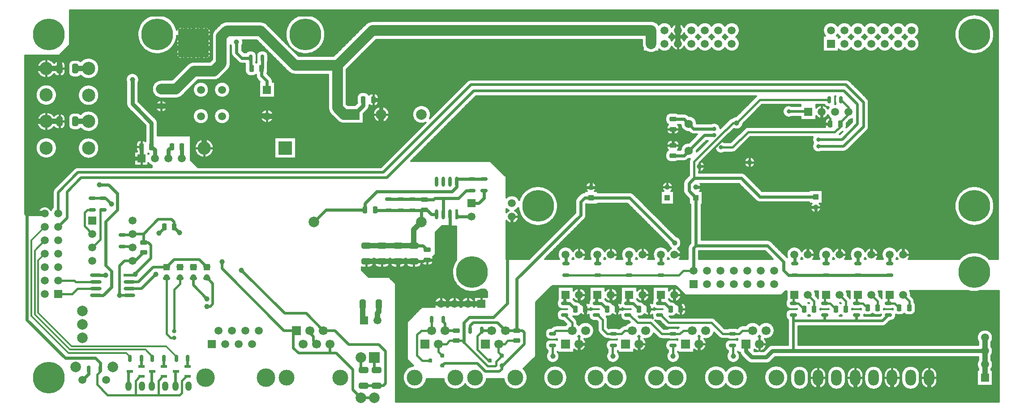
<source format=gbr>
%FSTAX42Y42*%
%MOMM*%
%SFA1B1*%

%IPPOS*%
%AMD11*
4,1,8,0.180340,0.650240,-0.180340,0.650240,-0.350520,0.480060,-0.350520,-0.480060,-0.180340,-0.650240,0.180340,-0.650240,0.350520,-0.480060,0.350520,0.480060,0.180340,0.650240,0.0*
1,1,0.340000,0.180340,0.480060*
1,1,0.340000,-0.180340,0.480060*
1,1,0.340000,-0.180340,-0.480060*
1,1,0.340000,0.180340,-0.480060*
%
%AMD12*
4,1,8,0.650240,-0.220980,0.650240,0.220980,0.419100,0.449580,-0.419100,0.449580,-0.650240,0.220980,-0.650240,-0.220980,-0.419100,-0.449580,0.419100,-0.449580,0.650240,-0.220980,0.0*
1,1,0.460000,0.419100,-0.220980*
1,1,0.460000,0.419100,0.220980*
1,1,0.460000,-0.419100,0.220980*
1,1,0.460000,-0.419100,-0.220980*
%
%AMD27*
4,1,8,0.650240,-0.180340,0.650240,0.180340,0.480060,0.350520,-0.480060,0.350520,-0.650240,0.180340,-0.650240,-0.180340,-0.480060,-0.350520,0.480060,-0.350520,0.650240,-0.180340,0.0*
1,1,0.340000,0.480060,-0.180340*
1,1,0.340000,0.480060,0.180340*
1,1,0.340000,-0.480060,0.180340*
1,1,0.340000,-0.480060,-0.180340*
%
%AMD31*
4,1,8,0.220980,0.650240,-0.220980,0.650240,-0.449580,0.419100,-0.449580,-0.419100,-0.220980,-0.650240,0.220980,-0.650240,0.449580,-0.419100,0.449580,0.419100,0.220980,0.650240,0.0*
1,1,0.460000,0.220980,0.419100*
1,1,0.460000,-0.220980,0.419100*
1,1,0.460000,-0.220980,-0.419100*
1,1,0.460000,0.220980,-0.419100*
%
%AMD32*
4,1,8,-0.284480,-0.899160,0.284480,-0.899160,0.574040,-0.609600,0.574040,0.609600,0.284480,0.899160,-0.284480,0.899160,-0.574040,0.609600,-0.574040,-0.609600,-0.284480,-0.899160,0.0*
1,1,0.580000,-0.284480,-0.609600*
1,1,0.580000,0.284480,-0.609600*
1,1,0.580000,0.284480,0.609600*
1,1,0.580000,-0.284480,0.609600*
%
%AMD69*
4,1,8,-0.381000,0.190500,-0.381000,-0.190500,-0.190500,-0.381000,0.190500,-0.381000,0.381000,-0.190500,0.381000,0.190500,0.190500,0.381000,-0.190500,0.381000,-0.381000,0.190500,0.0*
1,1,0.380000,-0.190500,0.190500*
1,1,0.380000,-0.190500,-0.190500*
1,1,0.380000,0.190500,-0.190500*
1,1,0.380000,0.190500,0.190500*
%
%AMD73*
4,1,8,-0.899160,0.284480,-0.899160,-0.284480,-0.609600,-0.574040,0.609600,-0.574040,0.899160,-0.284480,0.899160,0.284480,0.609600,0.574040,-0.609600,0.574040,-0.899160,0.284480,0.0*
1,1,0.580000,-0.609600,0.284480*
1,1,0.580000,-0.609600,-0.284480*
1,1,0.580000,0.609600,-0.284480*
1,1,0.580000,0.609600,0.284480*
%
%ADD10C,0.299999*%
G04~CAMADD=11~8~0.0~0.0~275.6~511.8~66.9~0.0~15~0.0~0.0~0.0~0.0~0~0.0~0.0~0.0~0.0~0~0.0~0.0~0.0~0.0~275.6~511.8*
%ADD11D11*%
G04~CAMADD=12~8~0.0~0.0~354.3~511.8~90.6~0.0~15~0.0~0.0~0.0~0.0~0~0.0~0.0~0.0~0.0~0~0.0~0.0~0.0~270.0~512.0~354.0*
%ADD12D12*%
%ADD17R,2.199996X0.599999*%
%ADD18O,2.199996X0.599999*%
G04~CAMADD=27~8~0.0~0.0~275.6~511.8~66.9~0.0~15~0.0~0.0~0.0~0.0~0~0.0~0.0~0.0~0.0~0~0.0~0.0~0.0~270.0~512.0~276.0*
%ADD27D27*%
G04~CAMADD=31~8~0.0~0.0~354.3~511.8~90.6~0.0~15~0.0~0.0~0.0~0.0~0~0.0~0.0~0.0~0.0~0~0.0~0.0~0.0~0.0~354.3~511.8*
%ADD31D31*%
G04~CAMADD=32~8~0.0~0.0~452.8~708.7~114.2~0.0~15~0.0~0.0~0.0~0.0~0~0.0~0.0~0.0~0.0~0~0.0~0.0~0.0~180.0~452.0~708.0*
%ADD32D32*%
%ADD35C,0.599999*%
%ADD37C,0.499999*%
%ADD38C,0.999998*%
%ADD39C,0.399999*%
%ADD40C,0.799998*%
%ADD42C,1.999996*%
%ADD44R,1.499997X1.499997*%
%ADD45C,3.499993*%
%ADD46C,1.499997*%
%ADD47C,2.999994*%
%ADD48C,1.699997*%
%ADD49R,1.699997X1.699997*%
%ADD50R,1.499997X1.499997*%
%ADD51O,1.999996X2.999994*%
%ADD52C,1.199998*%
%ADD53R,1.199998X1.199998*%
%ADD54C,2.499995*%
%ADD55R,0.999998X0.999998*%
%ADD56C,0.999998*%
%ADD57C,1.499997*%
%ADD58R,1.499997X1.499997*%
%ADD59R,1.499997X1.499997*%
%ADD60R,1.999996X1.999996*%
%ADD61C,1.999996*%
%ADD62O,1.199998X1.799996*%
%ADD63R,2.499995X2.499995*%
%ADD64R,1.199998X1.199998*%
%ADD65C,5.999988*%
%ADD66C,1.999996*%
%ADD67C,1.569997*%
%ADD68C,0.799998*%
G04~CAMADD=69~8~0.0~0.0~299.2~299.2~74.8~0.0~15~0.0~0.0~0.0~0.0~0~0.0~0.0~0.0~0.0~0~0.0~0.0~0.0~90.0~300.0~300.0*
%ADD69D69*%
%ADD70R,1.149998X0.599999*%
%ADD71O,0.599999X1.899996*%
%ADD72R,0.599999X1.899996*%
G04~CAMADD=73~8~0.0~0.0~452.8~708.7~114.2~0.0~15~0.0~0.0~0.0~0.0~0~0.0~0.0~0.0~0.0~0~0.0~0.0~0.0~90.0~708.0~452.0*
%ADD73D73*%
%ADD74R,5.789988X5.539989*%
%LNpcb_monitoring_mothb-1*%
%LPD*%
G54D10*
X017377Y001644D02*
D01*
X017403Y001637*
X017428Y001631*
X017454Y001627*
X01748Y001625*
X017506Y001624*
X017532Y001626*
X017558Y001629*
X017584Y001634*
X017609Y001641*
X017623Y001645*
X016364Y00145D02*
D01*
X016364Y001457*
X016364Y001464*
X016362Y00147*
X016361Y001477*
X016359Y001483*
X016356Y001489*
X016353Y001495*
X01635Y001501*
X016346Y001506*
X016342Y001512*
X016338Y001516*
X016336Y001517*
X016364Y00145D02*
D01*
X016364Y001457*
X016364Y001464*
X016362Y00147*
X016361Y001477*
X016359Y001483*
X016356Y001489*
X016353Y001495*
X01635Y001501*
X016346Y001506*
X016342Y001512*
X016338Y001516*
X016336Y001517*
X016389Y001367D02*
D01*
X016389Y001374*
X016389Y001381*
X016387Y001388*
X016386Y001395*
X016384Y001401*
X016381Y001407*
X016378Y001414*
X016375Y001419*
X016371Y001425*
X016367Y00143*
X016364Y001432*
X0163Y001553D02*
D01*
X016301Y001564*
X016301Y001568*
X016292Y001184D02*
D01*
X016299Y001185*
X016306Y001185*
X016313Y001187*
X01632Y001188*
X016326Y00119*
X016332Y001193*
X016339Y001196*
X016344Y001199*
X01635Y001203*
X016355Y001207*
X016361Y001212*
X016365Y001217*
X01637Y001222*
X016374Y001228*
X016377Y001233*
X016381Y00124*
X016383Y001246*
X016386Y001252*
X016388Y001259*
X016389Y001265*
X01639Y001272*
X01639Y001279*
X016389Y001281*
X016301Y001568D02*
D01*
X016301Y001579*
X0163Y001589*
X016298Y0016*
X016296Y00161*
X016292Y00162*
X016289Y00163*
X016284Y001639*
X016282Y00164*
X015701Y001568D02*
D01*
X015701Y001579*
X0157Y001589*
X015698Y0016*
X015696Y00161*
X015692Y00162*
X015689Y00163*
X015684Y001638*
X0157Y001553D02*
D01*
X015701Y001564*
X015701Y001568*
X015147Y001504D02*
D01*
X015144Y00151*
X015139Y001515*
X015136Y001517*
X015147Y001504D02*
D01*
X015144Y00151*
X015139Y001515*
X015136Y001517*
X015101Y001568D02*
D01*
X015101Y001579*
X0151Y001589*
X015098Y0016*
X015096Y00161*
X015092Y00162*
X015089Y00163*
X015085Y001636*
X014501Y001568D02*
D01*
X014501Y001579*
X0145Y001589*
X014498Y0016*
X014496Y00161*
X014492Y00162*
X014489Y00163*
X014486Y001634*
X0151Y001553D02*
D01*
X015101Y001564*
X015101Y001568*
X014547Y001504D02*
D01*
X014544Y00151*
X014539Y001515*
X014536Y001517*
X014547Y001504D02*
D01*
X014544Y00151*
X014539Y001515*
X014536Y001517*
X0145Y001553D02*
D01*
X014501Y001564*
X014501Y001568*
X015922Y001299D02*
D01*
X015929Y0013*
X015935Y0013*
X015942Y001302*
X015948Y001303*
X015954Y001305*
X015959Y001307*
X015748Y001504D02*
D01*
X015744Y00151*
X015739Y001515*
X015736Y001517*
X015789Y001307D02*
D01*
X015796Y001305*
X015802Y001303*
X015808Y001301*
X015814Y0013*
X015821Y0013*
X015826Y001299*
X015748Y001504D02*
D01*
X015744Y00151*
X015739Y001515*
X015736Y001517*
X015322Y001299D02*
D01*
X015329Y0013*
X015335Y0013*
X015342Y001302*
X015348Y001303*
X015354Y001305*
X015359Y001307*
X016101Y001184D02*
D01*
X016108Y001185*
X016115Y001185*
X016122Y001187*
X016129Y001188*
X016135Y00119*
X016141Y001193*
X016148Y001196*
X016153Y001199*
X016159Y001203*
X016164Y001207*
X01617Y001212*
X016174Y001216*
X015959Y001291D02*
D01*
X015953Y001294*
X015947Y001296*
X015941Y001298*
X015935Y001299*
X015928Y001299*
X015922Y001299*
X015826D02*
D01*
X01582Y001299*
X015814Y001299*
X015807Y001297*
X015801Y001296*
X015795Y001294*
X015789Y001291*
X015501Y001184D02*
D01*
X015508Y001185*
X015515Y001185*
X015522Y001187*
X015529Y001188*
X015535Y00119*
X015541Y001193*
X015548Y001196*
X015553Y001199*
X015559Y001203*
X015564Y001207*
X01557Y001212*
X015574Y001216*
X015359Y001291D02*
D01*
X015353Y001294*
X015347Y001296*
X015341Y001298*
X015335Y001299*
X015328Y001299*
X015322Y001299*
X015189Y001307D02*
D01*
X015196Y001305*
X015202Y001303*
X015208Y001301*
X015214Y0013*
X015221Y0013*
X015226Y001299*
X014974Y001407D02*
D01*
X01497Y001412*
X014965Y001417*
X014961Y001418*
X014722Y001299D02*
D01*
X014729Y0013*
X014735Y0013*
X014742Y001302*
X014742Y001301*
X014589Y001307D02*
D01*
X014596Y001305*
X014602Y001303*
X014608Y001301*
X014614Y0013*
X014621Y0013*
X014626Y001299*
X015226D02*
D01*
X01522Y001299*
X015214Y001299*
X015207Y001297*
X015201Y001296*
X015195Y001294*
X015189Y001291*
X014749Y001295D02*
D01*
X014743Y001297*
X014737Y001298*
X014731Y001299*
X014724Y0013*
X014722Y001299*
X014626D02*
D01*
X01462Y001299*
X014614Y001299*
X014607Y001297*
X014601Y001296*
X014595Y001294*
X014589Y001291*
X017849Y000762D02*
D01*
X017849Y000772*
X017848Y000782*
X017846Y000793*
X017844Y000803*
X01784Y000813*
X017837Y000823*
X017832Y000832*
X017827Y000841*
X017821Y00085*
X017814Y000858*
X017807Y000866*
X0178Y000873*
X017792Y00088*
X017783Y000886*
X017774Y000891*
X017765Y000896*
X017756Y000901*
X017746Y000904*
X017736Y000907*
X017726Y000909*
X017715Y000911*
X017705Y000911*
X017694*
X017684Y000911*
X017673Y000909*
X017663Y000907*
X017653Y000904*
X017643Y000901*
X017634Y000896*
X017624Y000891*
X017616Y000886*
X017607Y00088*
X017599Y000873*
X017592Y000866*
X017585Y000858*
X017578Y00085*
X017572Y000841*
X017567Y000832*
X017562Y000823*
X017559Y000813*
X017555Y000803*
X017553Y000793*
X017551Y000782*
X01755Y000772*
X017549Y000761*
X01755Y000751*
X017551Y000741*
X017553Y00073*
X017555Y00072*
X017559Y00071*
X017562Y0007*
X017567Y000691*
X017572Y000682*
X017574Y000678*
X017824D02*
D01*
X01783Y000687*
X017835Y000697*
X017839Y000706*
X017843Y000716*
X017845Y000726*
X017847Y000737*
X017849Y000747*
X017849Y000757*
X017849Y000762*
X016174Y001216D02*
D01*
X016179Y001212*
X016184Y001207*
X01619Y001203*
X016195Y001199*
X016201Y001195*
X016207Y001192*
X016214Y00119*
X01622Y001188*
X016227Y001186*
X016233Y001185*
X01624Y001184*
X016247Y001184*
X016247Y001184*
X016014Y001194D02*
D01*
X016021Y001192*
X016027Y001189*
X016034Y001187*
X01604Y001186*
X016047Y001185*
X016054Y001185*
X016056Y001184*
X015692D02*
D01*
X015699Y001185*
X015706Y001185*
X015713Y001187*
X01572Y001188*
X015726Y00119*
X015732Y001193*
X015734Y001194*
X015922Y001079D02*
D01*
X015929Y00108*
X015935Y00108*
X015942Y001082*
X015948Y001083*
X015954Y001085*
X01596Y001088*
X015966Y00109*
X015972Y001094*
X015977Y001097*
X015982Y001101*
X015987Y001106*
X015992Y00111*
X015996Y001115*
X016Y00112*
X016003Y001126*
X016006Y001132*
X016009Y001138*
X016011Y001144*
X016013Y00115*
X016014Y001156*
X016015Y001163*
X016015Y001169*
X016014Y001172*
X015759Y000974D02*
D01*
X015766Y000975*
X015773Y000975*
X01578Y000977*
X015787Y000978*
X015794Y000981*
X0158Y000983*
X015806Y000986*
X015812Y00099*
X015818Y000994*
X015824Y000998*
X015829Y001003*
X01583Y001003*
X015759Y000974D02*
D01*
X015766Y000975*
X015773Y000975*
X01578Y000977*
X015787Y000978*
X015794Y000981*
X0158Y000983*
X015806Y000986*
X015812Y00099*
X015818Y000994*
X015824Y000998*
X015829Y001003*
X01583Y001003*
X017849Y000508D02*
D01*
X017849Y000518*
X017848Y000528*
X017846Y000539*
X017844Y000549*
X01784Y000559*
X017837Y000569*
X017832Y000578*
X017827Y000587*
X017824Y00059*
Y000424D02*
D01*
X01783Y000433*
X017835Y000443*
X017839Y000452*
X017843Y000462*
X017845Y000472*
X017847Y000483*
X017849Y000493*
X017849Y000503*
X017849Y000508*
X015574Y001216D02*
D01*
X015579Y001212*
X015584Y001207*
X01559Y001203*
X015595Y001199*
X015601Y001195*
X015607Y001192*
X015614Y00119*
X01562Y001188*
X015627Y001186*
X015633Y001185*
X01564Y001184*
X015647Y001184*
X015647Y001184*
X015414Y001194D02*
D01*
X015421Y001192*
X015427Y001189*
X015434Y001187*
X01544Y001186*
X015447Y001185*
X015454Y001185*
X015456Y001184*
X014974Y001191D02*
D01*
X014979Y001187*
X014984Y001182*
X01499Y001178*
X014995Y001174*
X014953D02*
D01*
X014959Y001178*
X014964Y001183*
X014969Y001187*
X014974Y001191*
X014374Y001407D02*
D01*
X01437Y001412*
X014365Y001417*
X014361Y001418*
X014122Y001299D02*
D01*
X014129Y0013*
X014135Y0013*
X014142Y001302*
X014142Y001301*
X013934Y001392D02*
D01*
X013935Y001386*
X013935Y00138*
X013937Y001373*
X013938Y001367*
X01394Y001361*
X013943Y001355*
X013945Y001349*
X013949Y001343*
X013952Y001338*
X013956Y001333*
X013961Y001328*
X013965Y001323*
X01397Y001319*
X013975Y001315*
X013981Y001312*
X013987Y001309*
X013993Y001306*
X013999Y001304*
X014005Y001302*
X014011Y001301*
X014018Y0013*
X014024Y0013*
X014026Y001299*
X014374Y001191D02*
D01*
X014379Y001187*
X014384Y001182*
X01439Y001178*
X014395Y001174*
X014353D02*
D01*
X014359Y001178*
X014364Y001183*
X014369Y001187*
X014374Y001191*
X014149Y001295D02*
D01*
X014143Y001297*
X014137Y001298*
X014131Y001299*
X014124Y0013*
X014122Y001299*
X014026D02*
D01*
X01402Y001299*
X014014Y001299*
X014007Y001297*
X014001Y001296*
X013995Y001294*
X013989Y001291*
X013983Y001289*
X013977Y001285*
X013972Y001282*
X013967Y001278*
X013962Y001273*
X013957Y001269*
X013953Y001264*
X013949Y001259*
X013946Y001253*
X013943Y001247*
X01394Y001241*
X013938Y001235*
X013936Y001229*
X013935Y001223*
X013934Y001216*
X013934Y00121*
X013934Y001206*
Y001172D02*
D01*
X013935Y001166*
X013935Y00116*
X013937Y001153*
X013938Y001147*
X01394Y001141*
X013943Y001135*
X013945Y001129*
X013949Y001123*
X013952Y001118*
X013956Y001113*
X013961Y001108*
X013965Y001103*
X01397Y001099*
X013974Y001095*
X013947Y001474D02*
D01*
X013944Y001469*
X013942Y001463*
X013939Y001457*
X013938Y001451*
X013936Y001444*
X013935Y001438*
X013935Y001431*
X013934Y001426*
X011921Y001419D02*
D01*
X011916Y001419*
X011911Y001419*
X011905Y001418*
X0119Y001417*
X011895Y001415*
X01189Y001413*
X011885Y00141*
X011881Y001408*
X011876Y001405*
X011872Y001401*
X011868Y001398*
X011864Y001394*
X011861Y00139*
D01*
X011858Y001396*
X011854Y001402*
X011849Y001407*
X011845Y001412*
X01184Y001417*
X011834Y001421*
X011829Y001425*
X011823Y001428*
X011816Y001431*
X01181Y001434*
X011804Y001436*
X011797Y001437*
X01179Y001439*
X011783Y001439*
X011777Y001439*
X012044Y001342D02*
D01*
X012044Y001348*
X012044Y001353*
X012043Y001359*
X012042Y001364*
X01204Y001369*
X012038Y001374*
X012035Y001379*
X012033Y001383*
X01203Y001388*
X012026Y001392*
X012023Y001396*
X012019Y0014*
X012015Y001403*
X012011Y001406*
X012006Y001409*
X012001Y001412*
X011996Y001414*
X011991Y001416*
X011986Y001417*
X011981Y001418*
X011976Y001419*
X01197Y001419*
X011967Y001419*
Y001179D02*
D01*
X011973Y00118*
X011978Y00118*
X011984Y001181*
X011989Y001182*
X011994Y001184*
X011999Y001186*
X012004Y001189*
X012008Y001191*
X012013Y001194*
X012017Y001198*
X012021Y001201*
X012025Y001205*
X012028Y001209*
X012031Y001213*
X012034Y001218*
X012037Y001223*
X012039Y001228*
X012041Y001233*
X012042Y001238*
X012043Y001243*
X012044Y001248*
X012044Y001254*
X012044Y001256*
X011861Y001208D02*
D01*
X011865Y001204*
X011869Y001201*
X011873Y001197*
X011877Y001194*
X011882Y001191*
X011887Y001188*
X011892Y001186*
X011897Y001184*
X011902Y001183*
X011907Y001181*
X011912Y001181*
X011918Y00118*
X011921Y001179*
X011777Y001159D02*
D01*
X011784Y00116*
X011791Y00116*
X011798Y001162*
X011805Y001163*
X011811Y001165*
X011817Y001168*
X011824Y001171*
X011829Y001174*
X011835Y001178*
X01184Y001182*
X011846Y001187*
X01185Y001192*
X011855Y001197*
X011859Y001203*
X011861Y001208*
X013433Y000991D02*
D01*
X013426Y001*
X013419Y001008*
X013411Y001016*
X013402Y001023*
X013393Y001029*
X013383Y001035*
X013373Y00104*
X013363Y001044*
X013352Y001048*
X013341Y00105*
X01333Y001052*
X013319Y001054*
X013308Y001054*
X013297Y001054*
X013286Y001053*
X013275Y001051*
X013264Y001049*
X013253Y001045*
X013243Y001041*
X013233Y001036*
X013223Y001031*
X013214Y001025*
X013205Y001018*
X013197Y001011*
X013189Y001003*
X013182Y000994*
X013177Y000989*
X013534Y000735D02*
D01*
X013546Y000734*
X013557Y000734*
X013568Y000734*
X013579Y000735*
X01359Y000736*
X013601Y000739*
X013612Y000742*
X013622Y000746*
X013632Y000751*
X013642Y000756*
X013651Y000762*
X01366Y000769*
X013669Y000777*
X013677Y000784*
X013684Y000793*
X013691Y000802*
X013697Y000811*
X013702Y000821*
X013707Y000831*
X013711Y000841*
X013714Y000852*
X013717Y000863*
X013718Y000874*
X013719Y000885*
X01372Y000893*
D01*
X01372Y000905*
X013719Y000916*
X013717Y000927*
X013714Y000938*
X013711Y000948*
X013707Y000959*
X013702Y000969*
X013696Y000978*
X01369Y000988*
X013683Y000996*
X013676Y001005*
X013668Y001012*
X013659Y00102*
X01365Y001026*
X01364Y001032*
X013631Y001037*
X01362Y001042*
X01361Y001046*
X013599Y001049*
X013588Y001051*
X013577Y001053*
X013566Y001053*
X013555*
X013544Y001053*
X013533Y001051*
X013522Y001049*
X013511Y001046*
X013501Y001042*
X01349Y001037*
X01348Y001032*
X013471Y001026*
X013462Y00102*
X013453Y001012*
X013445Y001005*
X013438Y000996*
X013433Y000991*
X013111Y000989D02*
D01*
X013105Y000989*
X013098Y000989*
X013092Y000987*
X013085Y000986*
X013079Y000984*
X013073Y000981*
X013067Y000978*
X013061Y000975*
X013056Y000971*
X01305Y000967*
X013046Y000963*
X013044Y000961*
X013111Y000989D02*
D01*
X013105Y000989*
X013098Y000989*
X013092Y000987*
X013085Y000986*
X013079Y000984*
X013073Y000981*
X013067Y000978*
X013061Y000975*
X013056Y000971*
X01305Y000967*
X013046Y000963*
X013044Y000961*
X013573Y00064D02*
D01*
X013573Y00065*
X013572Y00066*
X01357Y00067*
X013568Y000679*
X013565Y000688*
X013561Y000697*
X013557Y000706*
X013552Y000715*
X013547Y000723*
X013541Y00073*
X013534Y000735*
X013433Y000796D02*
D01*
X013441Y000788*
X013448Y00078*
X013448Y000779*
X013417D02*
D01*
X013425Y000788*
X013432Y000796*
X013433Y000796*
X013448Y000779D02*
D01*
X013439Y00078*
X013429Y00078*
X013419Y00078*
X013417Y000779*
X013456Y000502D02*
D01*
X013466Y000505*
X013475Y000507*
X013485Y000511*
X013494Y000514*
X013502Y000519*
X013511Y000524*
X013518Y00053*
X013526Y000536*
X013533Y000543*
X01354Y00055*
X013546Y000558*
X013551Y000566*
X013556Y000574*
X01356Y000583*
X013564Y000592*
X013567Y000602*
X013569Y000611*
X013571Y000621*
X013572Y00063*
X013573Y00064*
X013573Y00064*
X013684Y000622D02*
D01*
X013676Y000622*
X013668Y000621*
X013661Y00062*
X013653Y000618*
X013645Y000616*
X013638Y000613*
X013631Y000609*
X013624Y000605*
X013617Y000601*
X013611Y000596*
X013605Y00059*
X013603Y000588*
X013684Y000622D02*
D01*
X013676Y000622*
X013668Y000621*
X013661Y00062*
X013653Y000618*
X013645Y000616*
X013638Y000613*
X013631Y000609*
X013624Y000605*
X013617Y000601*
X013611Y000596*
X013605Y00059*
X013603Y000588*
X013339Y000536D02*
D01*
X013347Y00053*
X013355Y000524*
X013363Y000519*
X013372Y000515*
X013381Y000511*
X01339Y000507*
X013399Y000505*
X013409Y000502*
X013409Y000502*
X01304Y000479D02*
D01*
X013035Y000486*
X013031Y000491*
X013065Y000479D02*
D01*
X013067Y000472*
X013069Y000464*
X013072Y000456*
X013075Y000449*
X013078Y000442*
X013082Y000435*
X013087Y000428*
X013092Y000422*
X013097Y000416*
X013065Y000479D02*
D01*
X013067Y000472*
X013069Y000464*
X013072Y000456*
X013075Y000449*
X013078Y000442*
X013082Y000435*
X013087Y000428*
X013092Y000422*
X013097Y000416*
X013064Y000406D02*
D01*
X013064Y000415*
X013063Y000424*
X013062Y000432*
X01306Y000441*
X013057Y000449*
X013054Y000457*
X01305Y000465*
X013046Y000473*
X01304Y000479*
X013016Y000933D02*
D01*
X013011Y000936*
X013005Y000939*
X012999Y000941*
X012992Y000942*
X012986Y000944*
X01298Y000944*
X012973Y000945*
X012972Y000944*
X012876D02*
D01*
X01287Y000944*
X012864Y000944*
X012857Y000942*
X012851Y000941*
X012845Y000939*
X012839Y000936*
X012833Y000934*
X012827Y00093*
X012827Y000929*
X012972Y000724D02*
D01*
X012979Y000725*
X012985Y000725*
X012992Y000727*
X012998Y000728*
X013004Y00073*
X01301Y000733*
X013016Y000735*
X013019Y000737*
X012827Y000739D02*
D01*
X012832Y000736*
X012838Y000733*
X012844Y000731*
X01285Y000729*
X012856Y000727*
X012862Y000726*
X012869Y000725*
X012875Y000725*
X012876Y000724*
X012669Y000767D02*
D01*
X012674Y000763*
X012679Y000759*
X012685Y000755*
X012691Y000752*
X012696Y000749*
X012703Y000746*
X012709Y000744*
X012715Y000742*
X012722Y000741*
X012728Y00074*
X012735Y00074*
X012737Y000739*
X012669Y000767D02*
D01*
X012674Y000763*
X012679Y000759*
X012685Y000755*
X012691Y000752*
X012696Y000749*
X012703Y000746*
X012709Y000744*
X012715Y000742*
X012722Y000741*
X012728Y00074*
X012735Y00074*
X012737Y000739*
X012594Y001111D02*
D01*
X01259Y001116*
X012585Y00112*
X012579Y001124*
X012573Y001127*
X012568Y00113*
X012561Y001133*
X012555Y001135*
X012549Y001137*
X012542Y001138*
X012536Y001139*
X012529Y001139*
X012527Y001139*
X012594Y001111D02*
D01*
X01259Y001116*
X012585Y00112*
X012579Y001124*
X012573Y001127*
X012568Y00113*
X012561Y001133*
X012555Y001135*
X012549Y001137*
X012542Y001138*
X012536Y001139*
X012529Y001139*
X012527Y001139*
X012397Y000735D02*
D01*
X012409Y000734*
X01242Y000734*
X012431Y000734*
X012442Y000735*
X012453Y000736*
X012464Y000739*
X012475Y000742*
X012485Y000746*
X012495Y000751*
X012505Y000756*
X012514Y000762*
X012523Y000769*
X012532Y000777*
X01254Y000784*
X012547Y000793*
X012554Y000802*
X01256Y000811*
X012565Y000821*
X01257Y000831*
X012574Y000841*
X012577Y000852*
X012578Y000858*
X011894Y000931D02*
D01*
X011889Y000935*
X011883Y000937*
X011877Y00094*
X011871Y000942*
X011865Y000943*
X011858Y000944*
X011852Y000945*
X011846Y000944*
X012295Y000796D02*
D01*
X012303Y000788*
X01231Y00078*
X012311Y000779*
D01*
X012302Y00078*
X012292Y00078*
X012282Y00078*
X012279Y000779*
D01*
X012287Y000788*
X012294Y000796*
X012295Y000796*
X011846Y000724D02*
D01*
X011853Y000725*
X011859Y000725*
X011866Y000727*
X011872Y000728*
X011878Y00073*
X011881Y000731*
X013019Y000711D02*
D01*
X013014Y000715*
X013008Y000717*
X013002Y00072*
X012996Y000721*
X012989Y000723*
X012983Y000724*
X012976Y000724*
X012972Y000724*
X012876D02*
D01*
X01287Y000724*
X012864Y000724*
X012857Y000722*
X012851Y000721*
X012845Y000719*
X012839Y000716*
X012833Y000714*
X012827Y00071*
X012822Y000707*
X012817Y000703*
X012812Y000698*
X012807Y000694*
X012803Y000689*
X012799Y000684*
X012796Y000678*
X012793Y000672*
X01279Y000666*
X012788Y00066*
X012786Y000654*
X012785Y000648*
X012784Y000641*
X012784Y000635*
X012784Y000631*
Y000596D02*
D01*
X012785Y00059*
X012785Y000584*
X012787Y000577*
X012788Y000571*
X01279Y000565*
X012793Y000559*
X012795Y000553*
X012799Y000547*
X012802Y000542*
X012806Y000537*
X012811Y000532*
X012815Y000527*
X01282Y000523*
X012825Y000519*
X012831Y000516*
X012837Y000513*
X012842Y000511*
X012435Y00064D02*
D01*
X012435Y00065*
X012434Y00066*
X012432Y00067*
X01243Y000679*
X012427Y000688*
X012423Y000697*
X012419Y000706*
X012414Y000715*
X012409Y000723*
X012403Y00073*
X012397Y000735*
X011881Y000717D02*
D01*
X011875Y00072*
X011869Y000721*
X011863Y000723*
X011856Y000724*
X01185Y000724*
X011846Y000724*
X012201Y000536D02*
D01*
X012209Y00053*
X012217Y000524*
X012225Y000519*
X012234Y000515*
X012243Y000511*
X012252Y000507*
X012261Y000505*
X012271Y000502*
X012281Y000501*
X01229Y0005*
X0123Y0005*
X01231Y000501*
X01232Y000502*
X012329Y000504*
X012339Y000507*
X012348Y00051*
X012357Y000514*
X012365Y000519*
X012374Y000524*
X012382Y00053*
X012389Y000536*
X012396Y000543*
X012403Y00055*
X012409Y000558*
X012414Y000566*
X012419Y000574*
X012423Y000583*
X012427Y000592*
X01243Y000602*
X012433Y000611*
X012434Y000621*
X012435Y00063*
X012436Y00064*
X012435Y00064*
X011903Y000479D02*
D01*
X011898Y000486*
X011894Y000491*
X011927Y000406D02*
D01*
X011927Y000415*
X011926Y000424*
X011925Y000432*
X011923Y000441*
X01192Y000449*
X011917Y000457*
X011913Y000465*
X011909Y000473*
X011903Y000479*
X017849Y000254D02*
D01*
X017849Y000264*
X017848Y000274*
X017846Y000285*
X017844Y000295*
X01784Y000305*
X017837Y000315*
X017832Y000324*
X017827Y000333*
X017824Y000336*
Y00017D02*
D01*
X01783Y000179*
X017835Y000189*
X017839Y000198*
X017843Y000208*
X017845Y000218*
X017847Y000229*
X017849Y000239*
X017849Y000249*
X017849Y000254*
X017574Y000336D02*
D01*
X017569Y000328*
X017564Y000318*
X01756Y000309*
X017556Y000299*
X017554Y000289*
X017552Y000278*
X01755Y000268*
X01755Y000258*
X01755Y000247*
X01755Y000237*
X017552Y000226*
X017554Y000216*
X017557Y000206*
X017561Y000196*
X017565Y000187*
X01757Y000178*
X017574Y00017*
X016799Y000049D02*
D01*
X016799Y00006*
X016798Y000071*
X016796Y000082*
X016793Y000092*
X01679Y000103*
X016786Y000113*
X016781Y000122*
X016776Y000132*
X01677Y000141*
X016763Y000149*
X016756Y000157*
X016748Y000165*
X01674Y000172*
X016731Y000178*
X016722Y000184*
X016712Y000189*
X016703Y000193*
X016692Y000197*
X016682Y0002*
X016671Y000202*
X016661Y000204*
X01665Y000204*
X016639*
X016628Y000204*
X016618Y000202*
X016607Y0002*
X016597Y000197*
X016586Y000193*
X016577Y000189*
X016567Y000184*
X016558Y000178*
X016549Y000172*
X016541Y000165*
X016533Y000157*
X016526Y000149*
X016519Y000141*
X016513Y000132*
X016508Y000122*
X016503Y000113*
X016499Y000103*
X016496Y000092*
X016493Y000082*
X016491Y000071*
X01649Y00006*
X016489Y000049*
X015769D02*
D01*
X015769Y000062*
X015768Y000074*
X015766Y000086*
X015763Y000098*
X015759Y000109*
X015754Y000121*
X015749Y000132*
X015743Y000142*
X015736Y000152*
X015729Y000162*
X01572Y000171*
X015712Y00018*
X015702Y000187*
X015692Y000195*
X015682Y000201*
X015671Y000207*
X01566Y000212*
X015649Y000216*
X015637Y000219*
X015625Y000222*
X015613Y000224*
X015601Y000224*
X015588*
X015576Y000224*
X015564Y000222*
X015552Y000219*
X01554Y000216*
X015529Y000212*
X015518Y000207*
X015507Y000201*
X015497Y000195*
X015487Y000187*
X015477Y00018*
X015469Y000171*
X01546Y000162*
X015453Y000152*
X015446Y000142*
X01544Y000132*
X015435Y000121*
X01543Y000109*
X015426Y000098*
X015423Y000086*
X015421Y000074*
X01542Y000062*
X015419Y000049*
X016469D02*
D01*
X016469Y000062*
X016468Y000074*
X016466Y000086*
X016463Y000098*
X016459Y000109*
X016454Y000121*
X016449Y000132*
X016443Y000142*
X016436Y000152*
X016429Y000162*
X01642Y000171*
X016412Y00018*
X016402Y000187*
X016392Y000195*
X016382Y000201*
X016371Y000207*
X01636Y000212*
X016349Y000216*
X016337Y000219*
X016325Y000222*
X016313Y000224*
X016301Y000224*
X016288*
X016276Y000224*
X016264Y000222*
X016252Y000219*
X01624Y000216*
X016229Y000212*
X016218Y000207*
X016207Y000201*
X016197Y000195*
X016187Y000187*
X016177Y00018*
X016169Y000171*
X01616Y000162*
X016153Y000152*
X016146Y000142*
X01614Y000132*
X016135Y000121*
X01613Y000109*
X016126Y000098*
X016123Y000086*
X016121Y000074*
X01612Y000062*
X016119Y000049*
X016099D02*
D01*
X016099Y00006*
X016098Y000071*
X016096Y000082*
X016093Y000092*
X01609Y000103*
X016086Y000113*
X016081Y000122*
X016076Y000132*
X01607Y000141*
X016063Y000149*
X016056Y000157*
X016048Y000165*
X01604Y000172*
X016031Y000178*
X016022Y000184*
X016012Y000189*
X016003Y000193*
X015992Y000197*
X015982Y0002*
X015971Y000202*
X015961Y000204*
X01595Y000204*
X015939*
X015928Y000204*
X015918Y000202*
X015907Y0002*
X015897Y000197*
X015886Y000193*
X015877Y000189*
X015867Y000184*
X015858Y000178*
X015849Y000172*
X015841Y000165*
X015833Y000157*
X015826Y000149*
X015819Y000141*
X015813Y000132*
X015808Y000122*
X015803Y000113*
X015799Y000103*
X015796Y000092*
X015793Y000082*
X015791Y000071*
X01579Y00006*
X015789Y000049*
X015399D02*
D01*
X015399Y00006*
X015398Y000071*
X015396Y000082*
X015393Y000092*
X01539Y000103*
X015386Y000113*
X015381Y000122*
X015376Y000132*
X01537Y000141*
X015363Y000149*
X015356Y000157*
X015348Y000165*
X01534Y000172*
X015331Y000178*
X015322Y000184*
X015312Y000189*
X015303Y000193*
X015292Y000197*
X015282Y0002*
X015271Y000202*
X015261Y000204*
X01525Y000204*
X015239*
X015228Y000204*
X015218Y000202*
X015207Y0002*
X015197Y000197*
X015186Y000193*
X015177Y000189*
X015167Y000184*
X015158Y000178*
X015149Y000172*
X015141Y000165*
X015133Y000157*
X015126Y000149*
X015119Y000141*
X015113Y000132*
X015108Y000122*
X015103Y000113*
X015099Y000103*
X015096Y000092*
X015093Y000082*
X015091Y000071*
X01509Y00006*
X015089Y000049*
X015069D02*
D01*
X015069Y000062*
X015068Y000074*
X015066Y000086*
X015063Y000098*
X015059Y000109*
X015054Y000121*
X015049Y000132*
X015043Y000142*
X015036Y000152*
X015029Y000162*
X01502Y000171*
X015012Y00018*
X015002Y000187*
X014992Y000195*
X014982Y000201*
X014971Y000207*
X01496Y000212*
X014949Y000216*
X014937Y000219*
X014925Y000222*
X014913Y000224*
X014901Y000224*
X014888*
X014876Y000224*
X014864Y000222*
X014852Y000219*
X01484Y000216*
X014829Y000212*
X014818Y000207*
X014807Y000201*
X014797Y000195*
X014787Y000187*
X014777Y00018*
X014769Y000171*
X01476Y000162*
X014753Y000152*
X014746Y000142*
X01474Y000132*
X014735Y000121*
X01473Y000109*
X014726Y000098*
X014723Y000086*
X014721Y000074*
X01472Y000062*
X014719Y000049*
X016489Y-000049D02*
D01*
X01649Y-00006*
X016491Y-000071*
X016493Y-000082*
X016496Y-000092*
X016499Y-000103*
X016503Y-000113*
X016508Y-000122*
X016513Y-000132*
X016519Y-000141*
X016526Y-000149*
X016533Y-000157*
X016541Y-000165*
X016549Y-000172*
X016558Y-000178*
X016567Y-000184*
X016577Y-000189*
X016586Y-000193*
X016597Y-000197*
X016607Y-0002*
X016618Y-000202*
X016628Y-000204*
X016639Y-000204*
X01665*
X016661Y-000204*
X016671Y-000202*
X016682Y-0002*
X016692Y-000197*
X016703Y-000193*
X016712Y-000189*
X016722Y-000184*
X016731Y-000178*
X01674Y-000172*
X016748Y-000165*
X016756Y-000157*
X016763Y-000149*
X01677Y-000141*
X016776Y-000132*
X016781Y-000122*
X016786Y-000113*
X01679Y-000103*
X016793Y-000092*
X016796Y-000082*
X016798Y-000071*
X016799Y-00006*
X016799Y-000049*
X016119D02*
D01*
X01612Y-000062*
X016121Y-000074*
X016123Y-000086*
X016126Y-000098*
X01613Y-000109*
X016135Y-000121*
X01614Y-000132*
X016146Y-000142*
X016153Y-000152*
X01616Y-000162*
X016169Y-000171*
X016177Y-00018*
X016187Y-000187*
X016197Y-000195*
X016207Y-000201*
X016218Y-000207*
X016229Y-000212*
X01624Y-000216*
X016252Y-000219*
X016264Y-000222*
X016276Y-000224*
X016288Y-000224*
X016301*
X016313Y-000224*
X016325Y-000222*
X016337Y-000219*
X016349Y-000216*
X01636Y-000212*
X016371Y-000207*
X016382Y-000201*
X016392Y-000195*
X016402Y-000187*
X016412Y-00018*
X01642Y-000171*
X016429Y-000162*
X016436Y-000152*
X016443Y-000142*
X016449Y-000132*
X016454Y-000121*
X016459Y-000109*
X016463Y-000098*
X016466Y-000086*
X016468Y-000074*
X016469Y-000062*
X016469Y-000049*
X015419D02*
D01*
X01542Y-000062*
X015421Y-000074*
X015423Y-000086*
X015426Y-000098*
X01543Y-000109*
X015435Y-000121*
X01544Y-000132*
X015446Y-000142*
X015453Y-000152*
X01546Y-000162*
X015469Y-000171*
X015477Y-00018*
X015487Y-000187*
X015497Y-000195*
X015507Y-000201*
X015518Y-000207*
X015529Y-000212*
X01554Y-000216*
X015552Y-000219*
X015564Y-000222*
X015576Y-000224*
X015588Y-000224*
X015601*
X015613Y-000224*
X015625Y-000222*
X015637Y-000219*
X015649Y-000216*
X01566Y-000212*
X015671Y-000207*
X015682Y-000201*
X015692Y-000195*
X015702Y-000187*
X015712Y-00018*
X01572Y-000171*
X015729Y-000162*
X015736Y-000152*
X015743Y-000142*
X015749Y-000132*
X015754Y-000121*
X015759Y-000109*
X015763Y-000098*
X015766Y-000086*
X015768Y-000074*
X015769Y-000062*
X015769Y-000049*
X015789D02*
D01*
X01579Y-00006*
X015791Y-000071*
X015793Y-000082*
X015796Y-000092*
X015799Y-000103*
X015803Y-000113*
X015808Y-000122*
X015813Y-000132*
X015819Y-000141*
X015826Y-000149*
X015833Y-000157*
X015841Y-000165*
X015849Y-000172*
X015858Y-000178*
X015867Y-000184*
X015877Y-000189*
X015886Y-000193*
X015897Y-000197*
X015907Y-0002*
X015918Y-000202*
X015928Y-000204*
X015939Y-000204*
X01595*
X015961Y-000204*
X015971Y-000202*
X015982Y-0002*
X015992Y-000197*
X016003Y-000193*
X016012Y-000189*
X016022Y-000184*
X016031Y-000178*
X01604Y-000172*
X016048Y-000165*
X016056Y-000157*
X016063Y-000149*
X01607Y-000141*
X016076Y-000132*
X016081Y-000122*
X016086Y-000113*
X01609Y-000103*
X016093Y-000092*
X016096Y-000082*
X016098Y-000071*
X016099Y-00006*
X016099Y-000049*
X015089D02*
D01*
X01509Y-00006*
X015091Y-000071*
X015093Y-000082*
X015096Y-000092*
X015099Y-000103*
X015103Y-000113*
X015108Y-000122*
X015113Y-000132*
X015119Y-000141*
X015126Y-000149*
X015133Y-000157*
X015141Y-000165*
X015149Y-000172*
X015158Y-000178*
X015167Y-000184*
X015177Y-000189*
X015186Y-000193*
X015197Y-000197*
X015207Y-0002*
X015218Y-000202*
X015228Y-000204*
X015239Y-000204*
X01525*
X015261Y-000204*
X015271Y-000202*
X015282Y-0002*
X015292Y-000197*
X015303Y-000193*
X015312Y-000189*
X015322Y-000184*
X015331Y-000178*
X01534Y-000172*
X015348Y-000165*
X015356Y-000157*
X015363Y-000149*
X01537Y-000141*
X015376Y-000132*
X015381Y-000122*
X015386Y-000113*
X01539Y-000103*
X015393Y-000092*
X015396Y-000082*
X015398Y-000071*
X015399Y-00006*
X015399Y-000049*
X013564Y000271D02*
D01*
X013573Y000272*
X013581Y000273*
X013588Y000274*
X013596Y000276*
X013604Y000278*
X013611Y000281*
X013618Y000285*
X013625Y000289*
X013632Y000293*
X013638Y000298*
X013644Y000304*
X013645Y000305*
X013564Y000271D02*
D01*
X013573Y000272*
X013581Y000273*
X013588Y000274*
X013596Y000276*
X013604Y000278*
X013611Y000281*
X013618Y000285*
X013625Y000289*
X013632Y000293*
X013638Y000298*
X013644Y000304*
X013645Y000305*
X014699Y000049D02*
D01*
X014699Y00006*
X014698Y000071*
X014696Y000082*
X014693Y000092*
X01469Y000103*
X014686Y000113*
X014681Y000122*
X014676Y000132*
X01467Y000141*
X014663Y000149*
X014656Y000157*
X014648Y000165*
X01464Y000172*
X014631Y000178*
X014622Y000184*
X014612Y000189*
X014603Y000193*
X014592Y000197*
X014582Y0002*
X014571Y000202*
X014561Y000204*
X01455Y000204*
X014539*
X014528Y000204*
X014518Y000202*
X014507Y0002*
X014497Y000197*
X014486Y000193*
X014477Y000189*
X014467Y000184*
X014458Y000178*
X014449Y000172*
X014441Y000165*
X014433Y000157*
X014426Y000149*
X014419Y000141*
X014413Y000132*
X014408Y000122*
X014403Y000113*
X014399Y000103*
X014396Y000092*
X014393Y000082*
X014391Y000071*
X01439Y00006*
X014389Y000049*
X014369D02*
D01*
X014369Y000062*
X014368Y000074*
X014366Y000086*
X014363Y000098*
X014359Y000109*
X014354Y000121*
X014349Y000132*
X014343Y000142*
X014336Y000152*
X014329Y000162*
X01432Y000171*
X014312Y00018*
X014302Y000187*
X014292Y000195*
X014282Y000201*
X014271Y000207*
X01426Y000212*
X014249Y000216*
X014237Y000219*
X014225Y000222*
X014213Y000224*
X014201Y000224*
X014188*
X014176Y000224*
X014164Y000222*
X014152Y000219*
X01414Y000216*
X014129Y000212*
X014118Y000207*
X014107Y000201*
X014097Y000195*
X014087Y000187*
X014077Y00018*
X014069Y000171*
X01406Y000162*
X014053Y000152*
X014046Y000142*
X01404Y000132*
X014035Y000121*
X01403Y000109*
X014026Y000098*
X014023Y000086*
X014021Y000074*
X01402Y000062*
X014019Y000049*
X013977Y000004D02*
D01*
X013977Y00002*
X013975Y000036*
X013973Y000051*
X013969Y000067*
X013964Y000081*
X013958Y000096*
X013951Y00011*
X013943Y000124*
X013935Y000137*
X013925Y000149*
X013914Y000161*
X013903Y000172*
X013891Y000182*
X013878Y000191*
X013865Y000199*
X013851Y000207*
X013837Y000213*
X013822Y000218*
X013807Y000223*
X013792Y000226*
X013776Y000228*
X01376Y000229*
X013745*
X013729Y000228*
X013713Y000226*
X013698Y000223*
X013683Y000218*
X013668Y000213*
X013654Y000207*
X01364Y000199*
X013627Y000191*
X013614Y000182*
X013602Y000172*
X013591Y000161*
X01358Y000149*
X01357Y000137*
X013562Y000124*
X013554Y00011*
X013547Y000096*
X013541Y000081*
X013536Y000067*
X013532Y000051*
X01353Y000036*
X013528Y00002*
X013527Y000004*
X013528Y-00001*
X01353Y-000026*
X013532Y-000041*
X013536Y-000057*
X013541Y-000071*
X013547Y-000086*
X013554Y-0001*
X013562Y-000114*
X01357Y-000127*
X01358Y-000139*
X013591Y-000151*
X013602Y-000162*
X013614Y-000172*
X013627Y-000181*
X01364Y-000189*
X013654Y-000197*
X013668Y-000203*
X013683Y-000208*
X013698Y-000213*
X013713Y-000216*
X013729Y-000218*
X013745Y-000219*
X01376*
X013776Y-000218*
X013792Y-000216*
X013807Y-000213*
X013822Y-000208*
X013837Y-000203*
X013851Y-000197*
X013865Y-000189*
X013878Y-000181*
X013891Y-000172*
X013903Y-000162*
X013914Y-000151*
X013925Y-000139*
X013935Y-000127*
X013943Y-000114*
X013951Y-0001*
X013958Y-000086*
X013964Y-000071*
X013969Y-000057*
X013973Y-000041*
X013975Y-000026*
X013977Y-00001*
X013977Y000004*
D01*
X013977Y00002*
X013975Y000036*
X013973Y000051*
X013969Y000067*
X013964Y000081*
X013958Y000096*
X013951Y00011*
X013943Y000124*
X013935Y000137*
X013925Y000149*
X013914Y000161*
X013903Y000172*
X013891Y000182*
X013878Y000191*
X013865Y000199*
X013851Y000207*
X013837Y000213*
X013822Y000218*
X013807Y000223*
X013792Y000226*
X013776Y000228*
X01376Y000229*
X013745*
X013729Y000228*
X013713Y000226*
X013698Y000223*
X013683Y000218*
X013668Y000213*
X013654Y000207*
X01364Y000199*
X013627Y000191*
X013614Y000182*
X013602Y000172*
X013591Y000161*
X01358Y000149*
X01357Y000137*
X013562Y000124*
X013554Y00011*
X013547Y000096*
X013541Y000081*
X013536Y000067*
X013532Y000051*
X01353Y000036*
X013528Y00002*
X013527Y000004*
X013528Y-00001*
X01353Y-000026*
X013532Y-000041*
X013536Y-000057*
X013541Y-000071*
X013547Y-000086*
X013554Y-0001*
X013562Y-000114*
X01357Y-000127*
X01358Y-000139*
X013591Y-000151*
X013602Y-000162*
X013614Y-000172*
X013627Y-000181*
X01364Y-000189*
X013654Y-000197*
X013668Y-000203*
X013683Y-000208*
X013698Y-000213*
X013713Y-000216*
X013729Y-000218*
X013745Y-000219*
X01376*
X013776Y-000218*
X013792Y-000216*
X013807Y-000213*
X013822Y-000208*
X013837Y-000203*
X013851Y-000197*
X013865Y-000189*
X013878Y-000181*
X013891Y-000172*
X013903Y-000162*
X013914Y-000151*
X013925Y-000139*
X013935Y-000127*
X013943Y-000114*
X013951Y-0001*
X013958Y-000086*
X013964Y-000071*
X013969Y-000057*
X013973Y-000041*
X013975Y-000026*
X013977Y-00001*
X013977Y000004*
X013208Y000305D02*
D01*
X013214Y0003*
X013221Y000295*
X013227Y00029*
X013234Y000286*
X013241Y000283*
X013248Y00028*
X013256Y000277*
X013264Y000275*
X013272Y000273*
X01328Y000272*
X013287Y000272*
X013289Y000271*
X013208Y000305D02*
D01*
X013214Y0003*
X013221Y000295*
X013227Y00029*
X013234Y000286*
X013241Y000283*
X013248Y00028*
X013256Y000277*
X013264Y000275*
X013272Y000273*
X01328Y000272*
X013287Y000272*
X013289Y000271*
X012842Y000485D02*
D01*
X012837Y000478*
X012833Y000471*
X012828Y000463*
X012825Y000455*
X012822Y000447*
X012819Y000439*
X012817Y00043*
X012816Y000422*
X012815Y000413*
X012815Y000404*
X012816Y000396*
X012817Y000387*
X012819Y000378*
X012821Y00037*
X012824Y000362*
X012827Y000354*
X012831Y000346*
X012836Y000338*
X012841Y000331*
X012847Y000325*
X012853Y000318*
X012859Y000312*
X012866Y000307*
X012873Y000302*
X012881Y000297*
X012889Y000294*
X012897Y00029*
X012905Y000287*
X012913Y000285*
X012922Y000284*
X012931Y000283*
X012939Y000282*
X012948Y000282*
X012957Y000283*
X012965Y000285*
X012974Y000287*
X012982Y000289*
X01299Y000293*
X012998Y000296*
X013006Y000301*
X013013Y000306*
X01302Y000311*
X013027Y000317*
X013033Y000323*
X013038Y000329*
X013044Y000337*
X013048Y000344*
X013053Y000352*
X013056Y00036*
X013059Y000368*
X013062Y000376*
X013064Y000385*
X013065Y000393*
X013066Y000402*
X013064Y000406*
X013211Y000004D02*
D01*
X013211Y00002*
X013209Y000036*
X013207Y000051*
X013203Y000067*
X013198Y000081*
X013192Y000096*
X013185Y00011*
X013177Y000124*
X013169Y000137*
X013159Y000149*
X013148Y000161*
X013137Y000172*
X013125Y000182*
X013112Y000191*
X013099Y000199*
X013085Y000207*
X013071Y000213*
X013056Y000218*
X013041Y000223*
X013026Y000226*
X01301Y000228*
X012994Y000229*
X012979*
X012963Y000228*
X012947Y000226*
X012932Y000223*
X012917Y000218*
X012902Y000213*
X012888Y000207*
X012874Y000199*
X012861Y000191*
X012848Y000182*
X012836Y000172*
X012825Y000161*
X012814Y000149*
X012804Y000137*
X0128Y000131*
X013211Y000004D02*
D01*
X013211Y00002*
X013209Y000036*
X013207Y000051*
X013203Y000067*
X013198Y000081*
X013192Y000096*
X013185Y00011*
X013177Y000124*
X013169Y000137*
X013159Y000149*
X013148Y000161*
X013137Y000172*
X013125Y000182*
X013112Y000191*
X013099Y000199*
X013085Y000207*
X013071Y000213*
X013056Y000218*
X013041Y000223*
X013026Y000226*
X01301Y000228*
X012994Y000229*
X012979*
X012963Y000228*
X012947Y000226*
X012932Y000223*
X012917Y000218*
X012902Y000213*
X012888Y000207*
X012874Y000199*
X012861Y000191*
X012848Y000182*
X012836Y000172*
X012825Y000161*
X012814Y000149*
X012804Y000137*
X0128Y000131*
D01*
X012791Y000144*
X012781Y000156*
X01277Y000167*
X012758Y000178*
X012746Y000187*
X012733Y000196*
X012719Y000204*
X012705Y000211*
X01269Y000217*
X012675Y000221*
X01266Y000225*
X012645Y000228*
X012629Y000229*
X012613Y00023*
X012598Y000229*
X012582Y000227*
X012566Y000225*
X012551Y000221*
X012536Y000216*
X012522Y00021*
X012508Y000203*
X012494Y000195*
X012481Y000186*
X012469Y000176*
X012457Y000166*
X012446Y000154*
X012436Y000142*
X012427Y000129*
X012419Y000116*
X012412Y000102*
X012405Y000088*
X0124Y000073*
X012396Y000058*
X012392Y000042*
X01239Y000027*
X012389Y000011*
X012389Y-000004*
X012391Y-000019*
X012393Y-000035*
X012396Y-00005*
X012401Y-000065*
X012406Y-00008*
X012413Y-000094*
X01242Y-000108*
X012428Y-000121*
X012438Y-000134*
X012448Y-000146*
X012459Y-000157*
X012471Y-000168*
X012483Y-000177*
X012496Y-000186*
X01251Y-000194*
X012524Y-000201*
X012539Y-000207*
X012554Y-000211*
X012569Y-000215*
X012584Y-000218*
X0126Y-000219*
X012616Y-00022*
X012631Y-000219*
X012647Y-000217*
X012663Y-000215*
X012678Y-000211*
X012693Y-000206*
X012707Y-0002*
X012721Y-000193*
X012735Y-000185*
X012748Y-000176*
X01276Y-000166*
X012772Y-000156*
X012783Y-000144*
X012793Y-000132*
X0128Y-00012*
Y000131D02*
D01*
X012791Y000144*
X012781Y000156*
X01277Y000167*
X012758Y000178*
X012746Y000187*
X012733Y000196*
X012719Y000204*
X012705Y000211*
X01269Y000217*
X012675Y000221*
X01266Y000225*
X012645Y000228*
X012629Y000229*
X012613Y00023*
X012598Y000229*
X012582Y000227*
X012566Y000225*
X012551Y000221*
X012536Y000216*
X012522Y00021*
X012508Y000203*
X012494Y000195*
X012481Y000186*
X012469Y000176*
X012457Y000166*
X012446Y000154*
X012436Y000142*
X012427Y000129*
X012419Y000116*
X012412Y000102*
X012405Y000088*
X0124Y000073*
X012396Y000058*
X012392Y000042*
X01239Y000027*
X012389Y000011*
X012389Y-000004*
X012391Y-000019*
X012393Y-000035*
X012396Y-00005*
X012401Y-000065*
X012406Y-00008*
X012413Y-000094*
X01242Y-000108*
X012428Y-000121*
X012438Y-000134*
X012448Y-000146*
X012459Y-000157*
X012471Y-000168*
X012483Y-000177*
X012496Y-000186*
X01251Y-000194*
X012524Y-000201*
X012539Y-000207*
X012554Y-000211*
X012569Y-000215*
X012584Y-000218*
X0126Y-000219*
X012616Y-00022*
X012631Y-000219*
X012647Y-000217*
X012663Y-000215*
X012678Y-000211*
X012693Y-000206*
X012707Y-0002*
X012721Y-000193*
X012735Y-000185*
X012748Y-000176*
X01276Y-000166*
X012772Y-000156*
X012783Y-000144*
X012793Y-000132*
X0128Y-00012*
X014389Y-000049D02*
D01*
X01439Y-00006*
X014391Y-000071*
X014393Y-000082*
X014396Y-000092*
X014399Y-000103*
X014403Y-000113*
X014408Y-000122*
X014413Y-000132*
X014419Y-000141*
X014426Y-000149*
X014433Y-000157*
X014441Y-000165*
X014449Y-000172*
X014458Y-000178*
X014467Y-000184*
X014477Y-000189*
X014486Y-000193*
X014497Y-000197*
X014507Y-0002*
X014518Y-000202*
X014528Y-000204*
X014539Y-000204*
X01455*
X014561Y-000204*
X014571Y-000202*
X014582Y-0002*
X014592Y-000197*
X014603Y-000193*
X014612Y-000189*
X014622Y-000184*
X014631Y-000178*
X01464Y-000172*
X014648Y-000165*
X014656Y-000157*
X014663Y-000149*
X01467Y-000141*
X014676Y-000132*
X014681Y-000122*
X014686Y-000113*
X01469Y-000103*
X014693Y-000092*
X014696Y-000082*
X014698Y-000071*
X014699Y-00006*
X014699Y-000049*
X014719D02*
D01*
X01472Y-000062*
X014721Y-000074*
X014723Y-000086*
X014726Y-000098*
X01473Y-000109*
X014735Y-000121*
X01474Y-000132*
X014746Y-000142*
X014753Y-000152*
X01476Y-000162*
X014769Y-000171*
X014777Y-00018*
X014787Y-000187*
X014797Y-000195*
X014807Y-000201*
X014818Y-000207*
X014829Y-000212*
X01484Y-000216*
X014852Y-000219*
X014864Y-000222*
X014876Y-000224*
X014888Y-000224*
X014901*
X014913Y-000224*
X014925Y-000222*
X014937Y-000219*
X014949Y-000216*
X01496Y-000212*
X014971Y-000207*
X014982Y-000201*
X014992Y-000195*
X015002Y-000187*
X015012Y-00018*
X01502Y-000171*
X015029Y-000162*
X015036Y-000152*
X015043Y-000142*
X015049Y-000132*
X015054Y-000121*
X015059Y-000109*
X015063Y-000098*
X015066Y-000086*
X015068Y-000074*
X015069Y-000062*
X015069Y-000049*
X014019D02*
D01*
X01402Y-000062*
X014021Y-000074*
X014023Y-000086*
X014026Y-000098*
X01403Y-000109*
X014035Y-000121*
X01404Y-000132*
X014046Y-000142*
X014053Y-000152*
X01406Y-000162*
X014069Y-000171*
X014077Y-00018*
X014087Y-000187*
X014097Y-000195*
X014107Y-000201*
X014118Y-000207*
X014129Y-000212*
X01414Y-000216*
X014152Y-000219*
X014164Y-000222*
X014176Y-000224*
X014188Y-000224*
X014201*
X014213Y-000224*
X014225Y-000222*
X014237Y-000219*
X014249Y-000216*
X01426Y-000212*
X014271Y-000207*
X014282Y-000201*
X014292Y-000195*
X014302Y-000187*
X014312Y-00018*
X01432Y-000171*
X014329Y-000162*
X014336Y-000152*
X014343Y-000142*
X014349Y-000132*
X014354Y-000121*
X014359Y-000109*
X014363Y-000098*
X014366Y-000086*
X014368Y-000074*
X014369Y-000062*
X014369Y-000049*
X0128Y-00012D02*
D01*
X01281Y-000133*
X01282Y-000145*
X012831Y-000156*
X012843Y-000167*
X012855Y-000176*
X012868Y-000185*
X012882Y-000193*
X012896Y-0002*
X012911Y-000206*
X012926Y-00021*
X012941Y-000214*
X012956Y-000217*
X012972Y-000218*
X012988Y-000219*
X013003Y-000218*
X013019Y-000216*
X013035Y-000214*
X01305Y-00021*
X013065Y-000205*
X013079Y-000199*
X013093Y-000192*
X013107Y-000184*
X01312Y-000175*
X013132Y-000165*
X013144Y-000155*
X013155Y-000143*
X013165Y-000131*
X013174Y-000118*
X013182Y-000105*
X013189Y-000091*
X013196Y-000077*
X013201Y-000062*
X013205Y-000047*
X013209Y-000031*
X013211Y-000016*
X013212Y0*
X013211Y000004*
X0128Y-00012D02*
D01*
X01281Y-000133*
X01282Y-000145*
X012831Y-000156*
X012843Y-000167*
X012855Y-000176*
X012868Y-000185*
X012882Y-000193*
X012896Y-0002*
X012911Y-000206*
X012926Y-00021*
X012941Y-000214*
X012956Y-000217*
X012972Y-000218*
X012988Y-000219*
X013003Y-000218*
X013019Y-000216*
X013035Y-000214*
X01305Y-00021*
X013065Y-000205*
X013079Y-000199*
X013093Y-000192*
X013107Y-000184*
X01312Y-000175*
X013132Y-000165*
X013144Y-000155*
X013155Y-000143*
X013165Y-000131*
X013174Y-000118*
X013182Y-000105*
X013189Y-000091*
X013196Y-000077*
X013201Y-000062*
X013205Y-000047*
X013209Y-000031*
X013211Y-000016*
X013212Y0*
X013211Y000004*
X011956Y001568D02*
D01*
X011956Y001578*
X011955Y001587*
X011954Y001596*
X011951Y001604*
X011949Y001613*
X011945Y001621*
X011941Y00163*
X011937Y001637*
X011932Y001645*
X011926Y001652*
X01192Y001659*
X011913Y001665*
X011907Y001671*
X011899Y001676*
X011891Y001681*
X011883Y001685*
X011875Y001689*
X011867Y001692*
X011858Y001695*
X011849Y001697*
X01184Y001698*
X011831Y001698*
X011822*
X011813Y001698*
X011804Y001697*
X011795Y001695*
X011786Y001692*
X011778Y001689*
X01177Y001685*
X011761Y001681*
X011754Y001676*
X011746Y001671*
X01174Y001665*
X011733Y001659*
X011727Y001652*
X011722Y001646*
Y00149D02*
D01*
X011728Y001483*
X011734Y001477*
X011741Y001471*
X011748Y001465*
X011755Y00146*
X011763Y001455*
X011771Y001451*
X01178Y001447*
X011788Y001444*
X011797Y001442*
X011806Y00144*
X011815Y001439*
X011824Y001439*
X011833Y001439*
X011842Y001439*
X011851Y001441*
X01186Y001443*
X011869Y001445*
X011877Y001449*
X011885Y001453*
X011893Y001457*
X011901Y001462*
X011908Y001467*
X011915Y001473*
X011921Y00148*
X011927Y001486*
X011933Y001494*
X011938Y001501*
X011942Y001509*
X011946Y001517*
X011949Y001526*
X011952Y001535*
X011954Y001543*
X011955Y001552*
X011956Y001561*
X011956Y001568*
X011356D02*
D01*
X011356Y001578*
X011355Y001587*
X011354Y001596*
X011351Y001604*
X011349Y001613*
X011345Y001621*
X011341Y00163*
X011337Y001637*
X011332Y001645*
X011326Y001652*
X01132Y001659*
X011313Y001665*
X011307Y001671*
X011299Y001676*
X011291Y001681*
X011283Y001685*
X011275Y001689*
X011267Y001692*
X011258Y001695*
X011249Y001697*
X01124Y001698*
X011231Y001698*
X011222*
X011213Y001698*
X011204Y001697*
X011195Y001695*
X011186Y001692*
X011178Y001689*
X01117Y001685*
X011161Y001681*
X011154Y001676*
X011146Y001671*
X01114Y001665*
X011133Y001659*
X011127Y001652*
X011122Y001646*
X011422Y001474D02*
D01*
X011419Y001469*
X011417Y001463*
X011414Y001457*
X011413Y001451*
X011411Y001444*
X01141Y001438*
X01141Y001431*
X011409Y001426*
X011122Y00149D02*
D01*
X011128Y001483*
X011134Y001477*
X011141Y001471*
X011148Y001465*
X011155Y00146*
X011163Y001455*
X011171Y001451*
X01118Y001447*
X011188Y001444*
X011197Y001442*
X011206Y00144*
X011215Y001439*
X011224Y001439*
X011233Y001439*
X011242Y001439*
X011251Y001441*
X01126Y001443*
X011269Y001445*
X011277Y001449*
X011285Y001453*
X011293Y001457*
X011301Y001462*
X011308Y001467*
X011315Y001473*
X011321Y00148*
X011327Y001486*
X011333Y001494*
X011338Y001501*
X011342Y001509*
X011346Y001517*
X011349Y001526*
X011352Y001535*
X011354Y001543*
X011355Y001552*
X011356Y001561*
X011356Y001568*
X010822Y001474D02*
D01*
X010819Y001469*
X010817Y001463*
X010814Y001457*
X010813Y001451*
X010811Y001444*
X01081Y001438*
X01081Y001431*
X010809Y001426*
X010756Y001568D02*
D01*
X010756Y001578*
X010755Y001587*
X010754Y001596*
X010751Y001604*
X010749Y001613*
X010745Y001621*
X010741Y00163*
X010737Y001637*
X010732Y001645*
X010726Y001652*
X01072Y001659*
X010713Y001665*
X010707Y001671*
X010699Y001676*
X010691Y001681*
X010683Y001685*
X010675Y001689*
X010667Y001692*
X010658Y001695*
X010649Y001697*
X01064Y001698*
X010631Y001698*
X010622*
X010613Y001698*
X010604Y001697*
X010595Y001695*
X010586Y001692*
X010578Y001689*
X01057Y001685*
X010561Y001681*
X010554Y001676*
X010546Y001671*
X01054Y001665*
X010533Y001659*
X010527Y001652*
X010522Y001646*
Y00149D02*
D01*
X010528Y001483*
X010534Y001477*
X010541Y001471*
X010548Y001465*
X010555Y00146*
X010563Y001455*
X010571Y001451*
X01058Y001447*
X010588Y001444*
X010597Y001442*
X010606Y00144*
X010615Y001439*
X010624Y001439*
X010633Y001439*
X010642Y001439*
X010651Y001441*
X01066Y001443*
X010669Y001445*
X010677Y001449*
X010685Y001453*
X010693Y001457*
X010701Y001462*
X010708Y001467*
X010715Y001473*
X010721Y00148*
X010727Y001486*
X010733Y001494*
X010738Y001501*
X010742Y001509*
X010746Y001517*
X010749Y001526*
X010752Y001535*
X010754Y001543*
X010755Y001552*
X010756Y001561*
X010756Y001568*
X010222Y001474D02*
D01*
X010219Y001469*
X010217Y001463*
X010214Y001457*
X010213Y001451*
X010211Y001444*
X01021Y001438*
X01021Y001431*
X010209Y001426*
X010156Y001568D02*
D01*
X010156Y001578*
X010155Y001587*
X010154Y001596*
X010151Y001604*
X010149Y001613*
X010145Y001621*
X010141Y00163*
X010137Y001637*
X010132Y001645*
X010126Y001652*
X01012Y001659*
X010113Y001665*
X010107Y001671*
X010099Y001676*
X010091Y001681*
X010083Y001685*
X010075Y001689*
X010067Y001692*
X010058Y001695*
X010049Y001697*
X01004Y001698*
X010031Y001698*
X010022*
X010013Y001698*
X010004Y001697*
X009995Y001695*
X009986Y001692*
X009978Y001689*
X00997Y001685*
X009961Y001681*
X009954Y001676*
X009946Y001671*
X00994Y001665*
X009933Y001659*
X009927Y001652*
X009922Y001646*
Y00149D02*
D01*
X009928Y001483*
X009934Y001477*
X009941Y001471*
X009948Y001465*
X009955Y00146*
X009963Y001455*
X009971Y001451*
X00998Y001447*
X009988Y001444*
X009997Y001442*
X010006Y00144*
X010015Y001439*
X010024Y001439*
X010033Y001439*
X010042Y001439*
X010051Y001441*
X01006Y001443*
X010069Y001445*
X010077Y001449*
X010085Y001453*
X010093Y001457*
X010101Y001462*
X010108Y001467*
X010115Y001473*
X010121Y00148*
X010127Y001486*
X010133Y001494*
X010138Y001501*
X010142Y001509*
X010146Y001517*
X010149Y001526*
X010152Y001535*
X010154Y001543*
X010155Y001552*
X010156Y001561*
X010156Y001568*
X011444Y001319D02*
D01*
X01145Y001316*
X011455Y001312*
X011461Y001309*
X011467Y001307*
X011473Y001304*
X011479Y001303*
X011485Y001301*
X011491Y0013*
X011498Y0013*
X011501Y001299*
X011409Y001406D02*
D01*
X011405Y001409*
X0114Y001412*
X011395Y001414*
X01139Y001416*
X011385Y001417*
X011379Y001418*
X011374Y001419*
X011369Y001419*
X011367Y001419*
X011321D02*
D01*
X011316Y001419*
X011311Y001419*
X011305Y001418*
X0113Y001417*
X011295Y001415*
X01129Y001413*
X011285Y00141*
X011281Y001408*
X011276Y001405*
X011272Y001401*
X011268Y001398*
X011264Y001394*
X011261Y00139*
X011597Y001299D02*
D01*
X011604Y0013*
X011605Y001299*
X011606D02*
D01*
X0116Y0013*
X011597Y001299*
X011501D02*
D01*
X011495Y001299*
X011489Y001299*
X011482Y001297*
X011476Y001296*
X01147Y001294*
X011464Y001291*
X011458Y001289*
X011452Y001285*
X011447Y001282*
X011444Y001279*
X011261Y00139D02*
D01*
X011258Y001396*
X011254Y001402*
X011249Y001407*
X011245Y001412*
X01124Y001417*
X011234Y001421*
X011229Y001425*
X011223Y001428*
X011216Y001431*
X01121Y001434*
X011204Y001436*
X011197Y001437*
X01119Y001439*
X011183Y001439*
X011177Y001439*
X010809Y001406D02*
D01*
X010805Y001409*
X0108Y001412*
X010795Y001414*
X01079Y001416*
X010785Y001417*
X010779Y001418*
X010774Y001419*
X010769Y001419*
X010767Y001419*
X010844Y001319D02*
D01*
X01085Y001316*
X010855Y001312*
X010861Y001309*
X010867Y001307*
X010873Y001304*
X010879Y001303*
X010885Y001301*
X010891Y0013*
X010898Y0013*
X010901Y001299*
X010997D02*
D01*
X011004Y0013*
X011005Y001299*
X011006D02*
D01*
X011Y0013*
X010997Y001299*
X010901D02*
D01*
X010895Y001299*
X010889Y001299*
X010882Y001297*
X010876Y001296*
X01087Y001294*
X010864Y001291*
X010858Y001289*
X010852Y001285*
X010847Y001282*
X010844Y001279*
X011367Y001179D02*
D01*
X011373Y00118*
X011378Y00118*
X011384Y001181*
X011389Y001182*
X011394Y001184*
X011399Y001186*
X011404Y001189*
X011408Y001191*
X011409Y001192*
Y001172D02*
D01*
X01141Y001166*
X01141Y00116*
X011412Y001153*
X011413Y001147*
X011415Y001141*
X011418Y001135*
X01142Y001129*
X011423Y001123*
D01*
X011418Y001127*
X011412Y00113*
X011405Y001132*
X011399Y001134*
X011392Y001135*
X011386Y001136*
X011379Y001137*
X011374Y001137*
X011423Y001123D02*
D01*
X011418Y001127*
X011412Y00113*
X011405Y001132*
X011399Y001134*
X011392Y001135*
X011386Y001136*
X011379Y001137*
X011374Y001137*
X011462Y001088D02*
D01*
X011468Y001086*
X011475Y001084*
X011481Y001082*
X011487Y001081*
X011494Y00108*
X0115Y001079*
X011502Y001079*
X011261Y001208D02*
D01*
X011265Y001204*
X011269Y001201*
X011273Y001197*
X011277Y001194*
X011282Y001191*
X011287Y001188*
X011292Y001186*
X011297Y001184*
X011302Y001183*
X011307Y001181*
X011312Y001181*
X011318Y00118*
X011321Y001179*
X011177Y001159D02*
D01*
X011184Y00116*
X011191Y00116*
X011198Y001162*
X011205Y001163*
X011211Y001165*
X011217Y001168*
X011224Y001171*
X011229Y001174*
X011235Y001178*
X01124Y001182*
X011246Y001187*
X01125Y001192*
X011255Y001197*
X011259Y001203*
X011261Y001208*
X010767Y001179D02*
D01*
X010773Y00118*
X010778Y00118*
X010784Y001181*
X010789Y001182*
X010794Y001184*
X010799Y001186*
X010804Y001189*
X010808Y001191*
X010809Y001192*
Y001172D02*
D01*
X01081Y001166*
X01081Y00116*
X010812Y001153*
X010813Y001147*
X010815Y001141*
X010818Y001135*
X01082Y001129*
X010824Y001123*
X010827Y001118*
X010831Y001113*
X010836Y001108*
X01084Y001103*
X010845Y001099*
X01085Y001095*
X010856Y001092*
X010862Y001089*
X010868Y001086*
X010874Y001084*
X01088Y001082*
X010886Y001081*
X010893Y00108*
X010899Y00108*
X010902Y001079*
X010721Y001419D02*
D01*
X010716Y001419*
X010711Y001419*
X010705Y001418*
X0107Y001417*
X010695Y001415*
X01069Y001413*
X010685Y00141*
X010681Y001408*
X010676Y001405*
X010672Y001401*
X010668Y001398*
X010664Y001394*
X010661Y00139*
D01*
X010658Y001396*
X010654Y001402*
X010649Y001407*
X010645Y001412*
X01064Y001417*
X010634Y001421*
X010629Y001425*
X010623Y001428*
X010616Y001431*
X01061Y001434*
X010604Y001436*
X010597Y001437*
X01059Y001439*
X010583Y001439*
X010577Y001439*
X010244Y001319D02*
D01*
X01025Y001316*
X010255Y001312*
X010261Y001309*
X010267Y001307*
X010273Y001304*
X010279Y001303*
X010285Y001301*
X010291Y0013*
X010298Y0013*
X010301Y001299*
X010406D02*
D01*
X0104Y0013*
X010397Y001299*
X010661Y001208D02*
D01*
X010665Y001204*
X010669Y001201*
X010673Y001197*
X010677Y001194*
X010682Y001191*
X010687Y001188*
X010692Y001186*
X010697Y001184*
X010702Y001183*
X010707Y001181*
X010712Y001181*
X010718Y00118*
X010721Y001179*
X010397Y001299D02*
D01*
X010404Y0013*
X010405Y001299*
X010301D02*
D01*
X010295Y001299*
X010289Y001299*
X010282Y001297*
X010276Y001296*
X01027Y001294*
X010264Y001291*
X010258Y001289*
X010252Y001285*
X010247Y001282*
X010244Y001279*
X010209Y001406D02*
D01*
X010205Y001409*
X0102Y001412*
X010195Y001414*
X01019Y001416*
X010185Y001417*
X010179Y001418*
X010174Y001419*
X010169Y001419*
X010167Y001419*
X010121D02*
D01*
X010116Y001419*
X010111Y001419*
X010105Y001418*
X0101Y001417*
X010095Y001415*
X01009Y001413*
X010085Y00141*
X010081Y001408*
X010076Y001405*
X010072Y001401*
X010068Y001398*
X010064Y001394*
X010061Y00139*
D01*
X010058Y001396*
X010054Y001402*
X010049Y001407*
X010045Y001412*
X01004Y001417*
X010034Y001421*
X010029Y001425*
X010023Y001428*
X010016Y001431*
X01001Y001434*
X010004Y001436*
X009997Y001437*
X00999Y001439*
X009983Y001439*
X009977Y001439*
X010167Y001179D02*
D01*
X010173Y00118*
X010178Y00118*
X010184Y001181*
X010189Y001182*
X010194Y001184*
X010199Y001186*
X010204Y001189*
X010208Y001191*
X010209Y001192*
X010061Y001208D02*
D01*
X010065Y001204*
X010069Y001201*
X010073Y001197*
X010077Y001194*
X010082Y001191*
X010087Y001188*
X010092Y001186*
X010097Y001184*
X010102Y001183*
X010107Y001181*
X010112Y001181*
X010118Y00118*
X010121Y001179*
X010577Y001159D02*
D01*
X010584Y00116*
X010591Y00116*
X010598Y001162*
X010605Y001163*
X010611Y001165*
X010617Y001168*
X010624Y001171*
X010629Y001174*
X010635Y001178*
X01064Y001182*
X010646Y001187*
X01065Y001192*
X010655Y001197*
X010659Y001203*
X010661Y001208*
X010567Y001097D02*
D01*
X010567Y001104*
X010567Y001111*
X010565Y001117*
X010564Y001124*
X010562Y00113*
X010559Y001136*
X010556Y001142*
X010553Y001148*
X010549Y001153*
X010545Y001159*
X010543Y001159*
X010567Y001097D02*
D01*
X010567Y001104*
X010567Y001111*
X010565Y001117*
X010564Y001124*
X010562Y00113*
X010559Y001136*
X010556Y001142*
X010553Y001148*
X010549Y001153*
X010545Y001159*
X010543Y001159*
X010209Y001172D02*
D01*
X01021Y001166*
X01021Y00116*
X010212Y001153*
X010213Y001147*
X010215Y001141*
X010218Y001135*
X01022Y001129*
X010224Y001123*
X010227Y001118*
X010231Y001113*
X010236Y001108*
X01024Y001103*
X010245Y001099*
X01025Y001095*
X010256Y001092*
X010262Y001089*
X010268Y001086*
X010274Y001084*
X01028Y001082*
X010286Y001081*
X010293Y00108*
X010299Y00108*
X010302Y001079*
X009977Y001159D02*
D01*
X009984Y00116*
X009991Y00116*
X009998Y001162*
X010005Y001163*
X010011Y001165*
X010017Y001168*
X010024Y001171*
X010029Y001174*
X010035Y001178*
X01004Y001182*
X010046Y001187*
X01005Y001192*
X010055Y001197*
X010059Y001203*
X010061Y001208*
X009988Y001045D02*
D01*
X009988Y001052*
X009988Y001059*
X009986Y001065*
X009985Y001072*
X009983Y001078*
X00998Y001084*
X009977Y00109*
X009974Y001096*
X00997Y001101*
X009966Y001107*
X009962Y001111*
X00996Y001112*
X009988Y001045D02*
D01*
X009988Y001052*
X009988Y001059*
X009986Y001065*
X009985Y001072*
X009983Y001078*
X00998Y001084*
X009977Y00109*
X009974Y001096*
X00997Y001101*
X009966Y001107*
X009962Y001111*
X00996Y001112*
X009911Y001161D02*
D01*
X009918Y00116*
X009925Y00116*
X009931Y001159*
X007269Y002252D02*
D01*
X007269Y002258*
X007269Y002263*
X007268Y002269*
X007267Y002274*
X007265Y002279*
X007263Y002284*
X007261Y002286*
X007702Y002227D02*
D01*
X007687Y002206*
X007674Y002184*
X007662Y002161*
X007651Y002137*
X007642Y002112*
X007635Y002087*
X00763Y002061*
X007627Y002035*
X007625Y002009*
X007625Y001983*
X007627Y001957*
X007631Y001931*
X007637Y001906*
X007644Y001881*
X007654Y001856*
X007664Y001833*
X007677Y00181*
X007691Y001787*
X007706Y001766*
X007723Y001747*
X007742Y001728*
X007761Y001711*
X007782Y001695*
X007804Y00168*
X007827Y001667*
X00785Y001656*
X007874Y001647*
X007899Y001639*
X007925Y001633*
X007951Y001628*
X007977Y001626*
X008003Y001625*
X008029Y001626*
X008055Y001629*
X00808Y001634*
X008106Y00164*
X008131Y001649*
X008155Y001659*
X008178Y00167*
X008182Y001672*
X007192Y002129D02*
D01*
X007198Y00213*
X007203Y00213*
X007209Y002131*
X007214Y002132*
X007219Y002134*
X007224Y002136*
X007229Y002139*
X007233Y002141*
X007238Y002144*
X007242Y002148*
X007246Y002151*
X00725Y002155*
X007253Y002159*
X007256Y002163*
X007259Y002168*
X007262Y002173*
X007264Y002178*
X007266Y002183*
X007267Y002188*
X007268Y002193*
X007269Y002198*
X007269Y002204*
X007269Y002207*
X007044Y002161D02*
D01*
X007048Y002157*
X007051Y002153*
X007055Y002149*
X007059Y002146*
X007064Y002143*
X007068Y00214*
X007073Y002137*
X007078Y002135*
X007083Y002133*
X007088Y002132*
X007093Y00213*
X007099Y00213*
X007104Y002129*
X007106Y002129*
X00696Y002087D02*
D01*
X006966Y002088*
X006972Y002088*
X006978Y002089*
X006984Y002091*
X006989Y002093*
X006995Y002095*
X007Y002097*
X007005Y0021*
X00701Y002104*
X007014Y002107*
X007019Y002111*
X007023Y002115*
X007027Y00212*
X00703Y002125*
X007033Y002129*
X007036Y002135*
X007038Y00214*
X00704Y002146*
X007042Y002151*
X007043Y002157*
X007044Y002161*
X006758Y002254D02*
D01*
X006757Y002249*
X006756Y002243*
X006755Y002237*
X006754Y002231*
X006754Y002228*
X006744D02*
D01*
X006744Y002234*
X006744Y00224*
X006743Y002246*
X006741Y002252*
X00674Y002254*
X006458D02*
D01*
X006457Y002249*
X006456Y002243*
X006455Y002237*
X006454Y002231*
X006454Y002228*
X006444D02*
D01*
X006444Y002234*
X006444Y00224*
X006443Y002246*
X006441Y002252*
X00644Y002254*
X006158D02*
D01*
X006157Y002249*
X006156Y002243*
X006155Y002237*
X006154Y002231*
X006154Y002228*
X006144D02*
D01*
X006144Y002234*
X006144Y00224*
X006143Y002246*
X006141Y002252*
X00614Y002254*
X00636Y002087D02*
D01*
X006366Y002088*
X006372Y002088*
X006378Y002089*
X006384Y002091*
X006389Y002093*
X006395Y002095*
X0064Y002097*
X006405Y0021*
X00641Y002104*
X006414Y002107*
X006419Y002111*
X006423Y002115*
X006427Y00212*
X00643Y002125*
X006433Y002129*
X006436Y002135*
X006438Y00214*
X00644Y002146*
X006442Y002151*
X006443Y002157*
X006444Y002163*
X006444Y002169*
X006444Y00217*
X00666Y002087D02*
D01*
X006666Y002088*
X006672Y002088*
X006678Y002089*
X006684Y002091*
X006689Y002093*
X006695Y002095*
X0067Y002097*
X006705Y0021*
X00671Y002104*
X006714Y002107*
X006719Y002111*
X006723Y002115*
X006727Y00212*
X00673Y002125*
X006733Y002129*
X006736Y002135*
X006738Y00214*
X00674Y002146*
X006742Y002151*
X006743Y002157*
X006744Y002163*
X006744Y002169*
X006744Y00217*
X006754D02*
D01*
X006755Y002165*
X006755Y002159*
X006756Y002153*
X006758Y002147*
X00676Y002142*
X006762Y002136*
X006764Y002131*
X006767Y002126*
X006771Y002121*
X006774Y002117*
X006778Y002112*
X006782Y002108*
X006787Y002104*
X006792Y002101*
X006796Y002098*
X006802Y002095*
X006807Y002093*
X006813Y002091*
X006818Y002089*
X006824Y002088*
X00683Y002087*
X006836Y002087*
X006838Y002087*
X006454Y00217D02*
D01*
X006455Y002165*
X006455Y002159*
X006456Y002153*
X006458Y002147*
X00646Y002142*
X006462Y002136*
X006464Y002131*
X006467Y002126*
X006471Y002121*
X006474Y002117*
X006478Y002112*
X006482Y002108*
X006487Y002104*
X006492Y002101*
X006496Y002098*
X006502Y002095*
X006507Y002093*
X006513Y002091*
X006518Y002089*
X006524Y002088*
X00653Y002087*
X006536Y002087*
X006538Y002087*
X006154Y00217D02*
D01*
X006155Y002165*
X006155Y002159*
X006156Y002153*
X006158Y002147*
X00616Y002142*
X006162Y002136*
X006164Y002131*
X006167Y002126*
X006171Y002121*
X006174Y002117*
X006178Y002112*
X006182Y002108*
X006187Y002104*
X006192Y002101*
X006196Y002098*
X006202Y002095*
X006207Y002093*
X006213Y002091*
X006218Y002089*
X006224Y002088*
X00623Y002087*
X006236Y002087*
X006238Y002087*
X00606D02*
D01*
X006066Y002088*
X006072Y002088*
X006078Y002089*
X006084Y002091*
X006089Y002093*
X006095Y002095*
X0061Y002097*
X006105Y0021*
X00611Y002104*
X006114Y002107*
X006119Y002111*
X006123Y002115*
X006127Y00212*
X00613Y002125*
X006133Y002129*
X006136Y002135*
X006138Y00214*
X00614Y002146*
X006142Y002151*
X006143Y002157*
X006144Y002163*
X006144Y002169*
X006144Y00217*
X005914Y00209D02*
D01*
X00592Y002089*
X005926Y002088*
X005932Y002087*
X005937Y002087*
X005938Y002087*
X009797Y001299D02*
D01*
X009804Y0013*
X009805Y001299*
X009806D02*
D01*
X0098Y0013*
X009797Y001299*
X009622Y001474D02*
D01*
X009619Y001469*
X009617Y001463*
X009614Y001457*
X009613Y001451*
X009611Y001444*
X00961Y001438*
X00961Y001431*
X009609Y001426*
X009701Y001299D02*
D01*
X009695Y001299*
X009689Y001299*
X009682Y001297*
X009676Y001296*
X00967Y001294*
X009664Y001291*
X009658Y001289*
X009652Y001285*
X009647Y001282*
X009642Y001278*
X009637Y001273*
X009632Y001269*
X009628Y001264*
X009624Y001259*
X009621Y001253*
X009618Y001247*
X009615Y001241*
X009613Y001235*
X009611Y001229*
X00961Y001223*
X009609Y001216*
X009609Y00121*
X009609Y001206*
Y001392D02*
D01*
X00961Y001386*
X00961Y00138*
X009612Y001373*
X009613Y001367*
X009615Y001361*
X009618Y001355*
X00962Y001349*
X009624Y001343*
X009627Y001338*
X009631Y001333*
X009636Y001328*
X00964Y001323*
X009645Y001319*
X00965Y001315*
X009656Y001312*
X009662Y001309*
X009668Y001306*
X009674Y001304*
X00968Y001302*
X009686Y001301*
X009693Y0013*
X009699Y0013*
X009701Y001299*
X009609Y001172D02*
D01*
X00961Y001166*
X00961Y00116*
X009612Y001153*
X009613Y001147*
X009615Y001141*
X009618Y001135*
X00962Y001129*
X009624Y001123*
X009627Y001118*
X009631Y001113*
X009636Y001108*
X00964Y001103*
X009645Y001099*
X00965Y001095*
X009656Y001092*
X009662Y001089*
X009668Y001086*
X009674Y001084*
X00968Y001082*
X009686Y001081*
X009693Y00108*
X009699Y00108*
X009702Y001079*
X008035Y001339D02*
D01*
X008039Y001348*
X008043Y001356*
X008044Y00136*
Y001438D02*
D01*
X008041Y001447*
X008038Y001455*
X008034Y001463*
X008029Y001471*
X008024Y001479*
X008018Y001486*
X008012Y001492*
X008005Y001498*
X007998Y001504*
X00799Y001509*
X007983Y001514*
X007974Y001518*
X007966Y001521*
X007958Y001524*
X007949Y001526*
X00794Y001528*
X007931Y001529*
X007922Y001529*
X007913Y001529*
X007904Y001528*
X007895Y001527*
X007886Y001525*
X007877Y001522*
X007869Y001519*
X007861Y001515*
X007853Y00151*
X007845Y001505*
X007838Y0015*
X007831Y001494*
X007825Y001487*
X007819Y00148*
X007813Y001473*
X007809Y001466*
X007804Y001458*
X0078Y001449*
X007797Y001441*
X007795Y001432*
X007793Y001427*
D01*
X007791Y001436*
X007788Y001445*
X007785Y001453*
X007781Y001461*
X007776Y001469*
X007771Y001477*
X007765Y001484*
X007759Y001491*
X007753Y001497*
X007746Y001503*
X007738Y001508*
X007731Y001513*
X007723Y001517*
X007714Y00152*
X007706Y001523*
X007697Y001526*
X007688Y001528*
X007679Y001529*
X00767Y001529*
X007661Y001529*
X007652Y001529*
X007643Y001527*
X007634Y001525*
X007625Y001523*
X007617Y00152*
X007609Y001516*
X007601Y001512*
X007593Y001507*
X007586Y001501*
X007579Y001495*
X007572Y001489*
X007566Y001482*
X007561Y001475*
X007556Y001468*
X007551Y00146*
X007547Y001451*
X007544Y001443*
X007541Y001434*
X007539Y001427*
D01*
X007537Y001436*
X007534Y001445*
X007531Y001453*
X007527Y001461*
X007522Y001469*
X007517Y001477*
X007511Y001484*
X007505Y001491*
X007499Y001497*
X007492Y001503*
X007484Y001508*
X007477Y001513*
X007469Y001517*
X00746Y00152*
X007452Y001523*
X007443Y001526*
X007434Y001528*
X007425Y001529*
X007416Y001529*
X007407Y001529*
X007398Y001529*
X007389Y001527*
X00738Y001525*
X007371Y001523*
X007363Y00152*
X007355Y001516*
X007347Y001512*
X007339Y001507*
X007332Y001501*
X007325Y001495*
X007318Y001489*
X007312Y001482*
X007307Y001475*
X007302Y001468*
X007297Y00146*
X007293Y001451*
X00729Y001443*
X007287Y001434*
X007285Y001426*
X007284Y001417*
X007283Y001408*
X007282Y001399*
X007283Y001389*
X007284Y00138*
X007285Y001371*
X007288Y001363*
X007291Y001354*
X007294Y001346*
X007297Y001339*
X007781D02*
D01*
X007785Y001348*
X007789Y001356*
X007791Y001365*
X007793Y001371*
D01*
X007796Y001363*
X007799Y001354*
X007802Y001346*
X007805Y001339*
X007539Y001371D02*
D01*
X007542Y001363*
X007545Y001354*
X007548Y001346*
X007551Y001339*
X007527D02*
D01*
X007531Y001348*
X007535Y001356*
X007537Y001365*
X007539Y001371*
X011649Y000977D02*
D01*
X011654Y000973*
X011659Y000969*
X011665Y000965*
X011671Y000962*
X011676Y000959*
X011683Y000956*
X011689Y000954*
X011695Y000952*
X011702Y000951*
X011708Y00095*
X011715Y00095*
X011717Y000949*
X011649Y000977D02*
D01*
X011654Y000973*
X011659Y000969*
X011665Y000965*
X011671Y000962*
X011676Y000959*
X011683Y000956*
X011689Y000954*
X011695Y000952*
X011702Y000951*
X011708Y00095*
X011715Y00095*
X011717Y000949*
X011752Y000944D02*
D01*
X011746Y000944*
X01174Y000944*
X011733Y000942*
X011727Y000941*
X011721Y000939*
X011715Y000936*
X011709Y000934*
X011703Y00093*
X011698Y000927*
X011694Y000924*
X01171Y000734D02*
D01*
X011716Y000732*
X011722Y000729*
X011728Y000728*
X011735Y000726*
X011741Y000725*
X011747Y000725*
X011752Y000724*
X011519Y000762D02*
D01*
X011524Y000758*
X011529Y000754*
X011535Y00075*
X011541Y000747*
X011546Y000744*
X011553Y000741*
X011559Y000739*
X011565Y000737*
X011572Y000736*
X011578Y000735*
X011585Y000735*
X011587Y000734*
X010988Y001048D02*
D01*
X010978Y001045*
X010967Y001041*
X010957Y001036*
X010948Y001031*
X010938Y001025*
X010929Y001018*
X010921Y001011*
X010913Y001003*
X010906Y000994*
X010902Y000989*
X011259Y000735D02*
D01*
X011271Y000734*
X011282Y000734*
X011293Y000734*
X011304Y000735*
X011315Y000736*
X011326Y000739*
X011337Y000742*
X011347Y000746*
X011357Y000751*
X011367Y000756*
X011376Y000762*
X011385Y000769*
X011394Y000777*
X011402Y000784*
X011409Y000793*
X011416Y000802*
X011422Y000811*
X011427Y000821*
X011432Y000831*
X011436Y000841*
X011437Y000844*
X010888Y000989D02*
D01*
X010882Y000989*
X010875Y000989*
X010869Y000987*
X010862Y000986*
X010856Y000984*
X01085Y000981*
X010844Y000978*
X010838Y000975*
X010833Y000971*
X010827Y000967*
X010823Y000963*
X010821Y000961*
X010888Y000989D02*
D01*
X010882Y000989*
X010875Y000989*
X010869Y000987*
X010862Y000986*
X010856Y000984*
X01085Y000981*
X010844Y000978*
X010838Y000975*
X010833Y000971*
X010827Y000967*
X010823Y000963*
X010821Y000961*
X011519Y000762D02*
D01*
X011524Y000758*
X011529Y000754*
X011535Y00075*
X011541Y000747*
X011546Y000744*
X011553Y000741*
X011559Y000739*
X011565Y000737*
X011572Y000736*
X011578Y000735*
X011585Y000735*
X011587Y000734*
X011157Y000796D02*
D01*
X011165Y000788*
X011172Y00078*
X011173Y000779*
D01*
X011164Y00078*
X011154Y00078*
X011144Y00078*
X011142Y000779*
D01*
X01115Y000788*
X011157Y000796*
X011157Y000796*
X011752Y000724D02*
D01*
X011746Y000724*
X01174Y000724*
X011733Y000722*
X011727Y000721*
X011721Y000719*
X011715Y000716*
X011709Y000714*
X011703Y00071*
X011698Y000707*
X011693Y000703*
X011688Y000698*
X011683Y000694*
X011679Y000689*
X011675Y000684*
X011672Y000678*
X011669Y000672*
X011666Y000666*
X011664Y00066*
X011662Y000654*
X011661Y000648*
X01166Y000641*
X01166Y000635*
X011659Y000631*
Y000596D02*
D01*
X01166Y00059*
X01166Y000584*
X011662Y000577*
X011663Y000571*
X011665Y000565*
X011668Y000559*
X01167Y000553*
X011674Y000547*
X011677Y000542*
X011681Y000537*
X011686Y000532*
X01169Y000527*
X011695Y000523*
X0117Y000519*
X011704Y000517*
X011298Y00064D02*
D01*
X011298Y00065*
X011297Y00066*
X011295Y00067*
X011293Y000679*
X01129Y000688*
X011286Y000697*
X011282Y000706*
X011277Y000715*
X011272Y000723*
X011266Y00073*
X011259Y000735*
X011063Y000536D02*
D01*
X011071Y00053*
X011079Y000524*
X011087Y000519*
X011096Y000515*
X011105Y000511*
X011114Y000507*
X011123Y000505*
X011133Y000502*
X011143Y000501*
X011152Y0005*
X011162Y0005*
X011172Y000501*
X011182Y000502*
X011191Y000504*
X011201Y000507*
X01121Y00051*
X011219Y000514*
X011227Y000519*
X011236Y000524*
X011244Y00053*
X011251Y000536*
X011258Y000543*
X011265Y00055*
X011271Y000558*
X011276Y000566*
X011281Y000574*
X011285Y000583*
X011289Y000592*
X011292Y000602*
X011295Y000611*
X011296Y000621*
X011297Y00063*
X011298Y00064*
X011298Y00064*
X010772Y000929D02*
D01*
X010767Y000933*
X010761Y000936*
X010755Y000938*
X010749Y00094*
X010743Y000942*
X010737Y000943*
X01073Y000944*
X010724Y000944*
X010721Y000944*
X010627D02*
D01*
X010621Y000944*
X010615Y000944*
X010608Y000942*
X010602Y000941*
X010596Y000939*
X01059Y000936*
X010585Y000934*
X010377Y000914D02*
D01*
X010378Y000908*
X010378Y000901*
X01038Y000895*
X010381Y000888*
X010383Y000882*
X010386Y000876*
X010389Y00087*
X010392Y000864*
X010396Y000859*
X0104Y000853*
X010404Y000849*
X010404Y000847*
X010377Y000914D02*
D01*
X010378Y000908*
X010378Y000901*
X01038Y000895*
X010381Y000888*
X010383Y000882*
X010386Y000876*
X010389Y00087*
X010392Y000864*
X010396Y000859*
X0104Y000853*
X010404Y000849*
X010404Y000847*
X010307Y000893D02*
D01*
X010307Y000905*
X010306Y000916*
X010304Y000927*
X010301Y000938*
X010298Y000948*
X010294Y000959*
X010289Y000969*
X010283Y000978*
X010277Y000988*
X01027Y000996*
X010263Y001005*
X010255Y001012*
X010246Y00102*
X010237Y001026*
X010227Y001032*
X010218Y001037*
X010207Y001042*
X010197Y001046*
X010186Y001049*
X010175Y001051*
X010164Y001053*
X010153Y001053*
X010142*
X010131Y001053*
X01012Y001051*
X010109Y001049*
X010098Y001046*
X010088Y001042*
X010077Y001037*
X010067Y001032*
X010058Y001026*
X010049Y00102*
X01004Y001012*
X010032Y001005*
X010025Y000996*
X01002Y000991*
X010484Y000767D02*
D01*
X010489Y000763*
X010494Y000759*
X0105Y000755*
X010506Y000752*
X010511Y000749*
X010518Y000746*
X010524Y000744*
X01053Y000742*
X010537Y000741*
X010543Y00074*
X01055Y00074*
X010552Y000739*
X010484Y000767D02*
D01*
X010489Y000763*
X010494Y000759*
X0105Y000755*
X010506Y000752*
X010511Y000749*
X010518Y000746*
X010524Y000744*
X01053Y000742*
X010537Y000741*
X010543Y00074*
X01055Y00074*
X010552Y000739*
X010122Y000735D02*
D01*
X010134Y000734*
X010145Y000734*
X010156Y000734*
X010167Y000735*
X010178Y000736*
X010189Y000739*
X0102Y000742*
X01021Y000746*
X01022Y000751*
X01023Y000756*
X010239Y000762*
X010248Y000769*
X010257Y000777*
X010265Y000784*
X010272Y000793*
X010279Y000802*
X010285Y000811*
X01029Y000821*
X010295Y000831*
X010299Y000841*
X010302Y000852*
X010305Y000863*
X010306Y000874*
X010307Y000885*
X010307Y000893*
X010722Y000724D02*
D01*
X010729Y000725*
X010735Y000725*
X010742Y000727*
X010743Y000727*
X010576Y000739D02*
D01*
X010582Y000736*
X010588Y000733*
X010594Y000731*
X0106Y000729*
X010606Y000727*
X010612Y000726*
X010619Y000725*
X010625Y000725*
X010626Y000724*
X010743Y000721D02*
D01*
X010737Y000723*
X010731Y000724*
X010724Y000724*
X010722Y000724*
X010626D02*
D01*
X01062Y000724*
X010614Y000724*
X010607Y000722*
X010601Y000721*
X010595Y000719*
X010589Y000716*
X010583Y000714*
X010577Y00071*
X010572Y000707*
X010567Y000703*
X010562Y000698*
X010557Y000694*
X010553Y000689*
X010549Y000684*
X010546Y000678*
X010543Y000672*
X01054Y000666*
X010538Y00066*
X010536Y000654*
X010535Y000648*
X010534Y000641*
X010534Y000635*
X010534Y000631*
Y000596D02*
D01*
X010535Y00059*
X010535Y000584*
X010537Y000577*
X010538Y000571*
X01054Y000565*
X010543Y000559*
X010545Y000553*
X010549Y000547*
X010552Y000542*
X010556Y000537*
X010561Y000532*
X010565Y000527*
X010567Y000526*
X01016Y00064D02*
D01*
X01016Y00065*
X010159Y00066*
X010157Y00067*
X010155Y000679*
X010152Y000688*
X010148Y000697*
X010144Y000706*
X010139Y000715*
X010134Y000723*
X010128Y00073*
X010122Y000735*
X009926Y000536D02*
D01*
X009934Y00053*
X009942Y000524*
X00995Y000519*
X009959Y000515*
X009968Y000511*
X009977Y000507*
X009986Y000505*
X009996Y000502*
X010006Y000501*
X010015Y0005*
X010025Y0005*
X010035Y000501*
X010045Y000502*
X010054Y000504*
X010064Y000507*
X010073Y00051*
X010082Y000514*
X01009Y000519*
X010099Y000524*
X010107Y00053*
X010114Y000536*
X010121Y000543*
X010128Y00055*
X010134Y000558*
X010139Y000566*
X010144Y000574*
X010148Y000583*
X010152Y000592*
X010155Y000602*
X010158Y000611*
X010159Y000621*
X01016Y00063*
X010161Y00064*
X01016Y00064*
X011704Y000485D02*
D01*
X011699Y000478*
X011695Y000471*
X01169Y000463*
X011687Y000455*
X011684Y000447*
X011681Y000439*
X011679Y00043*
X011678Y000422*
X011677Y000413*
X011677Y000404*
X011678Y000396*
X011679Y000387*
X011681Y000378*
X011683Y00037*
X011686Y000362*
X011689Y000354*
X011693Y000346*
X011698Y000338*
X011703Y000331*
X011709Y000325*
X011715Y000318*
X011721Y000312*
X011728Y000307*
X011735Y000302*
X011743Y000297*
X011751Y000294*
X011759Y00029*
X011767Y000287*
X011775Y000285*
X011784Y000284*
X011793Y000283*
X011801Y000282*
X01181Y000282*
X011819Y000283*
X011827Y000285*
X011836Y000287*
X011844Y000289*
X011852Y000293*
X01186Y000296*
X011868Y000301*
X011875Y000306*
X011882Y000311*
X011889Y000317*
X011895Y000323*
X0119Y000329*
X011906Y000337*
X01191Y000344*
X011915Y000352*
X011918Y00036*
X011921Y000368*
X011924Y000376*
X011926Y000385*
X011927Y000393*
X011928Y000402*
X011927Y000406*
X012074Y000004D02*
D01*
X012074Y00002*
X012072Y000036*
X01207Y000051*
X012066Y000067*
X012061Y000081*
X012055Y000096*
X012048Y00011*
X01204Y000124*
X012032Y000137*
X012022Y000149*
X012011Y000161*
X012Y000172*
X011988Y000182*
X011975Y000191*
X011962Y000199*
X011948Y000207*
X011934Y000213*
X011919Y000218*
X011904Y000223*
X011889Y000226*
X011873Y000228*
X011857Y000229*
X011842*
X011826Y000228*
X01181Y000226*
X011795Y000223*
X01178Y000218*
X011765Y000213*
X011751Y000207*
X011737Y000199*
X011724Y000191*
X011711Y000182*
X011699Y000172*
X011688Y000161*
X011677Y000149*
X011667Y000137*
X011663Y000131*
X012074Y000004D02*
D01*
X012074Y00002*
X012072Y000036*
X01207Y000051*
X012066Y000067*
X012061Y000081*
X012055Y000096*
X012048Y00011*
X01204Y000124*
X012032Y000137*
X012022Y000149*
X012011Y000161*
X012Y000172*
X011988Y000182*
X011975Y000191*
X011962Y000199*
X011948Y000207*
X011934Y000213*
X011919Y000218*
X011904Y000223*
X011889Y000226*
X011873Y000228*
X011857Y000229*
X011842*
X011826Y000228*
X01181Y000226*
X011795Y000223*
X01178Y000218*
X011765Y000213*
X011751Y000207*
X011737Y000199*
X011724Y000191*
X011711Y000182*
X011699Y000172*
X011688Y000161*
X011677Y000149*
X011667Y000137*
X011663Y000131*
X010765Y000479D02*
D01*
X01076Y000486*
X010756Y000491*
X010789Y000406D02*
D01*
X010789Y000415*
X010788Y000424*
X010787Y000432*
X010785Y000441*
X010782Y000449*
X010779Y000457*
X010775Y000465*
X010771Y000473*
X010765Y000479*
X011663Y-00012D02*
D01*
X011673Y-000133*
X011683Y-000145*
X011694Y-000156*
X011706Y-000167*
X011718Y-000176*
X011731Y-000185*
X011745Y-000193*
X011759Y-0002*
X011774Y-000206*
X011789Y-00021*
X011804Y-000214*
X011819Y-000217*
X011835Y-000218*
X011851Y-000219*
X011866Y-000218*
X011882Y-000216*
X011898Y-000214*
X011913Y-00021*
X011928Y-000205*
X011942Y-000199*
X011956Y-000192*
X01197Y-000184*
X011983Y-000175*
X011995Y-000165*
X012007Y-000155*
X012018Y-000143*
X012028Y-000131*
X012037Y-000118*
X012045Y-000105*
X012052Y-000091*
X012059Y-000077*
X012064Y-000062*
X012068Y-000047*
X012072Y-000031*
X012074Y-000016*
X012075Y0*
X012074Y000004*
X011663Y-00012D02*
D01*
X011673Y-000133*
X011683Y-000145*
X011694Y-000156*
X011706Y-000167*
X011718Y-000176*
X011731Y-000185*
X011745Y-000193*
X011759Y-0002*
X011774Y-000206*
X011789Y-00021*
X011804Y-000214*
X011819Y-000217*
X011835Y-000218*
X011851Y-000219*
X011866Y-000218*
X011882Y-000216*
X011898Y-000214*
X011913Y-00021*
X011928Y-000205*
X011942Y-000199*
X011956Y-000192*
X01197Y-000184*
X011983Y-000175*
X011995Y-000165*
X012007Y-000155*
X012018Y-000143*
X012028Y-000131*
X012037Y-000118*
X012045Y-000105*
X012052Y-000091*
X012059Y-000077*
X012064Y-000062*
X012068Y-000047*
X012072Y-000031*
X012074Y-000016*
X012075Y0*
X012074Y000004*
X011663Y000131D02*
D01*
X011654Y000144*
X011644Y000156*
X011633Y000167*
X011621Y000178*
X011609Y000187*
X011596Y000196*
X011582Y000204*
X011568Y000211*
X011553Y000217*
X011538Y000221*
X011523Y000225*
X011508Y000228*
X011492Y000229*
X011476Y00023*
X011461Y000229*
X011445Y000227*
X011429Y000225*
X011414Y000221*
X011399Y000216*
X011385Y00021*
X011371Y000203*
X011357Y000195*
X011344Y000186*
X011332Y000176*
X01132Y000166*
X011309Y000154*
X011299Y000142*
X01129Y000129*
X011282Y000116*
X011275Y000102*
X011268Y000088*
X011263Y000073*
X011259Y000058*
X011255Y000042*
X011253Y000027*
X011252Y000011*
X011252Y-000004*
X011254Y-000019*
X011256Y-000035*
X011259Y-00005*
X011264Y-000065*
X011269Y-00008*
X011276Y-000094*
X011283Y-000108*
X011291Y-000121*
X011301Y-000134*
X011311Y-000146*
X011322Y-000157*
X011334Y-000168*
X011346Y-000177*
X011359Y-000186*
X011373Y-000194*
X011387Y-000201*
X011402Y-000207*
X011417Y-000211*
X011432Y-000215*
X011447Y-000218*
X011463Y-000219*
X011479Y-00022*
X011494Y-000219*
X01151Y-000217*
X011526Y-000215*
X011541Y-000211*
X011556Y-000206*
X01157Y-0002*
X011584Y-000193*
X011598Y-000185*
X011611Y-000176*
X011623Y-000166*
X011635Y-000156*
X011646Y-000144*
X011656Y-000132*
X011663Y-00012*
Y000131D02*
D01*
X011654Y000144*
X011644Y000156*
X011633Y000167*
X011621Y000178*
X011609Y000187*
X011596Y000196*
X011582Y000204*
X011568Y000211*
X011553Y000217*
X011538Y000221*
X011523Y000225*
X011508Y000228*
X011492Y000229*
X011476Y00023*
X011461Y000229*
X011445Y000227*
X011429Y000225*
X011414Y000221*
X011399Y000216*
X011385Y00021*
X011371Y000203*
X011357Y000195*
X011344Y000186*
X011332Y000176*
X01132Y000166*
X011309Y000154*
X011299Y000142*
X01129Y000129*
X011282Y000116*
X011275Y000102*
X011268Y000088*
X011263Y000073*
X011259Y000058*
X011255Y000042*
X011253Y000027*
X011252Y000011*
X011252Y-000004*
X011254Y-000019*
X011256Y-000035*
X011259Y-00005*
X011264Y-000065*
X011269Y-00008*
X011276Y-000094*
X011283Y-000108*
X011291Y-000121*
X011301Y-000134*
X011311Y-000146*
X011322Y-000157*
X011334Y-000168*
X011346Y-000177*
X011359Y-000186*
X011373Y-000194*
X011387Y-000201*
X011402Y-000207*
X011417Y-000211*
X011432Y-000215*
X011447Y-000218*
X011463Y-000219*
X011479Y-00022*
X011494Y-000219*
X01151Y-000217*
X011526Y-000215*
X011541Y-000211*
X011556Y-000206*
X01157Y-0002*
X011584Y-000193*
X011598Y-000185*
X011611Y-000176*
X011623Y-000166*
X011635Y-000156*
X011646Y-000144*
X011656Y-000132*
X011663Y-00012*
X010567Y000485D02*
D01*
X010562Y000478*
X010558Y000471*
X010553Y000463*
X01055Y000455*
X010547Y000447*
X010544Y000439*
X010542Y00043*
X010541Y000422*
X01054Y000413*
X01054Y000404*
X010541Y000396*
X010542Y000387*
X010544Y000378*
X010546Y00037*
X010549Y000362*
X010552Y000354*
X010556Y000346*
X010561Y000338*
X010566Y000331*
X010572Y000325*
X010578Y000318*
X010584Y000312*
X010591Y000307*
X010598Y000302*
X010606Y000297*
X010614Y000294*
X010622Y00029*
X01063Y000287*
X010638Y000285*
X010647Y000284*
X010656Y000283*
X010664Y000282*
X010673Y000282*
X010682Y000283*
X01069Y000285*
X010699Y000287*
X010707Y000289*
X010715Y000293*
X010723Y000296*
X010731Y000301*
X010738Y000306*
X010745Y000311*
X010752Y000317*
X010758Y000323*
X010763Y000329*
X010769Y000337*
X010773Y000344*
X010778Y000352*
X010781Y00036*
X010784Y000368*
X010787Y000376*
X010789Y000385*
X01079Y000393*
X010791Y000402*
X010789Y000406*
X010936Y000004D02*
D01*
X010936Y00002*
X010934Y000036*
X010932Y000051*
X010928Y000067*
X010923Y000081*
X010917Y000096*
X01091Y00011*
X010902Y000124*
X010894Y000137*
X010884Y000149*
X010873Y000161*
X010862Y000172*
X01085Y000182*
X010837Y000191*
X010824Y000199*
X01081Y000207*
X010796Y000213*
X010781Y000218*
X010766Y000223*
X010751Y000226*
X010735Y000228*
X010719Y000229*
X010704*
X010688Y000228*
X010672Y000226*
X010657Y000223*
X010642Y000218*
X010627Y000213*
X010613Y000207*
X010599Y000199*
X010586Y000191*
X010573Y000182*
X010561Y000172*
X01055Y000161*
X010539Y000149*
X010529Y000137*
X010525Y000131*
X010936Y000004D02*
D01*
X010936Y00002*
X010934Y000036*
X010932Y000051*
X010928Y000067*
X010923Y000081*
X010917Y000096*
X01091Y00011*
X010902Y000124*
X010894Y000137*
X010884Y000149*
X010873Y000161*
X010862Y000172*
X01085Y000182*
X010837Y000191*
X010824Y000199*
X01081Y000207*
X010796Y000213*
X010781Y000218*
X010766Y000223*
X010751Y000226*
X010735Y000228*
X010719Y000229*
X010704*
X010688Y000228*
X010672Y000226*
X010657Y000223*
X010642Y000218*
X010627Y000213*
X010613Y000207*
X010599Y000199*
X010586Y000191*
X010573Y000182*
X010561Y000172*
X01055Y000161*
X010539Y000149*
X010529Y000137*
X010525Y000131*
Y-00012D02*
D01*
X010535Y-000133*
X010545Y-000145*
X010556Y-000156*
X010568Y-000167*
X01058Y-000176*
X010593Y-000185*
X010607Y-000193*
X010621Y-0002*
X010636Y-000206*
X010651Y-00021*
X010666Y-000214*
X010681Y-000217*
X010697Y-000218*
X010713Y-000219*
X010728Y-000218*
X010744Y-000216*
X01076Y-000214*
X010775Y-00021*
X01079Y-000205*
X010804Y-000199*
X010818Y-000192*
X010832Y-000184*
X010845Y-000175*
X010857Y-000165*
X010869Y-000155*
X01088Y-000143*
X01089Y-000131*
X010899Y-000118*
X010907Y-000105*
X010914Y-000091*
X010921Y-000077*
X010926Y-000062*
X01093Y-000047*
X010934Y-000031*
X010936Y-000016*
X010937Y0*
X010936Y000004*
X010525Y-00012D02*
D01*
X010535Y-000133*
X010545Y-000145*
X010556Y-000156*
X010568Y-000167*
X01058Y-000176*
X010593Y-000185*
X010607Y-000193*
X010621Y-0002*
X010636Y-000206*
X010651Y-00021*
X010666Y-000214*
X010681Y-000217*
X010697Y-000218*
X010713Y-000219*
X010728Y-000218*
X010744Y-000216*
X01076Y-000214*
X010775Y-00021*
X01079Y-000205*
X010804Y-000199*
X010818Y-000192*
X010832Y-000184*
X010845Y-000175*
X010857Y-000165*
X010869Y-000155*
X01088Y-000143*
X01089Y-000131*
X010899Y-000118*
X010907Y-000105*
X010914Y-000091*
X010921Y-000077*
X010926Y-000062*
X01093Y-000047*
X010934Y-000031*
X010936Y-000016*
X010937Y0*
X010936Y000004*
X010525Y000131D02*
D01*
X010516Y000144*
X010506Y000156*
X010495Y000167*
X010483Y000178*
X010471Y000187*
X010458Y000196*
X010444Y000204*
X01043Y000211*
X010415Y000217*
X0104Y000221*
X010385Y000225*
X01037Y000228*
X010354Y000229*
X010338Y00023*
X010323Y000229*
X010307Y000227*
X010291Y000225*
X010276Y000221*
X010261Y000216*
X010247Y00021*
X010233Y000203*
X010219Y000195*
X010206Y000186*
X010194Y000176*
X010182Y000166*
X010171Y000154*
X010161Y000142*
X010152Y000129*
X010144Y000116*
X010137Y000102*
X01013Y000088*
X010125Y000073*
X010121Y000058*
X010117Y000042*
X010115Y000027*
X010114Y000011*
X010114Y-000004*
X010116Y-000019*
X010118Y-000035*
X010121Y-00005*
X010126Y-000065*
X010131Y-00008*
X010138Y-000094*
X010145Y-000108*
X010153Y-000121*
X010163Y-000134*
X010173Y-000146*
X010184Y-000157*
X010196Y-000168*
X010208Y-000177*
X010221Y-000186*
X010235Y-000194*
X010249Y-000201*
X010264Y-000207*
X010279Y-000211*
X010294Y-000215*
X010309Y-000218*
X010325Y-000219*
X010341Y-00022*
X010356Y-000219*
X010372Y-000217*
X010388Y-000215*
X010403Y-000211*
X010418Y-000206*
X010432Y-0002*
X010446Y-000193*
X01046Y-000185*
X010473Y-000176*
X010485Y-000166*
X010497Y-000156*
X010508Y-000144*
X010518Y-000132*
X010525Y-00012*
Y000131D02*
D01*
X010516Y000144*
X010506Y000156*
X010495Y000167*
X010483Y000178*
X010471Y000187*
X010458Y000196*
X010444Y000204*
X01043Y000211*
X010415Y000217*
X0104Y000221*
X010385Y000225*
X01037Y000228*
X010354Y000229*
X010338Y00023*
X010323Y000229*
X010307Y000227*
X010291Y000225*
X010276Y000221*
X010261Y000216*
X010247Y00021*
X010233Y000203*
X010219Y000195*
X010206Y000186*
X010194Y000176*
X010182Y000166*
X010171Y000154*
X010161Y000142*
X010152Y000129*
X010144Y000116*
X010137Y000102*
X01013Y000088*
X010125Y000073*
X010121Y000058*
X010117Y000042*
X010115Y000027*
X010114Y000011*
X010114Y-000004*
X010116Y-000019*
X010118Y-000035*
X010121Y-00005*
X010126Y-000065*
X010131Y-00008*
X010138Y-000094*
X010145Y-000108*
X010153Y-000121*
X010163Y-000134*
X010173Y-000146*
X010184Y-000157*
X010196Y-000168*
X010208Y-000177*
X010221Y-000186*
X010235Y-000194*
X010249Y-000201*
X010264Y-000207*
X010279Y-000211*
X010294Y-000215*
X010309Y-000218*
X010325Y-000219*
X010341Y-00022*
X010356Y-000219*
X010372Y-000217*
X010388Y-000215*
X010403Y-000211*
X010418Y-000206*
X010432Y-0002*
X010446Y-000193*
X01046Y-000185*
X010473Y-000176*
X010485Y-000166*
X010497Y-000156*
X010508Y-000144*
X010518Y-000132*
X010525Y-00012*
X01002Y000991D02*
D01*
X010013Y001*
X010006Y001008*
X009998Y001016*
X009989Y001023*
X009988Y001022*
X009789Y001016D02*
D01*
X009781Y001008*
X009774Y001*
X009767Y000991*
X009764Y000989*
X009584D02*
D01*
X009578Y000989*
X009571Y000989*
X009565Y000987*
X009558Y000986*
X009552Y000984*
X009546Y000981*
X00954Y000978*
X009534Y000975*
X009529Y000971*
X009523Y000967*
X009519Y000963*
X009516Y000961*
X01002Y000796D02*
D01*
X010028Y000788*
X010035Y00078*
X010036Y000779*
X010004D02*
D01*
X010012Y000788*
X010019Y000796*
X01002Y000796*
X010036Y000779D02*
D01*
X010027Y00078*
X010017Y00078*
X010007Y00078*
X010004Y000779*
X009572Y000724D02*
D01*
X009579Y000725*
X009585Y000725*
X009592Y000727*
X009598Y000728*
X009604Y00073*
X009606Y000731*
Y000717D02*
D01*
X0096Y00072*
X009594Y000721*
X009588Y000723*
X009581Y000724*
X009575Y000724*
X009572Y000724*
X009584Y000989D02*
D01*
X009578Y000989*
X009571Y000989*
X009565Y000987*
X009558Y000986*
X009552Y000984*
X009546Y000981*
X00954Y000978*
X009534Y000975*
X009529Y000971*
X009523Y000967*
X009519Y000963*
X009516Y000961*
X009477Y000944D02*
D01*
X009471Y000944*
X009465Y000944*
X009458Y000942*
X009452Y000941*
X009446Y000939*
X00944Y000936*
X009434Y000934*
X009428Y00093*
X009423Y000927*
X009418Y000923*
X009413Y000918*
X009408Y000914*
X009404Y000909*
X0094Y000904*
X009397Y000898*
X009394Y000892*
X009391Y000886*
X009389Y00088*
X009387Y000874*
X009386Y000868*
X009385Y000861*
X009385Y000855*
X009384Y000851*
Y000817D02*
D01*
X009385Y000811*
X009385Y000805*
X009387Y000798*
X009388Y000792*
X00939Y000786*
X009393Y00078*
X009395Y000774*
X009399Y000768*
X009402Y000763*
X009406Y000758*
X009411Y000753*
X009415Y000748*
X00942Y000744*
X009425Y00074*
X009431Y000737*
X009437Y000734*
X009443Y000731*
X009449Y000729*
X009455Y000727*
X009461Y000726*
X009468Y000725*
X009474Y000725*
X009476Y000724*
D01*
X00947Y000724*
X009464Y000724*
X009457Y000722*
X009451Y000721*
X009445Y000719*
X009439Y000716*
X009433Y000714*
X009427Y00071*
X009422Y000707*
X009417Y000703*
X009412Y000698*
X009407Y000694*
X009403Y000689*
X009399Y000684*
X009396Y000678*
X009393Y000672*
X00939Y000666*
X009388Y00066*
X009386Y000654*
X009385Y000648*
X009384Y000641*
X009384Y000635*
X009384Y000631*
X009799Y000004D02*
D01*
X009799Y00002*
X009797Y000036*
X009795Y000051*
X009791Y000067*
X009786Y000081*
X00978Y000096*
X009773Y00011*
X009765Y000124*
X009757Y000137*
X009747Y000149*
X009736Y000161*
X009725Y000172*
X009713Y000182*
X0097Y000191*
X009687Y000199*
X009673Y000207*
X009659Y000213*
X009644Y000218*
X009629Y000223*
X009614Y000226*
X009598Y000228*
X009582Y000229*
X009567*
X009551Y000228*
X009535Y000226*
X00952Y000223*
X009505Y000218*
X00949Y000213*
X009476Y000207*
X009462Y000199*
X009449Y000191*
X009436Y000182*
X009424Y000172*
X009413Y000161*
X009402Y000149*
X009392Y000137*
X009384Y000124*
X009376Y00011*
X009369Y000096*
X009363Y000081*
X009358Y000067*
X009354Y000051*
X009352Y000036*
X00935Y00002*
X009349Y000004*
X00935Y-00001*
X009352Y-000026*
X009354Y-000041*
X009358Y-000057*
X009363Y-000071*
X009369Y-000086*
X009376Y-0001*
X009384Y-000114*
X009392Y-000127*
X009402Y-000139*
X009413Y-000151*
X009424Y-000162*
X009436Y-000172*
X009449Y-000181*
X009462Y-000189*
X009476Y-000197*
X00949Y-000203*
X009505Y-000208*
X00952Y-000213*
X009535Y-000216*
X009551Y-000218*
X009567Y-000219*
X009582*
X009598Y-000218*
X009614Y-000216*
X009629Y-000213*
X009644Y-000208*
X009659Y-000203*
X009673Y-000197*
X009687Y-000189*
X0097Y-000181*
X009713Y-000172*
X009725Y-000162*
X009736Y-000151*
X009747Y-000139*
X009757Y-000127*
X009765Y-000114*
X009773Y-0001*
X00978Y-000086*
X009786Y-000071*
X009791Y-000057*
X009795Y-000041*
X009797Y-000026*
X009799Y-00001*
X009799Y000004*
D01*
X009799Y00002*
X009797Y000036*
X009795Y000051*
X009791Y000067*
X009786Y000081*
X00978Y000096*
X009773Y00011*
X009765Y000124*
X009757Y000137*
X009747Y000149*
X009736Y000161*
X009725Y000172*
X009713Y000182*
X0097Y000191*
X009687Y000199*
X009673Y000207*
X009659Y000213*
X009644Y000218*
X009629Y000223*
X009614Y000226*
X009598Y000228*
X009582Y000229*
X009567*
X009551Y000228*
X009535Y000226*
X00952Y000223*
X009505Y000218*
X00949Y000213*
X009476Y000207*
X009462Y000199*
X009449Y000191*
X009436Y000182*
X009424Y000172*
X009413Y000161*
X009402Y000149*
X009392Y000137*
X009384Y000124*
X009376Y00011*
X009369Y000096*
X009363Y000081*
X009358Y000067*
X009354Y000051*
X009352Y000036*
X00935Y00002*
X009349Y000004*
X00935Y-00001*
X009352Y-000026*
X009354Y-000041*
X009358Y-000057*
X009363Y-000071*
X009369Y-000086*
X009376Y-0001*
X009384Y-000114*
X009392Y-000127*
X009402Y-000139*
X009413Y-000151*
X009424Y-000162*
X009436Y-000172*
X009449Y-000181*
X009462Y-000189*
X009476Y-000197*
X00949Y-000203*
X009505Y-000208*
X00952Y-000213*
X009535Y-000216*
X009551Y-000218*
X009567Y-000219*
X009582*
X009598Y-000218*
X009614Y-000216*
X009629Y-000213*
X009644Y-000208*
X009659Y-000203*
X009673Y-000197*
X009687Y-000189*
X0097Y-000181*
X009713Y-000172*
X009725Y-000162*
X009736Y-000151*
X009747Y-000139*
X009757Y-000127*
X009765Y-000114*
X009773Y-0001*
X00978Y-000086*
X009786Y-000071*
X009791Y-000057*
X009795Y-000041*
X009797Y-000026*
X009799Y-00001*
X009799Y000004*
X009628Y000479D02*
D01*
X009623Y000486*
X009619Y000491*
X009429Y000485D02*
D01*
X009424Y000478*
X00942Y000471*
X009415Y000463*
X009412Y000455*
X009409Y000447*
X009406Y000439*
X009404Y00043*
X009403Y000422*
X009402Y000413*
X009402Y000404*
X009403Y000396*
X009404Y000387*
X009406Y000378*
X009408Y00037*
X009411Y000362*
X009414Y000354*
X009418Y000346*
X009423Y000338*
X009428Y000331*
X009434Y000325*
X00944Y000318*
X009446Y000312*
X009453Y000307*
X00946Y000302*
X009468Y000297*
X009476Y000294*
X009484Y00029*
X009492Y000287*
X0095Y000285*
X009509Y000284*
X009518Y000283*
X009526Y000282*
X009535Y000282*
X009544Y000283*
X009552Y000285*
X009561Y000287*
X009569Y000289*
X009577Y000293*
X009585Y000296*
X009593Y000301*
X0096Y000306*
X009607Y000311*
X009614Y000317*
X00962Y000323*
X009625Y000329*
X009631Y000337*
X009635Y000344*
X00964Y000352*
X009643Y00036*
X009646Y000368*
X009649Y000376*
X009651Y000385*
X009652Y000393*
X009653Y000402*
X009652Y000406*
D01*
X009652Y000415*
X009651Y000424*
X00965Y000432*
X009648Y000441*
X009645Y000449*
X009642Y000457*
X009638Y000465*
X009634Y000473*
X009628Y000479*
X009384Y000596D02*
D01*
X009385Y00059*
X009385Y000584*
X009387Y000577*
X009388Y000571*
X00939Y000565*
X009393Y000559*
X009395Y000553*
X009399Y000547*
X009402Y000542*
X009406Y000537*
X009411Y000532*
X009415Y000527*
X00942Y000523*
X009425Y000519*
X009429Y000517*
X009047Y000004D02*
D01*
X009047Y00002*
X009045Y000036*
X009043Y000051*
X009039Y000067*
X009034Y000081*
X009028Y000096*
X009021Y00011*
X009013Y000124*
X009005Y000137*
X008995Y000149*
X008984Y000161*
X008975Y00017*
X009047Y000004D02*
D01*
X009047Y00002*
X009045Y000036*
X009043Y000051*
X009039Y000067*
X009034Y000081*
X009028Y000096*
X009021Y00011*
X009013Y000124*
X009005Y000137*
X008995Y000149*
X008984Y000161*
X008975Y00017*
X008599Y-000027D02*
D01*
X008602Y-000043*
X008606Y-000058*
X008611Y-000073*
X008617Y-000088*
X008624Y-000102*
X008632Y-000115*
X008641Y-000128*
X008651Y-000141*
X008661Y-000152*
X008673Y-000163*
X008685Y-000173*
X008698Y-000182*
X008711Y-000191*
X008725Y-000198*
X00874Y-000204*
X008754Y-000209*
X00877Y-000214*
X008785Y-000217*
X008801Y-000219*
X008816Y-00022*
X008832Y-00022*
X008848Y-000219*
X008863Y-000216*
X008879Y-000213*
X008894Y-000208*
X008908Y-000203*
X008923Y-000196*
X008937Y-000189*
X00895Y-00018*
X008963Y-000171*
X008975Y-000161*
X008986Y-00015*
X008996Y-000138*
X009006Y-000126*
X009015Y-000113*
X009022Y-000099*
X009029Y-000085*
X009035Y-00007*
X00904Y-000055*
X009043Y-00004*
X009046Y-000024*
X009047Y-000009*
X009047Y000004*
X008599Y-000027D02*
D01*
X008602Y-000043*
X008606Y-000058*
X008611Y-000073*
X008617Y-000088*
X008624Y-000102*
X008632Y-000115*
X008641Y-000128*
X008651Y-000141*
X008661Y-000152*
X008673Y-000163*
X008685Y-000173*
X008698Y-000182*
X008711Y-000191*
X008725Y-000198*
X00874Y-000204*
X008754Y-000209*
X00877Y-000214*
X008785Y-000217*
X008801Y-000219*
X008816Y-00022*
X008832Y-00022*
X008848Y-000219*
X008863Y-000216*
X008879Y-000213*
X008894Y-000208*
X008908Y-000203*
X008923Y-000196*
X008937Y-000189*
X00895Y-00018*
X008963Y-000171*
X008975Y-000161*
X008986Y-00015*
X008996Y-000138*
X009006Y-000126*
X009015Y-000113*
X009022Y-000099*
X009029Y-000085*
X009035Y-00007*
X00904Y-000055*
X009043Y-00004*
X009046Y-000024*
X009047Y-000009*
X009047Y000004*
X00787Y-00012D02*
D01*
X00788Y-000133*
X00789Y-000145*
X007901Y-000156*
X007913Y-000167*
X007925Y-000176*
X007938Y-000185*
X007952Y-000193*
X007966Y-0002*
X007981Y-000206*
X007996Y-00021*
X008011Y-000214*
X008026Y-000217*
X008042Y-000218*
X008058Y-000219*
X008073Y-000218*
X008089Y-000216*
X008105Y-000214*
X00812Y-00021*
X008135Y-000205*
X008149Y-000199*
X008163Y-000192*
X008177Y-000184*
X00819Y-000175*
X008202Y-000165*
X008214Y-000155*
X008225Y-000143*
X008235Y-000131*
X008244Y-000118*
X008252Y-000105*
X008259Y-000091*
X008266Y-000077*
X008271Y-000062*
X008275Y-000047*
X008279Y-000031*
X008279Y-000027*
X00787Y-00012D02*
D01*
X00788Y-000133*
X00789Y-000145*
X007901Y-000156*
X007913Y-000167*
X007925Y-000176*
X007938Y-000185*
X007952Y-000193*
X007966Y-0002*
X007981Y-000206*
X007996Y-00021*
X008011Y-000214*
X008026Y-000217*
X008042Y-000218*
X008058Y-000219*
X008073Y-000218*
X008089Y-000216*
X008105Y-000214*
X00812Y-00021*
X008135Y-000205*
X008149Y-000199*
X008163Y-000192*
X008177Y-000184*
X00819Y-000175*
X008202Y-000165*
X008214Y-000155*
X008225Y-000143*
X008235Y-000131*
X008244Y-000118*
X008252Y-000105*
X008259Y-000091*
X008266Y-000077*
X008271Y-000062*
X008275Y-000047*
X008279Y-000031*
X008279Y-000027*
X007462D02*
D01*
X007465Y-000043*
X007469Y-000058*
X007474Y-000073*
X00748Y-000088*
X007487Y-000102*
X007495Y-000115*
X007504Y-000128*
X007514Y-000141*
X007524Y-000152*
X007536Y-000163*
X007548Y-000173*
X007561Y-000182*
X007574Y-000191*
X007588Y-000198*
X007603Y-000204*
X007617Y-000209*
X007633Y-000214*
X007648Y-000217*
X007664Y-000219*
X007679Y-00022*
X007695Y-00022*
X007711Y-000219*
X007726Y-000216*
X007742Y-000213*
X007757Y-000208*
X007771Y-000203*
X007786Y-000196*
X0078Y-000189*
X007813Y-00018*
X007826Y-000171*
X007838Y-000161*
X007849Y-00015*
X007859Y-000138*
X007869Y-000126*
X00787Y-00012*
X007462Y-000027D02*
D01*
X007465Y-000043*
X007469Y-000058*
X007474Y-000073*
X00748Y-000088*
X007487Y-000102*
X007495Y-000115*
X007504Y-000128*
X007514Y-000141*
X007524Y-000152*
X007536Y-000163*
X007548Y-000173*
X007561Y-000182*
X007574Y-000191*
X007588Y-000198*
X007603Y-000204*
X007617Y-000209*
X007633Y-000214*
X007648Y-000217*
X007664Y-000219*
X007679Y-00022*
X007695Y-00022*
X007711Y-000219*
X007726Y-000216*
X007742Y-000213*
X007757Y-000208*
X007771Y-000203*
X007786Y-000196*
X0078Y-000189*
X007813Y-00018*
X007826Y-000171*
X007838Y-000161*
X007849Y-00015*
X007859Y-000138*
X007869Y-000126*
X00787Y-00012*
X006888Y000227D02*
D01*
X006873Y000225*
X006858Y000221*
X006843Y000216*
X006828Y000211*
X006814Y000204*
X0068Y000196*
X006787Y000187*
X006775Y000178*
X006763Y000167*
X006752Y000156*
X006742Y000144*
X006733Y000131*
X006724Y000118*
X006717Y000104*
X00671Y00009*
X006705Y000075*
X0067Y00006*
X006697Y000045*
X006695Y000029*
X006694Y000014*
X006694Y-000001*
X006695Y-000017*
X006697Y-000032*
X0067Y-000048*
X006704Y-000063*
X006709Y-000078*
X006716Y-000092*
X006723Y-000106*
X006731Y-000119*
X00674Y-000132*
X00675Y-000144*
X006761Y-000155*
X006773Y-000166*
X006785Y-000176*
X006798Y-000185*
X006812Y-000193*
X006826Y-0002*
X00684Y-000205*
X006855Y-00021*
X00687Y-000214*
X006886Y-000217*
X006901Y-000219*
X006917Y-00022*
X006933Y-000219*
X006948Y-000217*
X006964Y-000215*
X006979Y-000211*
X006994Y-000206*
X007009Y-000201*
X007023Y-000194*
X007037Y-000186*
X00705Y-000177*
X007062Y-000168*
X007074Y-000157*
X007085Y-000146*
X007095Y-000134*
X007104Y-000121*
X007113Y-000108*
X00712Y-000094*
X007127Y-00008*
X007132Y-000065*
X007136Y-00005*
X00714Y-000035*
X007141Y-000024*
X006888Y000227D02*
D01*
X006873Y000225*
X006858Y000221*
X006843Y000216*
X006828Y000211*
X006814Y000204*
X0068Y000196*
X006787Y000187*
X006775Y000178*
X006763Y000167*
X006752Y000156*
X006742Y000144*
X006733Y000131*
X006724Y000118*
X006717Y000104*
X00671Y00009*
X006705Y000075*
X0067Y00006*
X006697Y000045*
X006695Y000029*
X006694Y000014*
X006694Y-000001*
X006695Y-000017*
X006697Y-000032*
X0067Y-000048*
X006704Y-000063*
X006709Y-000078*
X006716Y-000092*
X006723Y-000106*
X006731Y-000119*
X00674Y-000132*
X00675Y-000144*
X006761Y-000155*
X006773Y-000166*
X006785Y-000176*
X006798Y-000185*
X006812Y-000193*
X006826Y-0002*
X00684Y-000205*
X006855Y-00021*
X00687Y-000214*
X006886Y-000217*
X006901Y-000219*
X006917Y-00022*
X006933Y-000219*
X006948Y-000217*
X006964Y-000215*
X006979Y-000211*
X006994Y-000206*
X007009Y-000201*
X007023Y-000194*
X007037Y-000186*
X00705Y-000177*
X007062Y-000168*
X007074Y-000157*
X007085Y-000146*
X007095Y-000134*
X007104Y-000121*
X007113Y-000108*
X00712Y-000094*
X007127Y-00008*
X007132Y-000065*
X007136Y-00005*
X00714Y-000035*
X007141Y-000024*
X000038Y00317D02*
D01*
X000034Y003178*
X000029Y003186*
X000024Y003193*
X000018Y0032*
X000011Y003207*
X000004Y003213*
X-000002Y003218*
X-000009Y003223*
X-000017Y003227*
X-000026Y003231*
X-000034Y003235*
X-000043Y003237*
X-000052Y003239*
X-000061Y003241*
X-00007Y003241*
X-000079Y003242*
X-000088Y003241*
X-000097Y00324*
X-000106Y003238*
X-000114Y003236*
X-000123Y003233*
X-000131Y003229*
X-00014Y003225*
X-000147Y003221*
X-000155Y003215*
X-000162Y00321*
X-000168Y003204*
X-000175Y003197*
X-00018Y00319*
X-000186Y003182*
X-00019Y003175*
X-000194Y003167*
X-000198Y003158*
X-000201Y00315*
X-000203Y003141*
X-000205Y003132*
X-000206Y003123*
X-000207Y003114*
X-000206Y00311*
X000076Y003223D02*
D01*
X000069Y003216*
X000062Y003208*
X000055Y0032*
X00005Y003192*
X000044Y003183*
X00004Y003173*
X000038Y00317*
X000105Y003582D02*
D01*
X000101Y003577*
X000096Y003572*
X000092Y003566*
X000089Y00356*
X000085Y003554*
X000083Y003547*
X00008Y003541*
X000079Y003534*
X000077Y003527*
X000076Y00352*
X000076Y003513*
X000076Y003511*
X000105Y003582D02*
D01*
X000101Y003577*
X000096Y003572*
X000092Y003566*
X000089Y00356*
X000085Y003554*
X000083Y003547*
X00008Y003541*
X000079Y003534*
X000077Y003527*
X000076Y00352*
X000076Y003513*
X000076Y003511*
X000549Y003984D02*
D01*
X000543Y003984*
X000536Y003984*
X000529Y003982*
X000522Y003981*
X000515Y003978*
X000509Y003976*
X000503Y003973*
X000497Y003969*
X000491Y003965*
X000485Y003961*
X00048Y003956*
X000478Y003955*
X000549Y003984D02*
D01*
X000543Y003984*
X000536Y003984*
X000529Y003982*
X000522Y003981*
X000515Y003978*
X000509Y003976*
X000503Y003973*
X000497Y003969*
X000491Y003965*
X000485Y003961*
X00048Y003956*
X000478Y003955*
X000149Y004349D02*
D01*
X000149Y004363*
X000148Y004377*
X000145Y004391*
X000142Y004405*
X000137Y004418*
X000132Y004431*
X000126Y004443*
X000119Y004455*
X000111Y004467*
X000103Y004478*
X000093Y004488*
X000083Y004498*
X000073Y004507*
X000061Y004515*
X000049Y004523*
X000037Y004529*
X000024Y004535*
X000011Y00454*
X-000001Y004544*
X-000015Y004546*
X-000029Y004548*
X-000043Y004549*
X-000056*
X-00007Y004548*
X-000084Y004546*
X-000098Y004544*
X-000111Y00454*
X-000124Y004535*
X-000137Y004529*
X-000149Y004523*
X-000161Y004515*
X-000173Y004507*
X-000183Y004498*
X-000193Y004488*
X-000203Y004478*
X-000211Y004467*
X-000219Y004455*
X-000226Y004443*
X-000232Y004431*
X-000237Y004418*
X-000242Y004405*
X-000245Y004391*
X-000248Y004377*
X-000249Y004363*
X-000249Y004349*
X-000249Y004336*
X-000248Y004322*
X-000245Y004308*
X-000242Y004294*
X-000237Y004281*
X-000232Y004268*
X-000226Y004256*
X-000219Y004244*
X-000211Y004232*
X-000203Y004221*
X-000193Y004211*
X-000183Y004201*
X-000173Y004192*
X-000161Y004184*
X-000149Y004176*
X-000137Y00417*
X-000124Y004164*
X-000111Y004159*
X-000098Y004155*
X-000084Y004153*
X-00007Y004151*
X-000056Y00415*
X-000043*
X-000029Y004151*
X-000015Y004153*
X-000001Y004155*
X000011Y004159*
X000024Y004164*
X000037Y00417*
X000049Y004176*
X000061Y004184*
X000073Y004192*
X000083Y004201*
X000093Y004211*
X000103Y004221*
X000111Y004232*
X000119Y004244*
X000126Y004256*
X000132Y004268*
X000137Y004281*
X000142Y004294*
X000145Y004308*
X000148Y004322*
X000149Y004336*
X000149Y004349*
X000097Y004747D02*
D01*
X000101Y004743*
X000104Y004738*
X000108Y004733*
X000112Y004729*
X000116Y004725*
X00012Y004721*
X000125Y004718*
X00013Y004715*
X000136Y004712*
X000141Y00471*
X000146Y004708*
X000152Y004707*
X000158Y004706*
X000164Y004705*
X00017Y004705*
X00017Y004704*
X000228D02*
D01*
X000234Y004705*
X00024Y004705*
X000246Y004706*
X000252Y004708*
X000257Y00471*
X000263Y004712*
X000268Y004714*
X000273Y004717*
X000278Y004721*
X000282Y004724*
X000287Y004728*
X000291Y004732*
X000295Y004737*
X000298Y004742*
X000301Y004746*
X000304Y004752*
X000306Y004757*
X000308Y004763*
X00031Y004768*
X000311Y004774*
X000312Y00478*
X000312Y004786*
X000311Y004788*
X000366D02*
D01*
X000367Y004781*
X000368Y004774*
X000369Y004767*
X000371Y00476*
X000373Y004753*
X000375Y004746*
X000379Y00474*
X000382Y004733*
X000386Y004727*
X000391Y004722*
X000396Y004716*
X000401Y004711*
X000406Y004707*
X000412Y004702*
X000418Y004698*
X000425Y004695*
X000432Y004692*
X000438Y00469*
X000445Y004688*
X000452Y004686*
X00046Y004685*
X000467Y004685*
X00047Y004684*
X000949Y004345D02*
D01*
X000949Y004359*
X000948Y004373*
X000945Y004387*
X000942Y004401*
X000937Y004414*
X000932Y004427*
X000926Y004439*
X000919Y004451*
X000911Y004463*
X000903Y004474*
X000893Y004484*
X000883Y004494*
X000873Y004503*
X000861Y004511*
X000849Y004519*
X000837Y004525*
X000824Y004531*
X000811Y004536*
X000798Y00454*
X000784Y004542*
X00077Y004544*
X000756Y004545*
X000743*
X000729Y004544*
X000715Y004542*
X000701Y00454*
X000688Y004536*
X000675Y004531*
X000662Y004525*
X000649Y004519*
X000638Y004511*
X000626Y004503*
X000616Y004494*
X000606Y004484*
X000596Y004474*
X000588Y004463*
X00058Y004451*
X000573Y004439*
X000567Y004427*
X000562Y004414*
X000557Y004401*
X000554Y004387*
X000551Y004373*
X00055Y004359*
X000549Y004345*
X00055Y004332*
X000551Y004318*
X000554Y004304*
X000557Y00429*
X000562Y004277*
X000567Y004264*
X000573Y004252*
X00058Y00424*
X000588Y004228*
X000596Y004217*
X000606Y004207*
X000616Y004197*
X000626Y004188*
X000638Y00418*
X000649Y004172*
X000662Y004166*
X000675Y00416*
X000688Y004155*
X000701Y004151*
X000715Y004149*
X000729Y004147*
X000743Y004146*
X000756*
X00077Y004147*
X000784Y004149*
X000798Y004151*
X000811Y004155*
X000824Y00416*
X000837Y004166*
X000849Y004172*
X000861Y00418*
X000873Y004188*
X000883Y004197*
X000893Y004207*
X000903Y004217*
X000911Y004228*
X000919Y00424*
X000926Y004252*
X000932Y004264*
X000937Y004277*
X000942Y00429*
X000945Y004304*
X000948Y004318*
X000949Y004332*
X000949Y004345*
X000528Y004684D02*
D01*
X000536Y004685*
X000543Y004686*
X00055Y004687*
X000557Y004689*
X000564Y004691*
X000571Y004693*
X000577Y004697*
X000584Y0047*
X00059Y004704*
X000595Y004709*
X000601Y004714*
X000603Y004716*
X001649Y004332D02*
D01*
X00165Y004327*
X00165Y004322*
X001651Y004316*
X001652Y004311*
X001654Y004306*
X001656Y004301*
X001659Y004296*
X001661Y004292*
X001664Y004287*
X001668Y004283*
X001669Y004279*
X001879Y004065D02*
D01*
X001886Y004057*
X001892Y004049*
X0019Y004042*
X001907Y004035*
X001916Y004028*
X001924Y004022*
X001933Y004017*
X001941Y004012*
X003117Y004344D02*
D01*
X003117Y004357*
X003116Y00437*
X003114Y004382*
X003111Y004394*
X003107Y004406*
X003102Y004418*
X003096Y004429*
X00309Y00444*
X003083Y00445*
X003075Y00446*
X003067Y00447*
X003058Y004478*
X003048Y004486*
X003038Y004494*
X003027Y0045*
X003016Y004506*
X003005Y004511*
X002993Y004516*
X002981Y004519*
X002969Y004522*
X002956Y004524*
X002944Y004524*
X002931*
X002919Y004524*
X002906Y004522*
X002894Y004519*
X002882Y004516*
X00287Y004511*
X002859Y004506*
X002847Y0045*
X002837Y004494*
X002827Y004486*
X002817Y004478*
X002808Y00447*
X0028Y00446*
X002792Y00445*
X002785Y00444*
X002779Y004429*
X002773Y004418*
X002768Y004406*
X002764Y004394*
X002761Y004382*
X002759Y00437*
X002758Y004357*
X002757Y004344*
X002758Y004332*
X002759Y004319*
X002761Y004307*
X002764Y004295*
X002768Y004283*
X002773Y004271*
X002779Y00426*
X002785Y004249*
X002792Y004239*
X0028Y004229*
X002808Y004219*
X002817Y004211*
X002827Y004203*
X002837Y004195*
X002847Y004189*
X002859Y004183*
X00287Y004178*
X002882Y004173*
X002894Y00417*
X002906Y004167*
X002919Y004165*
X002931Y004165*
X002944*
X002956Y004165*
X002969Y004167*
X002981Y00417*
X002993Y004173*
X003005Y004178*
X003016Y004183*
X003027Y004189*
X003038Y004195*
X003048Y004203*
X003058Y004211*
X003067Y004219*
X003075Y004229*
X003083Y004239*
X00309Y004249*
X003096Y00426*
X003102Y004271*
X003107Y004283*
X003111Y004295*
X003114Y004307*
X003116Y004319*
X003117Y004332*
X003117Y004344*
X001884Y00424D02*
D01*
X001883Y004239*
X001882Y004238*
X001881Y004236*
X00188Y004235*
X001879Y004233*
X001726Y004494D02*
D01*
X001721Y004494*
X001716Y004494*
X00171Y004493*
X001705Y004492*
X0017Y00449*
X001695Y004488*
X00169Y004485*
X001686Y004483*
X001681Y00448*
X001677Y004476*
X001673Y004473*
X001669Y004469*
X001666Y004465*
X001663Y004461*
X00166Y004456*
X001657Y004451*
X001655Y004446*
X001653Y004441*
X001652Y004436*
X001651Y004431*
X00165Y004426*
X00165Y00442*
X001649Y004416*
X001824Y004474D02*
D01*
X00182Y004478*
X001816Y004481*
X001812Y004484*
X001807Y004487*
X001802Y004489*
X001797Y004491*
X001792Y004492*
X001786Y004493*
X001781Y004494*
X001776Y004495*
X001772Y004494*
X00017Y004994D02*
D01*
X000165Y004994*
X000159Y004994*
X000153Y004993*
X000147Y004991*
X000142Y004989*
X000136Y004987*
X000131Y004985*
X000126Y004982*
X000121Y004978*
X000117Y004975*
X000112Y004971*
X000108Y004967*
X000104Y004962*
X000101Y004957*
X000098Y004953*
X000097Y004951*
X000311Y00491D02*
D01*
X000311Y004916*
X000311Y004922*
X00031Y004928*
X000308Y004934*
X000306Y004939*
X000304Y004945*
X000302Y00495*
X000299Y004955*
X000295Y00496*
X000292Y004964*
X000288Y004969*
X000284Y004973*
X000279Y004977*
X000274Y00498*
X000269Y004983*
X000264Y004986*
X000259Y004988*
X000253Y00499*
X000248Y004992*
X000242Y004993*
X000236Y004994*
X00023Y004994*
X000228Y004994*
X000097Y004951D02*
D01*
X00009Y004962*
X000082Y004971*
X000073Y00498*
X000064Y004988*
X000054Y004996*
X000043Y005003*
X000032Y005009*
X000021Y005014*
X000009Y005019*
X-000002Y005023*
X-000014Y005026*
X-000026Y005028*
X-000039Y005029*
X-000051Y005029*
X-000064Y005029*
X-000076Y005027*
X-000089Y005025*
X-000101Y005022*
X-000113Y005018*
X-000124Y005013*
X-000135Y005007*
X-000146Y005001*
X-000157Y004994*
X-000166Y004986*
X-000176Y004978*
X-000184Y004968*
X-000192Y004959*
X-0002Y004949*
X-000206Y004938*
X-000212Y004927*
X-000217Y004915*
X-000221Y004903*
X-000224Y004891*
X-000227Y004879*
X-000228Y004866*
X-000229Y004854*
X-000229Y004841*
X-000228Y004829*
X-000226Y004817*
X-000223Y004804*
X-00022Y004792*
X-000215Y00478*
X-00021Y004769*
X-000204Y004758*
X-000197Y004747*
X-00019Y004737*
X-000182Y004728*
X-000173Y004719*
X-000164Y004711*
X-000154Y004703*
X-000143Y004696*
X-000132Y00469*
X-000121Y004685*
X-000109Y00468*
X-000097Y004676*
X-000085Y004673*
X-000073Y004671*
X-00006Y00467*
X-000048Y00467*
X-000035Y00467*
X-000023Y004672*
X-00001Y004674*
X000001Y004677*
X000013Y004681*
X000024Y004686*
X000035Y004692*
X000046Y004698*
X000057Y004705*
X000066Y004713*
X000076Y004721*
X000084Y004731*
X000092Y00474*
X000097Y004747*
X00047Y005014D02*
D01*
X000463Y005014*
X000456Y005013*
X000449Y005012*
X000442Y00501*
X000435Y005008*
X000428Y005006*
X000422Y005002*
X000415Y004999*
X000409Y004995*
X000404Y00499*
X000398Y004985*
X000393Y00498*
X000389Y004975*
X000384Y004969*
X00038Y004962*
X000377Y004956*
X000374Y004949*
X000372Y004943*
X00037Y004936*
X000368Y004929*
X000367Y004921*
X000367Y004914*
X000366Y00491*
X000603Y004716D02*
D01*
X000613Y004707*
X000624Y004698*
X000635Y004689*
X000647Y004682*
X000659Y004675*
X000672Y004669*
X000685Y004664*
X000698Y00466*
X000712Y004657*
X000726Y004655*
X00074Y004654*
X000754Y004653*
X000768Y004654*
X000781Y004656*
X000795Y004659*
X000809Y004662*
X000822Y004667*
X000835Y004672*
X000847Y004679*
X000859Y004686*
X00087Y004694*
X000881Y004703*
X000892Y004712*
X000901Y004723*
X00091Y004734*
X000918Y004745*
X000925Y004757*
X000931Y004769*
X000937Y004782*
X000941Y004796*
X000945Y004809*
X000947Y004823*
X000949Y004837*
X00095Y004851*
X000949Y004853*
D01*
X000949Y004867*
X000948Y004881*
X000945Y004895*
X000942Y004909*
X000937Y004922*
X000932Y004935*
X000926Y004947*
X000919Y004959*
X000911Y004971*
X000903Y004982*
X000893Y004992*
X000883Y005002*
X000873Y005011*
X000861Y005019*
X000849Y005027*
X000837Y005033*
X000824Y005039*
X000811Y005044*
X000798Y005048*
X000784Y00505*
X00077Y005052*
X000756Y005053*
X000743*
X000729Y005052*
X000715Y00505*
X000701Y005048*
X000688Y005044*
X000675Y005039*
X000662Y005033*
X000649Y005027*
X000638Y005019*
X000626Y005011*
X000616Y005002*
X000606Y004992*
X000599Y004985*
X000149Y005349D02*
D01*
X000149Y005363*
X000148Y005377*
X000145Y005391*
X000142Y005405*
X000137Y005418*
X000132Y005431*
X000126Y005443*
X000119Y005455*
X000111Y005467*
X000103Y005478*
X000093Y005488*
X000083Y005498*
X000073Y005507*
X000061Y005515*
X000049Y005523*
X000037Y005529*
X000024Y005535*
X000011Y00554*
X-000001Y005544*
X-000015Y005546*
X-000029Y005548*
X-000043Y005549*
X-000056*
X-00007Y005548*
X-000084Y005546*
X-000098Y005544*
X-000111Y00554*
X-000124Y005535*
X-000137Y005529*
X-000149Y005523*
X-000161Y005515*
X-000173Y005507*
X-000183Y005498*
X-000193Y005488*
X-000203Y005478*
X-000211Y005467*
X-000219Y005455*
X-000226Y005443*
X-000232Y005431*
X-000237Y005418*
X-000242Y005405*
X-000245Y005391*
X-000248Y005377*
X-000249Y005363*
X-000249Y005349*
X-000249Y005336*
X-000248Y005322*
X-000245Y005308*
X-000242Y005294*
X-000237Y005281*
X-000232Y005268*
X-000226Y005256*
X-000219Y005244*
X-000211Y005232*
X-000203Y005221*
X-000193Y005211*
X-000183Y005201*
X-000173Y005192*
X-000161Y005184*
X-000149Y005176*
X-000137Y00517*
X-000124Y005164*
X-000111Y005159*
X-000098Y005155*
X-000084Y005153*
X-00007Y005151*
X-000056Y00515*
X-000043*
X-000029Y005151*
X-000015Y005153*
X-000001Y005155*
X000011Y005159*
X000024Y005164*
X000037Y00517*
X000049Y005176*
X000061Y005184*
X000073Y005192*
X000083Y005201*
X000093Y005211*
X000103Y005221*
X000111Y005232*
X000119Y005244*
X000126Y005256*
X000132Y005268*
X000137Y005281*
X000142Y005294*
X000145Y005308*
X000148Y005322*
X000149Y005336*
X000149Y005349*
X000599Y004985D02*
D01*
X000594Y00499*
X000588Y004995*
X000582Y004999*
X000576Y005002*
X00057Y005005*
X000563Y005008*
X000556Y00501*
X000549Y005012*
X000542Y005013*
X000535Y005014*
X000528Y005014*
X000949Y005345D02*
D01*
X000949Y005359*
X000948Y005373*
X000945Y005387*
X000942Y005401*
X000937Y005414*
X000932Y005427*
X000926Y005439*
X000919Y005451*
X000911Y005463*
X000903Y005474*
X000893Y005484*
X000883Y005494*
X000873Y005503*
X000861Y005511*
X000849Y005519*
X000837Y005525*
X000824Y005531*
X000811Y005536*
X000798Y00554*
X000784Y005542*
X00077Y005544*
X000756Y005545*
X000743*
X000729Y005544*
X000715Y005542*
X000701Y00554*
X000688Y005536*
X000675Y005531*
X000662Y005525*
X000649Y005519*
X000638Y005511*
X000626Y005503*
X000616Y005494*
X000606Y005484*
X000596Y005474*
X000588Y005463*
X00058Y005451*
X000573Y005439*
X000567Y005427*
X000562Y005414*
X000557Y005401*
X000554Y005387*
X000551Y005373*
X00055Y005359*
X000549Y005345*
X00055Y005332*
X000551Y005318*
X000554Y005304*
X000557Y00529*
X000562Y005277*
X000567Y005264*
X000573Y005252*
X00058Y00524*
X000588Y005228*
X000596Y005217*
X000606Y005207*
X000616Y005197*
X000626Y005188*
X000638Y00518*
X000649Y005172*
X000662Y005166*
X000675Y00516*
X000688Y005155*
X000701Y005151*
X000715Y005149*
X000729Y005147*
X000743Y005146*
X000756*
X00077Y005147*
X000784Y005149*
X000798Y005151*
X000811Y005155*
X000824Y00516*
X000837Y005166*
X000849Y005172*
X000861Y00518*
X000873Y005188*
X000883Y005197*
X000893Y005207*
X000903Y005217*
X000911Y005228*
X000919Y00524*
X000926Y005252*
X000932Y005264*
X000937Y005277*
X000942Y00529*
X000945Y005304*
X000948Y005318*
X000949Y005332*
X000949Y005345*
X001464Y005182D02*
D01*
X001465Y005174*
X001466Y005166*
X001467Y005159*
X001469Y005151*
X001471Y005143*
X001474Y005136*
X001478Y005129*
X001482Y005122*
X001486Y005115*
X001491Y005109*
X001497Y005103*
X001498Y0051*
X001464Y005182D02*
D01*
X001465Y005174*
X001466Y005166*
X001467Y005159*
X001469Y005151*
X001471Y005143*
X001474Y005136*
X001478Y005129*
X001482Y005122*
X001486Y005115*
X001491Y005109*
X001497Y005103*
X001498Y0051*
X002054Y004821D02*
D01*
X002054Y00483*
X002053Y004838*
X002052Y004845*
X00205Y004853*
X002048Y004861*
X002045Y004868*
X002041Y004875*
X002037Y004882*
X002033Y004889*
X002028Y004895*
X002022Y004901*
X00202Y004903*
X002054Y004821D02*
D01*
X002054Y00483*
X002053Y004838*
X002052Y004845*
X00205Y004853*
X002048Y004861*
X002045Y004868*
X002041Y004875*
X002037Y004882*
X002033Y004889*
X002028Y004895*
X002022Y004901*
X00202Y004903*
X003024Y004949D02*
D01*
X003024Y00496*
X003023Y00497*
X003021Y004981*
X003019Y004991*
X003015Y005001*
X003012Y005011*
X003007Y00502*
X003002Y005029*
X002996Y005038*
X002989Y005046*
X002982Y005054*
X002975Y005061*
X002967Y005068*
X002958Y005074*
X002949Y005079*
X00294Y005084*
X002931Y005089*
X002921Y005092*
X002911Y005095*
X002901Y005097*
X00289Y005099*
X00288Y005099*
X002869*
X002859Y005099*
X002848Y005097*
X002838Y005095*
X002828Y005092*
X002818Y005089*
X002809Y005084*
X002799Y005079*
X002791Y005074*
X002782Y005068*
X002774Y005061*
X002767Y005054*
X00276Y005046*
X002753Y005038*
X002747Y005029*
X002742Y00502*
X002737Y005011*
X002734Y005001*
X00273Y004991*
X002728Y004981*
X002726Y00497*
X002725Y00496*
X002724Y004949*
X002725Y004939*
X002726Y004929*
X002728Y004918*
X00273Y004908*
X002734Y004898*
X002737Y004888*
X002742Y004879*
X002747Y00487*
X002753Y004861*
X00276Y004853*
X002767Y004845*
X002774Y004838*
X002782Y004831*
X002791Y004825*
X002799Y00482*
X002809Y004815*
X002818Y00481*
X002828Y004807*
X002838Y004804*
X002848Y004802*
X002859Y0048*
X002869Y0048*
X00288*
X00289Y0048*
X002901Y004802*
X002911Y004804*
X002921Y004807*
X002931Y00481*
X00294Y004815*
X002949Y00482*
X002958Y004825*
X002967Y004831*
X002975Y004838*
X002982Y004845*
X002989Y004853*
X002996Y004861*
X003002Y00487*
X003007Y004879*
X003012Y004888*
X003015Y004898*
X003019Y004908*
X003021Y004918*
X003023Y004929*
X003024Y004939*
X003024Y004949*
X003424D02*
D01*
X003424Y00496*
X003423Y00497*
X003421Y004981*
X003419Y004991*
X003415Y005001*
X003412Y005011*
X003407Y00502*
X003402Y005029*
X003396Y005038*
X003389Y005046*
X003382Y005054*
X003375Y005061*
X003367Y005068*
X003358Y005074*
X003349Y005079*
X00334Y005084*
X003331Y005089*
X003321Y005092*
X003311Y005095*
X003301Y005097*
X00329Y005099*
X00328Y005099*
X003269*
X003259Y005099*
X003248Y005097*
X003238Y005095*
X003228Y005092*
X003218Y005089*
X003209Y005084*
X003199Y005079*
X003191Y005074*
X003182Y005068*
X003174Y005061*
X003167Y005054*
X00316Y005046*
X003153Y005038*
X003147Y005029*
X003142Y00502*
X003137Y005011*
X003134Y005001*
X00313Y004991*
X003128Y004981*
X003126Y00497*
X003125Y00496*
X003124Y004949*
X003125Y004939*
X003126Y004929*
X003128Y004918*
X00313Y004908*
X003134Y004898*
X003137Y004888*
X003142Y004879*
X003147Y00487*
X003153Y004861*
X00316Y004853*
X003167Y004845*
X003174Y004838*
X003182Y004831*
X003191Y004825*
X003199Y00482*
X003209Y004815*
X003218Y00481*
X003228Y004807*
X003238Y004804*
X003248Y004802*
X003259Y0048*
X003269Y0048*
X00328*
X00329Y0048*
X003301Y004802*
X003311Y004804*
X003321Y004807*
X003331Y00481*
X00334Y004815*
X003349Y00482*
X003358Y004825*
X003367Y004831*
X003375Y004838*
X003382Y004845*
X003389Y004853*
X003396Y004861*
X003402Y00487*
X003407Y004879*
X003412Y004888*
X003415Y004898*
X003419Y004908*
X003421Y004918*
X003423Y004929*
X003424Y004939*
X003424Y004949*
X002239Y005137D02*
D01*
X002239Y005146*
X002238Y005154*
X002237Y005161*
X002235Y005169*
X002233Y005177*
X00223Y005184*
X002226Y005191*
X002222Y005198*
X002218Y005205*
X002213Y005211*
X002207Y005217*
X002201Y005223*
X002195Y005228*
X002189Y005233*
X002182Y005237*
X002175Y005241*
X002168Y005244*
X00216Y005247*
X002152Y005249*
X002144Y005251*
X002137Y005252*
X002129Y005252*
X00212*
X002112Y005252*
X002105Y005251*
X002097Y005249*
X002089Y005247*
X002081Y005244*
X002074Y005241*
X002067Y005237*
X00206Y005233*
X002054Y005228*
X002048Y005223*
X002042Y005217*
X002036Y005211*
X002031Y005205*
X002027Y005198*
X002023Y005191*
X002019Y005184*
X002016Y005177*
X002014Y005169*
X002012Y005161*
X002011Y005154*
X00201Y005146*
X002009Y005137*
X00201Y005129*
X002011Y005121*
X002012Y005114*
X002014Y005106*
X002016Y005098*
X002019Y005091*
X002023Y005084*
X002027Y005077*
X002031Y00507*
X002036Y005064*
X002042Y005058*
X002048Y005052*
X002054Y005047*
X00206Y005042*
X002067Y005038*
X002074Y005034*
X002081Y005031*
X002089Y005028*
X002097Y005026*
X002105Y005024*
X002112Y005023*
X00212Y005023*
X002129*
X002137Y005023*
X002144Y005024*
X002152Y005026*
X00216Y005028*
X002168Y005031*
X002175Y005034*
X002182Y005038*
X002189Y005042*
X002195Y005047*
X002201Y005052*
X002207Y005058*
X002213Y005064*
X002218Y00507*
X002222Y005077*
X002226Y005084*
X00223Y005091*
X002233Y005098*
X002235Y005106*
X002237Y005114*
X002238Y005121*
X002239Y005129*
X002239Y005137*
X002013Y005327D02*
D01*
X002023Y00532*
X002033Y005313*
X002044Y005307*
X002055Y005302*
X002066Y005298*
X002078Y005294*
X00209Y005291*
X002102Y005289*
X002114Y005288*
X002124Y005287*
X002401D02*
D01*
X002414Y005288*
X002426Y005289*
X002438Y005291*
X00245Y005294*
X002461Y005298*
X002473Y005303*
X002484Y005308*
X002494Y005314*
X002504Y005321*
X002514Y005328*
X002523Y005337*
X002525Y005338*
X002401Y005287D02*
D01*
X002414Y005288*
X002426Y005289*
X002438Y005291*
X00245Y005294*
X002461Y005298*
X002473Y005303*
X002484Y005308*
X002494Y005314*
X002504Y005321*
X002514Y005328*
X002523Y005337*
X002525Y005338*
X005457Y004859D02*
D01*
X005466Y004851*
X005476Y004843*
X005486Y004836*
X005496Y00483*
X005507Y004825*
X005519Y00482*
X00553Y004816*
X005542Y004813*
X005554Y00481*
X005566Y004809*
X005578Y004808*
X00558Y004807*
X005457Y004859D02*
D01*
X005466Y004851*
X005476Y004843*
X005486Y004836*
X005496Y00483*
X005507Y004825*
X005519Y00482*
X00553Y004816*
X005542Y004813*
X005554Y00481*
X005566Y004809*
X005578Y004808*
X00558Y004807*
X008649Y002972D02*
D01*
X008655Y002965*
X008661Y002958*
X008667Y002952*
X008674Y002946*
X008682Y002941*
X008689Y002936*
X008697Y002932*
X008705Y002928*
X008714Y002925*
X008723Y002922*
X008731Y00292*
X00874Y002919*
X008749Y002918*
X008758Y002918*
X008767Y002918*
X008776Y002919*
X008785Y002921*
X008794Y002924*
X008803Y002927*
X008811Y00293*
X008819Y002934*
X008827Y002939*
X008834Y002944*
X008841Y00295*
X008848Y002956*
X008854Y002963*
X00886Y00297*
X008865Y002977*
X008869Y002985*
X008873Y002993*
X008877Y003002*
X00888Y00301*
X008882Y003019*
X008884Y003028*
X008885Y003037*
X008885Y003046*
X008885Y003048*
X008696Y003163D02*
D01*
X008689Y003159*
X008681Y003154*
X008674Y003149*
X008667Y003143*
X00866Y003136*
X008654Y003129*
X008649Y003122*
X008885Y003048D02*
D01*
X008885Y003057*
X008884Y003066*
X008883Y003075*
X00888Y003083*
X008878Y003092*
X008874Y0031*
X00887Y003109*
X008866Y003116*
X008861Y003124*
X008855Y003131*
X008849Y003138*
X008842Y003144*
X008836Y00315*
X008828Y003155*
X00882Y00316*
X008814Y003163*
X008876Y003212D02*
D01*
X00888Y003187*
X008885Y003161*
X008892Y003136*
X008901Y003111*
X008912Y003087*
X008924Y003064*
X008938Y003042*
X008953Y00302*
X008969Y003*
X008988Y002981*
X009007Y002964*
X009027Y002948*
X009049Y002933*
X009072Y00292*
X009095Y002908*
X009119Y002898*
X009144Y00289*
X009169Y002883*
X009195Y002879*
X009221Y002876*
X009247Y002875*
X009273Y002875*
X009299Y002878*
X009325Y002882*
X009351Y002889*
X009376Y002897*
X0094Y002906*
X009424Y002918*
X009446Y00293*
X009468Y002945*
X009489Y002961*
X009508Y002978*
X009527Y002997*
X009544Y003017*
X009559Y003038*
X009573Y00306*
X009585Y003083*
X009596Y003107*
X009605Y003132*
X009613Y003157*
X009618Y003182*
X009622Y003208*
X009624Y003234*
X009624Y003249*
X008649Y003195D02*
D01*
X008657Y003188*
X008665Y003182*
X008674Y003176*
X008683Y00317*
X008692Y003166*
X008696Y003163*
X008892Y003363D02*
D01*
X008888Y003373*
X008883Y003382*
X008877Y003391*
X00887Y003399*
X008863Y003407*
X008855Y003414*
X008847Y003421*
X008839Y003427*
X00883Y003432*
X008821Y003437*
X008811Y003441*
X008801Y003445*
X008791Y003448*
X008781Y00345*
X00877Y003451*
X00876Y003452*
X008749Y003452*
X008739Y003451*
X008728Y003449*
X008718Y003447*
X008708Y003444*
X008698Y003441*
X008689Y003436*
X00868Y003431*
X008671Y003426*
X008662Y003419*
X008654Y003413*
X008649Y003407*
X008814Y003163D02*
D01*
X008824Y003168*
X008833Y003173*
X008842Y003179*
X00885Y003185*
X008858Y003192*
X008866Y003199*
X008872Y003207*
X008876Y003212*
X009624Y003249D02*
D01*
X009624Y003276*
X009621Y003302*
X009616Y003327*
X00961Y003353*
X009602Y003378*
X009592Y003402*
X009581Y003426*
X009568Y003448*
X009553Y00347*
X009537Y003491*
X009519Y00351*
X0095Y003528*
X00948Y003545*
X009459Y00356*
X009437Y003574*
X009414Y003587*
X00939Y003597*
X009365Y003606*
X00934Y003613*
X009315Y003619*
X009289Y003622*
X009263Y003624*
X009236*
X00921Y003622*
X009184Y003619*
X009159Y003613*
X009134Y003606*
X009109Y003597*
X009085Y003587*
X009062Y003574*
X00904Y00356*
X009019Y003545*
X008999Y003528*
X00898Y00351*
X008962Y003491*
X008946Y00347*
X008931Y003448*
X008918Y003426*
X008907Y003402*
X008897Y003378*
X008892Y003363*
X004254Y004949D02*
D01*
X004254Y004959*
X004253Y004968*
X004252Y004977*
X004249Y004985*
X004247Y004994*
X004243Y005002*
X004239Y005011*
X004235Y005018*
X00423Y005026*
X004224Y005033*
X004218Y00504*
X004211Y005046*
X004205Y005052*
X004197Y005057*
X004189Y005062*
X004181Y005066*
X004173Y00507*
X004165Y005073*
X004156Y005076*
X004147Y005078*
X004138Y005079*
X004129Y005079*
X00412*
X004111Y005079*
X004102Y005078*
X004093Y005076*
X004084Y005073*
X004076Y00507*
X004068Y005066*
X004059Y005062*
X004052Y005057*
X004044Y005052*
X004038Y005046*
X004031Y00504*
X004025Y005033*
X004019Y005026*
X004014Y005018*
X00401Y005011*
X004006Y005002*
X004002Y004994*
X004Y004985*
X003997Y004977*
X003996Y004968*
X003995Y004959*
X003994Y004949*
X003995Y00494*
X003996Y004931*
X003997Y004922*
X004Y004914*
X004002Y004905*
X004006Y004897*
X00401Y004888*
X004014Y004881*
X004019Y004873*
X004025Y004866*
X004031Y004859*
X004038Y004853*
X004044Y004847*
X004052Y004842*
X004059Y004837*
X004068Y004833*
X004076Y004829*
X004084Y004826*
X004093Y004823*
X004102Y004821*
X004111Y00482*
X00412Y00482*
X004129*
X004138Y00482*
X004147Y004821*
X004156Y004823*
X004165Y004826*
X004173Y004829*
X004181Y004833*
X004189Y004837*
X004197Y004842*
X004205Y004847*
X004211Y004853*
X004218Y004859*
X004224Y004866*
X00423Y004873*
X004235Y004881*
X004239Y004888*
X004243Y004897*
X004247Y004905*
X004249Y004914*
X004252Y004922*
X004253Y004931*
X004254Y00494*
X004254Y004949*
X006438Y004982D02*
D01*
X006438Y004993*
X006437Y005004*
X006435Y005015*
X006432Y005025*
X006429Y005036*
X006425Y005046*
X00642Y005055*
X006415Y005065*
X006409Y005074*
X006402Y005082*
X006395Y00509*
X006387Y005098*
X006379Y005105*
X00637Y005111*
X006361Y005117*
X006351Y005122*
X006342Y005126*
X006331Y00513*
X006321Y005133*
X00631Y005135*
X0063Y005137*
X006289Y005137*
X006278*
X006267Y005137*
X006257Y005135*
X006246Y005133*
X006236Y00513*
X006225Y005126*
X006216Y005122*
X006206Y005117*
X006197Y005111*
X006188Y005105*
X00618Y005098*
X006172Y00509*
X006165Y005082*
X006158Y005074*
X006152Y005065*
X006147Y005055*
X006142Y005046*
X006138Y005036*
X006135Y005025*
X006132Y005015*
X00613Y005004*
X006129Y004993*
X006128Y004982*
X006129Y004972*
X00613Y004961*
X006132Y00495*
X006135Y00494*
X006138Y004929*
X006142Y004919*
X006147Y00491*
X006152Y0049*
X006158Y004891*
X006165Y004883*
X006172Y004875*
X00618Y004867*
X006188Y00486*
X006197Y004854*
X006206Y004848*
X006216Y004843*
X006225Y004839*
X006236Y004835*
X006246Y004832*
X006257Y00483*
X006267Y004828*
X006278Y004828*
X006289*
X0063Y004828*
X00631Y00483*
X006321Y004832*
X006331Y004835*
X006342Y004839*
X006351Y004843*
X006361Y004848*
X00637Y004854*
X006379Y00486*
X006387Y004867*
X006395Y004875*
X006402Y004883*
X006409Y004891*
X006415Y0049*
X00642Y00491*
X006425Y004919*
X006429Y004929*
X006432Y00494*
X006435Y00495*
X006437Y004961*
X006438Y004972*
X006438Y004982*
X005282Y005107D02*
D01*
X005283Y005095*
X005284Y005083*
X005286Y005071*
X005289Y005059*
X005293Y005048*
X005298Y005036*
X005303Y005025*
X005309Y005015*
X005316Y005005*
X005323Y004995*
X005332Y004986*
X005334Y004983*
X005282Y005107D02*
D01*
X005283Y005095*
X005284Y005083*
X005286Y005071*
X005289Y005059*
X005293Y005048*
X005298Y005036*
X005303Y005025*
X005309Y005015*
X005316Y005005*
X005323Y004995*
X005332Y004986*
X005334Y004983*
X006025Y00507D02*
D01*
X006031Y005076*
X006036Y005083*
X006041Y005089*
X006045Y005096*
X006048Y005103*
X006051Y00511*
X006054Y005118*
X006056Y005126*
X006058Y005134*
X006059Y005142*
X006059Y005149*
X006059Y005152*
X006025Y00507D02*
D01*
X006031Y005076*
X006036Y005083*
X006041Y005089*
X006045Y005096*
X006048Y005103*
X006051Y00511*
X006054Y005118*
X006056Y005126*
X006058Y005134*
X006059Y005142*
X006059Y005149*
X006059Y005152*
Y005162D02*
D01*
X006064Y005159*
X006068Y005156*
X006072Y005153*
X006077Y00515*
X006082Y005148*
X006087Y005146*
X006092Y005145*
X006098Y005144*
X006103Y005143*
X006108Y005142*
X006111Y005141*
X005824Y005219D02*
D01*
X005825Y005213*
X005825Y005206*
X005827Y005199*
X005827Y005197*
X006157Y005141D02*
D01*
X006163Y005142*
X006168Y005142*
X006174Y005143*
X006179Y005144*
X006184Y005146*
X006189Y005148*
X006194Y005151*
X006198Y005153*
X006203Y005156*
X006207Y00516*
X006211Y005163*
X006215Y005167*
X006218Y005171*
X006221Y005175*
X006224Y00518*
X006227Y005185*
X006229Y00519*
X006231Y005195*
X006232Y0052*
X006233Y005205*
X006234Y00521*
X006234Y005216*
X006234Y005219*
X00722Y004982D02*
D01*
X00722Y004995*
X007219Y005007*
X007217Y005019*
X007214Y005031*
X00721Y005042*
X007205Y005054*
X0072Y005065*
X007194Y005075*
X007187Y005085*
X00718Y005095*
X007171Y005104*
X007163Y005113*
X007153Y00512*
X007143Y005128*
X007133Y005134*
X007122Y00514*
X007111Y005145*
X0071Y005149*
X007088Y005152*
X007076Y005155*
X007064Y005157*
X007052Y005157*
X007039*
X007027Y005157*
X007015Y005155*
X007003Y005152*
X006991Y005149*
X00698Y005145*
X006969Y00514*
X006958Y005134*
X006948Y005128*
X006938Y00512*
X006928Y005113*
X00692Y005104*
X006911Y005095*
X006904Y005085*
X006897Y005075*
X006891Y005065*
X006886Y005054*
X006881Y005042*
X006877Y005031*
X006874Y005019*
X006872Y005007*
X006871Y004995*
X00687Y004982*
X006871Y00497*
X006872Y004958*
X006874Y004946*
X006877Y004934*
X006881Y004923*
X006886Y004911*
X006891Y0049*
X006897Y00489*
X006904Y00488*
X006911Y00487*
X00692Y004861*
X006928Y004852*
X006938Y004845*
X006948Y004837*
X006958Y004831*
X006969Y004825*
X00698Y00482*
X006991Y004816*
X007003Y004813*
X007015Y00481*
X007027Y004808*
X007039Y004808*
X007052*
X007064Y004808*
X007076Y00481*
X007088Y004813*
X0071Y004816*
X007111Y00482*
X007122Y004825*
X007126Y004827*
X0072Y004902D02*
D01*
X007206Y004914*
X00721Y004925*
X007214Y004936*
X007217Y004948*
X007219Y00496*
X00722Y004973*
X00722Y004982*
X000097Y005951D02*
D01*
X00009Y005962*
X000082Y005971*
X000073Y00598*
X000064Y005988*
X000054Y005996*
X000043Y006003*
X000032Y006009*
X000021Y006014*
X000009Y006019*
X-000002Y006023*
X-000014Y006026*
X-000026Y006028*
X-000039Y006029*
X-000051Y006029*
X-000064Y006029*
X-000076Y006027*
X-000089Y006025*
X-000101Y006022*
X-000113Y006018*
X-000124Y006013*
X-000135Y006007*
X-000146Y006001*
X-000157Y005994*
X-000166Y005986*
X-000176Y005978*
X-000184Y005968*
X-000192Y005959*
X-0002Y005949*
X-000206Y005938*
X-000212Y005927*
X-000217Y005915*
X-000221Y005903*
X-000224Y005891*
X-000227Y005879*
X-000228Y005866*
X-000229Y005854*
X-000229Y005841*
X-000228Y005829*
X-000226Y005817*
X-000223Y005804*
X-00022Y005792*
X-000215Y00578*
X-00021Y005769*
X-000204Y005758*
X-000197Y005747*
X-00019Y005737*
X-000182Y005728*
X-000173Y005719*
X-000164Y005711*
X-000154Y005703*
X-000143Y005696*
X-000132Y00569*
X-000121Y005685*
X-000109Y00568*
X-000097Y005676*
X-000085Y005673*
X-000073Y005671*
X-00006Y00567*
X-000048Y00567*
X-000035Y00567*
X-000023Y005672*
X-00001Y005674*
X000001Y005677*
X000013Y005681*
X000024Y005686*
X000035Y005692*
X000046Y005698*
X000057Y005705*
X000066Y005713*
X000076Y005721*
X000084Y005731*
X000092Y00574*
X000097Y005747*
D01*
X000101Y005743*
X000104Y005738*
X000108Y005733*
X000112Y005729*
X000116Y005725*
X00012Y005721*
X000125Y005718*
X00013Y005715*
X000136Y005712*
X000141Y00571*
X000146Y005708*
X000152Y005707*
X000158Y005706*
X000164Y005705*
X00017Y005705*
X00017Y005704*
X000228D02*
D01*
X000234Y005705*
X00024Y005705*
X000246Y005706*
X000252Y005708*
X000257Y00571*
X000263Y005712*
X000268Y005714*
X000273Y005717*
X000278Y005721*
X000282Y005724*
X000287Y005728*
X000291Y005732*
X000295Y005737*
X000298Y005742*
X000301Y005746*
X000304Y005752*
X000306Y005757*
X000308Y005763*
X00031Y005768*
X000311Y005774*
X000312Y00578*
X000312Y005786*
X000311Y005788*
X000366D02*
D01*
X000367Y005781*
X000368Y005774*
X000369Y005767*
X000371Y00576*
X000373Y005753*
X000375Y005746*
X000379Y00574*
X000382Y005733*
X000386Y005727*
X000391Y005722*
X000396Y005716*
X000401Y005711*
X000406Y005707*
X000412Y005702*
X000418Y005698*
X000425Y005695*
X000432Y005692*
X000438Y00569*
X000445Y005688*
X000452Y005686*
X00046Y005685*
X000467Y005685*
X00047Y005684*
X000528D02*
D01*
X000536Y005685*
X000543Y005686*
X00055Y005687*
X000557Y005689*
X000564Y005691*
X000571Y005693*
X000577Y005697*
X000584Y0057*
X00059Y005704*
X000595Y005709*
X000601Y005714*
X000603Y005716*
D01*
X000613Y005707*
X000624Y005698*
X000635Y005689*
X000647Y005682*
X000659Y005675*
X000672Y005669*
X000685Y005664*
X000698Y00566*
X000712Y005657*
X000726Y005655*
X00074Y005654*
X000754Y005653*
X000768Y005654*
X000781Y005656*
X000795Y005659*
X000809Y005662*
X000822Y005667*
X000835Y005672*
X000847Y005679*
X000859Y005686*
X00087Y005694*
X000881Y005703*
X000892Y005712*
X000901Y005723*
X00091Y005734*
X000918Y005745*
X000925Y005757*
X000931Y005769*
X000937Y005782*
X000941Y005796*
X000945Y005809*
X000947Y005823*
X000949Y005837*
X00095Y005851*
X000949Y005853*
X00017Y005994D02*
D01*
X000165Y005994*
X000159Y005994*
X000153Y005993*
X000147Y005991*
X000142Y005989*
X000136Y005987*
X000131Y005985*
X000126Y005982*
X000121Y005978*
X000117Y005975*
X000112Y005971*
X000108Y005967*
X000104Y005962*
X000101Y005957*
X000098Y005952*
X000097Y005951*
X000311Y00591D02*
D01*
X000311Y005916*
X000311Y005922*
X00031Y005928*
X000308Y005934*
X000306Y005939*
X000304Y005945*
X000302Y00595*
X000299Y005955*
X000295Y00596*
X000292Y005964*
X000288Y005969*
X000284Y005973*
X000279Y005977*
X000274Y00598*
X000269Y005983*
X000264Y005986*
X000259Y005988*
X000253Y00599*
X000248Y005992*
X000242Y005993*
X000236Y005994*
X00023Y005994*
X000228Y005994*
X00047Y006014D02*
D01*
X000463Y006014*
X000456Y006013*
X000449Y006012*
X000442Y00601*
X000435Y006008*
X000428Y006006*
X000422Y006002*
X000415Y005999*
X000409Y005995*
X000404Y00599*
X000398Y005985*
X000393Y00598*
X000389Y005975*
X000384Y005969*
X00038Y005962*
X000377Y005956*
X000374Y005949*
X000372Y005943*
X00037Y005936*
X000368Y005929*
X000367Y005921*
X000367Y005914*
X000366Y00591*
X000949Y005853D02*
D01*
X000949Y005867*
X000948Y005881*
X000945Y005895*
X000942Y005909*
X000937Y005922*
X000932Y005935*
X000926Y005947*
X000919Y005959*
X000911Y005971*
X000903Y005982*
X000893Y005992*
X000883Y006002*
X000873Y006011*
X000861Y006019*
X000849Y006027*
X000837Y006033*
X000824Y006039*
X000811Y006044*
X000798Y006048*
X000784Y00605*
X00077Y006052*
X000756Y006053*
X000743*
X000729Y006052*
X000715Y00605*
X000701Y006048*
X000688Y006044*
X000675Y006039*
X000662Y006033*
X000649Y006027*
X000638Y006019*
X000626Y006011*
X000616Y006002*
X000606Y005992*
X000599Y005985*
D01*
X000594Y00599*
X000588Y005995*
X000582Y005999*
X000576Y006002*
X00057Y006005*
X000563Y006008*
X000556Y00601*
X000549Y006012*
X000542Y006013*
X000535Y006014*
X000528Y006014*
X001989Y00535D02*
D01*
X001998Y005341*
X002006Y005333*
X002013Y005327*
X001989Y005573D02*
D01*
X001982Y005564*
X001975Y005554*
X001969Y005543*
X001964Y005532*
X00196Y005521*
X001956Y005509*
X001953Y005497*
X001951Y005485*
X00195Y005473*
X00195Y005461*
X00195Y005449*
X001952Y005436*
X001954Y005424*
X001957Y005413*
X001961Y005401*
X001966Y00539*
X001971Y005379*
X001977Y005368*
X001984Y005358*
X001989Y00535*
X001694Y005593D02*
D01*
X001698Y005602*
X0017Y00561*
X001702Y005618*
X001704Y005627*
X001704Y005636*
X001704Y005641*
D01*
X001704Y00565*
X001703Y005659*
X001702Y005667*
X0017Y005676*
X001697Y005684*
X001694Y005692*
X00169Y0057*
X001686Y005708*
X001681Y005715*
X001675Y005722*
X001669Y005728*
X001663Y005734*
X001656Y00574*
X001649Y005745*
X001642Y00575*
X001634Y005754*
X001626Y005757*
X001618Y00576*
X00161Y005763*
X001601Y005765*
X001593Y005766*
X001584Y005766*
X001575*
X001566Y005766*
X001558Y005765*
X001549Y005763*
X001541Y00576*
X001533Y005757*
X001525Y005754*
X001517Y00575*
X00151Y005745*
X001503Y00574*
X001496Y005734*
X00149Y005728*
X001484Y005722*
X001478Y005715*
X001473Y005708*
X001469Y0057*
X001465Y005692*
X001462Y005684*
X001459Y005676*
X001457Y005667*
X001456Y005659*
X001455Y00565*
X001454Y005641*
X001455Y005633*
X001456Y005624*
X001457Y005616*
X001459Y005607*
X001462Y005599*
X001464Y005593*
X002013Y005596D02*
D01*
X002004Y005588*
X001996Y00558*
X001989Y005573*
X002124Y005637D02*
D01*
X002112Y005637*
X0021Y005636*
X002088Y005634*
X002076Y005631*
X002065Y005627*
X002053Y005622*
X002042Y005617*
X002032Y005611*
X002022Y005604*
X002013Y005596*
X003424Y005449D02*
D01*
X003424Y00546*
X003423Y00547*
X003421Y005481*
X003419Y005491*
X003415Y005501*
X003412Y005511*
X003407Y00552*
X003402Y005529*
X003396Y005538*
X003389Y005546*
X003382Y005554*
X003375Y005561*
X003367Y005568*
X003358Y005574*
X003349Y005579*
X00334Y005584*
X003331Y005589*
X003321Y005592*
X003311Y005595*
X003301Y005597*
X00329Y005599*
X00328Y005599*
X003269*
X003259Y005599*
X003248Y005597*
X003238Y005595*
X003228Y005592*
X003218Y005589*
X003209Y005584*
X003199Y005579*
X003191Y005574*
X003182Y005568*
X003174Y005561*
X003167Y005554*
X00316Y005546*
X003153Y005538*
X003147Y005529*
X003142Y00552*
X003137Y005511*
X003134Y005501*
X00313Y005491*
X003128Y005481*
X003126Y00547*
X003125Y00546*
X003124Y005449*
X003125Y005439*
X003126Y005429*
X003128Y005418*
X00313Y005408*
X003134Y005398*
X003137Y005388*
X003142Y005379*
X003147Y00537*
X003153Y005361*
X00316Y005353*
X003167Y005345*
X003174Y005338*
X003182Y005331*
X003191Y005325*
X003199Y00532*
X003209Y005315*
X003218Y00531*
X003228Y005307*
X003238Y005304*
X003248Y005302*
X003259Y0053*
X003269Y0053*
X00328*
X00329Y0053*
X003301Y005302*
X003311Y005304*
X003321Y005307*
X003331Y00531*
X00334Y005315*
X003349Y00532*
X003358Y005325*
X003367Y005331*
X003375Y005338*
X003382Y005345*
X003389Y005353*
X003396Y005361*
X003402Y00537*
X003407Y005379*
X003412Y005388*
X003415Y005398*
X003419Y005408*
X003421Y005418*
X003423Y005429*
X003424Y005439*
X003424Y005449*
X003024D02*
D01*
X003024Y00546*
X003023Y00547*
X003021Y005481*
X003019Y005491*
X003015Y005501*
X003012Y005511*
X003007Y00552*
X003002Y005529*
X002996Y005538*
X002989Y005546*
X002982Y005554*
X002975Y005561*
X002967Y005568*
X002958Y005574*
X002949Y005579*
X00294Y005584*
X002931Y005589*
X002921Y005592*
X002911Y005595*
X002901Y005597*
X00289Y005599*
X00288Y005599*
X002869*
X002859Y005599*
X002848Y005597*
X002838Y005595*
X002828Y005592*
X002818Y005589*
X002809Y005584*
X002799Y005579*
X002791Y005574*
X002782Y005568*
X002774Y005561*
X002767Y005554*
X00276Y005546*
X002753Y005538*
X002747Y005529*
X002742Y00552*
X002737Y005511*
X002734Y005501*
X00273Y005491*
X002728Y005481*
X002726Y00547*
X002725Y00546*
X002724Y005449*
X002725Y005439*
X002726Y005429*
X002728Y005418*
X00273Y005408*
X002734Y005398*
X002737Y005388*
X002742Y005379*
X002747Y00537*
X002753Y005361*
X00276Y005353*
X002767Y005345*
X002774Y005338*
X002782Y005331*
X002791Y005325*
X002799Y00532*
X002809Y005315*
X002818Y00531*
X002828Y005307*
X002838Y005304*
X002848Y005302*
X002859Y0053*
X002869Y0053*
X00288*
X00289Y0053*
X002901Y005302*
X002911Y005304*
X002921Y005307*
X002931Y00531*
X00294Y005315*
X002949Y00532*
X002958Y005325*
X002967Y005331*
X002975Y005338*
X002982Y005345*
X002989Y005353*
X002996Y005361*
X003002Y00537*
X003007Y005379*
X003012Y005388*
X003015Y005398*
X003019Y005408*
X003021Y005418*
X003023Y005429*
X003024Y005439*
X003024Y005449*
X002744Y005979D02*
D01*
X002732Y005979*
X00272Y005978*
X002708Y005976*
X002696Y005973*
X002685Y005969*
X002673Y005964*
X002662Y005959*
X002652Y005953*
X002642Y005946*
X002632Y005939*
X002623Y00593*
X00262Y005928*
X002744Y005979D02*
D01*
X002732Y005979*
X00272Y005978*
X002708Y005976*
X002696Y005973*
X002685Y005969*
X002673Y005964*
X002662Y005959*
X002652Y005953*
X002642Y005946*
X002632Y005939*
X002623Y00593*
X00262Y005928*
X002584Y006061D02*
D01*
X00259Y006056*
X002595Y006052*
X002601Y006048*
X002608Y006044*
X002614Y00604*
X002621Y006037*
X002628Y006035*
X002635Y006033*
X002642Y006031*
X002649Y00603*
X002656Y00603*
X002664Y00603*
X002671Y00603*
X002678Y006031*
X002685Y006033*
X002692Y006035*
X002699Y006038*
X002706Y006041*
X002712Y006044*
X002718Y006048*
X002724Y006052*
X00273Y006057*
X002734Y006061*
X003119Y005629D02*
D01*
X003132Y00563*
X003144Y005631*
X003156Y005633*
X003168Y005636*
X003179Y00564*
X003191Y005645*
X003202Y00565*
X003212Y005656*
X003222Y005663*
X003232Y00567*
X003241Y005679*
X003243Y00568*
X003119Y005629D02*
D01*
X003132Y00563*
X003144Y005631*
X003156Y005633*
X003168Y005636*
X003179Y00564*
X003191Y005645*
X003202Y00565*
X003212Y005656*
X003222Y005663*
X003232Y00567*
X003241Y005679*
X003243Y00568*
X003385Y005823D02*
D01*
X003394Y005832*
X003402Y005842*
X003409Y005852*
X003415Y005862*
X00342Y005873*
X003425Y005885*
X003429Y005896*
X003432Y005908*
X003435Y00592*
X003436Y005932*
X003437Y005944*
X003437Y005946*
X003385Y005823D02*
D01*
X003394Y005832*
X003402Y005842*
X003409Y005852*
X003415Y005862*
X00342Y005873*
X003425Y005885*
X003429Y005896*
X003432Y005908*
X003435Y00592*
X003436Y005932*
X003437Y005944*
X003437Y005946*
X002734Y006061D02*
D01*
X00274Y006056*
X002745Y006052*
X002751Y006048*
X002758Y006044*
X002764Y00604*
X002771Y006037*
X002778Y006035*
X002785Y006033*
X002792Y006031*
X002799Y00603*
X002806Y00603*
X002814Y00603*
X002821Y00603*
X002828Y006031*
X002835Y006033*
X002842Y006035*
X002849Y006038*
X002856Y006041*
X002862Y006044*
X002868Y006048*
X002874Y006052*
X00288Y006057*
X002884Y006061*
D01*
X00289Y006056*
X002895Y006052*
X002901Y006048*
X002908Y006044*
X002914Y00604*
X002921Y006037*
X002928Y006035*
X002935Y006033*
X002942Y006031*
X002949Y00603*
X002956Y00603*
X002964Y00603*
X002971Y00603*
X002978Y006031*
X002985Y006033*
X002992Y006035*
X002999Y006038*
X003006Y006041*
X003012Y006044*
X003018Y006048*
X003024Y006052*
X00303Y006057*
X003035Y006062*
X00304Y006068*
X003044Y006073*
X003048Y006079*
X003052Y006086*
X003055Y006092*
X003058Y006099*
X00306Y006106*
X003062Y006113*
X003063Y00612*
X003064Y006128*
X003064Y006134*
X002477Y006234D02*
D01*
X002471Y006232*
X002464Y006229*
X002457Y006226*
X002451Y006222*
X002445Y006218*
X00244Y006213*
X002434Y006208*
X002429Y006202*
X002425Y006197*
X002421Y006191*
X002417Y006184*
X002414Y006178*
X002411Y006171*
X002409Y006164*
X002407Y006157*
X002406Y00615*
X002405Y006142*
X002405Y006135*
X002405Y006128*
X002405Y00612*
X002407Y006113*
X002408Y006106*
X002411Y006099*
X002413Y006092*
X002417Y006086*
X00242Y006079*
X002424Y006073*
X002429Y006067*
X002434Y006062*
X002439Y006057*
X002444Y006052*
X00245Y006048*
X002457Y006044*
X002463Y00604*
X00247Y006037*
X002477Y006035*
X002484Y006033*
X002491Y006031*
X002498Y00603*
X002505Y00603*
X002513Y00603*
X00252Y00603*
X002527Y006031*
X002534Y006033*
X002541Y006034*
X002548Y006037*
X002555Y00604*
X002562Y006043*
X002568Y006047*
X002574Y006051*
X002579Y006056*
X002585Y006061*
X002584Y006061*
Y006207D02*
D01*
X002579Y006213*
X002574Y006217*
X002568Y006221*
X002561Y006225*
X002555Y006229*
X002548Y006232*
X002541Y006234*
X002541Y006234*
X002415Y006581D02*
D01*
X002409Y006607*
X002401Y006632*
X00239Y006656*
X002379Y006679*
X002365Y006702*
X002351Y006723*
X002334Y006744*
X002316Y006763*
X002297Y006781*
X002277Y006798*
X002256Y006813*
X002233Y006826*
X00221Y006838*
X002186Y006849*
X002161Y006857*
X002136Y006864*
X002111Y00687*
X002085Y006873*
X002058Y006874*
X002032Y006874*
X002006Y006872*
X00198Y006868*
X001955Y006862*
X00193Y006855*
X001905Y006846*
X001881Y006835*
X001858Y006822*
X001836Y006808*
X001815Y006793*
X001795Y006775*
X001777Y006757*
X00176Y006737*
X001744Y006717*
X001729Y006695*
X001716Y006672*
X001705Y006648*
X001696Y006624*
X001688Y006599*
X001682Y006573*
X001678Y006548*
X001675Y006522*
X001674Y006495*
X001676Y006469*
X001679Y006443*
X001683Y006417*
X00169Y006392*
X001698Y006367*
X001709Y006343*
X00172Y00632*
X001734Y006297*
X001748Y006276*
X001765Y006255*
X001783Y006236*
X001802Y006218*
X001822Y006201*
X001843Y006186*
X001866Y006173*
X001889Y006161*
X001913Y00615*
X001938Y006142*
X001963Y006135*
X001988Y006129*
X002014Y006126*
X002041Y006125*
X002067Y006125*
X002093Y006127*
X002119Y006131*
X002144Y006137*
X002169Y006144*
X002194Y006153*
X002218Y006164*
X002241Y006177*
X002263Y006191*
X002284Y006206*
X002304Y006224*
X002322Y006242*
X002339Y006262*
X002355Y006282*
X00237Y006304*
X002383Y006327*
X002394Y006351*
X002403Y006375*
X002411Y0064*
X002417Y006426*
X002421Y006451*
X002423Y006474*
X002541Y006234D02*
D01*
X002548Y006237*
X002555Y00624*
X002562Y006243*
X002568Y006247*
X002574Y006251*
X002579Y006256*
X002585Y006261*
X002584Y006261*
X002477Y006434D02*
D01*
X002471Y006432*
X002464Y006429*
X002457Y006426*
X002451Y006422*
X002445Y006418*
X00244Y006413*
X002434Y006408*
X002429Y006402*
X002425Y006397*
X002421Y006391*
X002417Y006384*
X002414Y006378*
X002411Y006371*
X002409Y006364*
X002407Y006357*
X002406Y00635*
X002405Y006342*
X002405Y006335*
X002405Y006328*
X002405Y00632*
X002407Y006313*
X002408Y006306*
X002411Y006299*
X002413Y006292*
X002417Y006286*
X00242Y006279*
X002424Y006273*
X002429Y006267*
X002434Y006262*
X002439Y006257*
X002444Y006252*
X00245Y006248*
X002457Y006244*
X002463Y00624*
X00247Y006237*
X002477Y006235*
X002477Y006234*
X002584Y006407D02*
D01*
X002579Y006413*
X002574Y006417*
X002568Y006421*
X002561Y006425*
X002555Y006429*
X002548Y006432*
X002541Y006434*
X002541Y006434*
X002423Y006474D02*
D01*
X002428Y006469*
X002433Y006463*
X002438Y006458*
X002443Y006453*
X002449Y006449*
X002455Y006445*
X002462Y006441*
X002468Y006438*
X002475Y006435*
X002477Y006434*
X002541D02*
D01*
X002548Y006437*
X002555Y00644*
X002562Y006443*
X002568Y006447*
X002574Y006451*
X002579Y006456*
X002585Y006461*
X002584Y006461*
Y006607D02*
D01*
X002579Y006613*
X002574Y006617*
X002568Y006621*
X002561Y006625*
X002555Y006629*
X002548Y006632*
X002541Y006634*
X002534Y006636*
X002527Y006638*
X00252Y006639*
X002513Y006639*
X002505Y006639*
X002498Y006639*
X002491Y006637*
X002484Y006636*
X002477Y006634*
X00247Y006631*
X002463Y006628*
X002457Y006625*
X002451Y006621*
X002445Y006617*
X002439Y006612*
X002434Y006607*
X002429Y006601*
X002425Y006596*
X002421Y00659*
X002417Y006583*
X002415Y006581*
X002627Y006234D02*
D01*
X002621Y006232*
X002614Y006229*
X002607Y006226*
X002601Y006222*
X002595Y006218*
X00259Y006213*
X002584Y006208*
X002584Y006207*
X002734D02*
D01*
X002729Y006213*
X002724Y006217*
X002718Y006221*
X002711Y006225*
X002705Y006229*
X002698Y006232*
X002691Y006234*
X002691Y006234*
X002777D02*
D01*
X002771Y006232*
X002764Y006229*
X002757Y006226*
X002751Y006222*
X002745Y006218*
X00274Y006213*
X002734Y006208*
X002734Y006207*
X002884D02*
D01*
X002879Y006213*
X002874Y006217*
X002868Y006221*
X002861Y006225*
X002855Y006229*
X002848Y006232*
X002841Y006234*
X002841Y006234*
X002584Y006261D02*
D01*
X00259Y006256*
X002595Y006252*
X002601Y006248*
X002608Y006244*
X002614Y00624*
X002621Y006237*
X002628Y006235*
X002627Y006234*
X002691D02*
D01*
X002698Y006237*
X002705Y00624*
X002712Y006243*
X002718Y006247*
X002724Y006251*
X002729Y006256*
X002735Y006261*
X002734Y006261*
X002627Y006434D02*
D01*
X002621Y006432*
X002614Y006429*
X002607Y006426*
X002601Y006422*
X002595Y006418*
X00259Y006413*
X002584Y006408*
X002584Y006407*
X002734D02*
D01*
X002729Y006413*
X002724Y006417*
X002718Y006421*
X002711Y006425*
X002705Y006429*
X002698Y006432*
X002691Y006434*
X002691Y006434*
X002734Y006261D02*
D01*
X00274Y006256*
X002745Y006252*
X002751Y006248*
X002758Y006244*
X002764Y00624*
X002771Y006237*
X002778Y006235*
X002777Y006234*
X002841D02*
D01*
X002848Y006237*
X002855Y00624*
X002862Y006243*
X002868Y006247*
X002874Y006251*
X002879Y006256*
X002885Y006261*
X002884Y006261*
X002777Y006434D02*
D01*
X002771Y006432*
X002764Y006429*
X002757Y006426*
X002751Y006422*
X002745Y006418*
X00274Y006413*
X002734Y006408*
X002734Y006407*
X002884D02*
D01*
X002879Y006413*
X002874Y006417*
X002868Y006421*
X002861Y006425*
X002855Y006429*
X002848Y006432*
X002841Y006434*
X002841Y006434*
X003064Y006134D02*
D01*
X003064Y006142*
X003063Y006149*
X003062Y006156*
X00306Y006163*
X003058Y00617*
X003055Y006177*
X003052Y006184*
X003049Y00619*
X003044Y006196*
X00304Y006202*
X003035Y006207*
X00303Y006213*
X003024Y006217*
X003018Y006222*
X003012Y006225*
X003006Y006229*
X002999Y006232*
X002992Y006234*
X002991Y006234*
X002927D02*
D01*
X002921Y006232*
X002914Y006229*
X002907Y006226*
X002901Y006222*
X002895Y006218*
X00289Y006213*
X002884Y006208*
X002884Y006207*
Y006261D02*
D01*
X00289Y006256*
X002895Y006252*
X002901Y006248*
X002908Y006244*
X002914Y00624*
X002921Y006237*
X002928Y006235*
X002927Y006234*
X003444Y006149D02*
D01*
X003445Y006142*
X003446Y006135*
X003447Y006128*
X003449Y006121*
X003451Y006114*
X003454Y006107*
X003457Y0061*
X00346Y006094*
X003465Y006088*
X003469Y006082*
X003474Y006077*
X003475Y006075*
X003444Y006149D02*
D01*
X003445Y006142*
X003446Y006135*
X003447Y006128*
X003449Y006121*
X003451Y006114*
X003454Y006107*
X003457Y0061*
X00346Y006094*
X003465Y006088*
X003469Y006082*
X003474Y006077*
X003475Y006075*
X002991Y006234D02*
D01*
X002998Y006237*
X003005Y00624*
X003012Y006243*
X003018Y006247*
X003024Y006251*
X003029Y006256*
X003035Y006261*
X00304Y006267*
X003044Y006272*
X003048Y006278*
X003052Y006285*
X003055Y006291*
X003058Y006298*
X00306Y006305*
X003062Y006312*
X003063Y006319*
X003064Y006327*
X003064Y006334*
X003064Y006334*
X002927Y006434D02*
D01*
X002921Y006432*
X002914Y006429*
X002907Y006426*
X002901Y006422*
X002895Y006418*
X00289Y006413*
X002884Y006408*
X002884Y006407*
X003064Y006334D02*
D01*
X003064Y006342*
X003063Y006349*
X003062Y006356*
X00306Y006363*
X003058Y00637*
X003055Y006377*
X003052Y006384*
X003049Y00639*
X003044Y006396*
X00304Y006402*
X003035Y006407*
X00303Y006413*
X003024Y006417*
X003018Y006422*
X003012Y006425*
X003006Y006429*
X002999Y006432*
X002992Y006434*
X002991Y006434*
X003437Y006295D02*
D01*
X003442Y006288*
X003444Y006281*
X002691Y006434D02*
D01*
X002698Y006437*
X002705Y00644*
X002712Y006443*
X002718Y006447*
X002724Y006451*
X002729Y006456*
X002735Y006461*
X002734Y006461*
X002584D02*
D01*
X00259Y006456*
X002595Y006452*
X002601Y006448*
X002608Y006444*
X002614Y00644*
X002621Y006437*
X002628Y006435*
X002627Y006434*
X002734Y006461D02*
D01*
X00274Y006456*
X002745Y006452*
X002751Y006448*
X002758Y006444*
X002764Y00644*
X002771Y006437*
X002778Y006435*
X002777Y006434*
X002884Y006607D02*
D01*
X002879Y006613*
X002874Y006617*
X002868Y006621*
X002861Y006625*
X002855Y006629*
X002848Y006632*
X002841Y006634*
X002834Y006636*
X002827Y006638*
X00282Y006639*
X002813Y006639*
X002805Y006639*
X002798Y006639*
X002791Y006637*
X002784Y006636*
X002777Y006634*
X00277Y006631*
X002763Y006628*
X002757Y006625*
X002751Y006621*
X002745Y006617*
X002739Y006612*
X002734Y006607*
X002841Y006434D02*
D01*
X002848Y006437*
X002855Y00644*
X002862Y006443*
X002868Y006447*
X002874Y006451*
X002879Y006456*
X002885Y006461*
X002884Y006461*
D01*
X00289Y006456*
X002895Y006452*
X002901Y006448*
X002908Y006444*
X002914Y00644*
X002921Y006437*
X002928Y006435*
X002927Y006434*
X002734Y006607D02*
D01*
X002729Y006613*
X002724Y006617*
X002718Y006621*
X002711Y006625*
X002705Y006629*
X002698Y006632*
X002691Y006634*
X002684Y006636*
X002677Y006638*
X00267Y006639*
X002663Y006639*
X002655Y006639*
X002648Y006639*
X002641Y006637*
X002634Y006636*
X002627Y006634*
X00262Y006631*
X002613Y006628*
X002607Y006625*
X002601Y006621*
X002595Y006617*
X002589Y006612*
X002584Y006607*
X002991Y006434D02*
D01*
X002998Y006437*
X003005Y00644*
X003012Y006443*
X003018Y006447*
X003024Y006451*
X003029Y006456*
X003035Y006461*
X00304Y006467*
X003044Y006472*
X003048Y006478*
X003052Y006485*
X003055Y006491*
X003058Y006498*
X00306Y006505*
X003062Y006512*
X003063Y006519*
X003064Y006527*
X003064Y006534*
X003064Y006534*
D01*
X003064Y006542*
X003063Y006549*
X003062Y006556*
X00306Y006563*
X003058Y00657*
X003055Y006577*
X003052Y006584*
X003049Y00659*
X003044Y006596*
X00304Y006602*
X003035Y006607*
X00303Y006613*
X003024Y006617*
X003018Y006622*
X003012Y006625*
X003006Y006629*
X002999Y006632*
X002992Y006634*
X002985Y006636*
X002978Y006638*
X00297Y006639*
X002963Y006639*
X002956*
X002949Y006639*
X002941Y006638*
X002934Y006636*
X002927Y006634*
X00292Y006632*
X002913Y006629*
X002907Y006625*
X002901Y006622*
X002895Y006617*
X002889Y006613*
X002884Y006607*
X003138Y006585D02*
D01*
X00313Y006577*
X003122Y006567*
X003115Y006557*
X003109Y006547*
X003104Y006536*
X003099Y006524*
X003095Y006513*
X003092Y006501*
X003089Y006489*
X003088Y006477*
X003087Y006465*
X003087Y006461*
X003138Y006585D02*
D01*
X00313Y006577*
X003122Y006567*
X003115Y006557*
X003109Y006547*
X003104Y006536*
X003099Y006524*
X003095Y006513*
X003092Y006501*
X003089Y006489*
X003088Y006477*
X003087Y006465*
X003087Y006461*
X003364Y006739D02*
D01*
X003352Y006739*
X00334Y006738*
X003328Y006736*
X003316Y006733*
X003305Y006729*
X003293Y006724*
X003282Y006719*
X003272Y006713*
X003262Y006706*
X003252Y006699*
X003243Y00669*
X00324Y006688*
X003364Y006739D02*
D01*
X003352Y006739*
X00334Y006738*
X003328Y006736*
X003316Y006733*
X003305Y006729*
X003293Y006724*
X003282Y006719*
X003272Y006713*
X003262Y006706*
X003252Y006699*
X003243Y00669*
X00324Y006688*
X003709Y005806D02*
D01*
X00371Y0058*
X00371Y005793*
X003712Y005786*
X003713Y005779*
X003715Y005773*
X003718Y005767*
X003721Y00576*
X003724Y005755*
X003728Y005749*
X003732Y005744*
X003737Y005738*
X003742Y005734*
X003747Y005729*
X003753Y005725*
X003758Y005722*
X003765Y005718*
X003771Y005716*
X003777Y005713*
X003784Y005711*
X00379Y00571*
X003797Y005709*
X003804Y005709*
X003807Y005709*
X003852D02*
D01*
X003859Y00571*
X003866Y00571*
X003873Y005712*
X00388Y005713*
X003886Y005715*
X003892Y005718*
X003899Y005721*
X003904Y005724*
X00391Y005728*
X003914Y005732*
Y005716D02*
D01*
X003915Y005709*
X003916Y005702*
X003917Y005695*
X003919Y005688*
X003921Y005681*
X003924Y005674*
X003927Y005667*
X00393Y005661*
X003935Y005655*
X003939Y005649*
X003944Y005644*
X003945Y005642*
X003914Y005716D02*
D01*
X003915Y005709*
X003916Y005702*
X003917Y005695*
X003919Y005688*
X003921Y005681*
X003924Y005674*
X003927Y005667*
X00393Y005661*
X003935Y005655*
X003939Y005649*
X003944Y005644*
X003945Y005642*
X004126Y005758D02*
D01*
X00413Y005765*
X004132Y005771*
X004135Y005777*
X004137Y005784*
X004138Y005791*
X004139Y005797*
X00414Y005804*
X004139Y005806*
X004229Y005611D02*
D01*
X004229Y005619*
X004228Y005626*
X004227Y005633*
X004225Y00564*
X004223Y005647*
X00422Y005654*
X004217Y005661*
X004214Y005667*
X004209Y005673*
X004205Y005679*
X0042Y005684*
X004198Y005686*
X004229Y005611D02*
D01*
X004229Y005619*
X004228Y005626*
X004227Y005633*
X004225Y00564*
X004223Y005647*
X00422Y005654*
X004217Y005661*
X004214Y005667*
X004209Y005673*
X004205Y005679*
X0042Y005684*
X004198Y005686*
X004528Y005788D02*
D01*
X004537Y00578*
X004547Y005772*
X004557Y005765*
X004567Y005759*
X004578Y005754*
X00459Y005749*
X004601Y005745*
X004613Y005742*
X004625Y005739*
X004637Y005738*
X004649Y005737*
X004652Y005737*
X003575Y005975D02*
D01*
X003581Y005971*
X003587Y005966*
X003593Y005962*
X003599Y005958*
X003605Y005955*
X003612Y005952*
X003619Y005949*
X003626Y005948*
X003633Y005946*
X00364Y005945*
X003648Y005945*
X003649Y005944*
X003575Y005975D02*
D01*
X003581Y005971*
X003587Y005966*
X003593Y005962*
X003599Y005958*
X003605Y005955*
X003612Y005952*
X003619Y005949*
X003626Y005948*
X003633Y005946*
X00364Y005945*
X003648Y005945*
X003649Y005944*
X003919Y005971D02*
D01*
X003921Y005978*
X003923Y005984*
X003924Y00599*
X003924Y005997*
X003924Y006001*
D01*
X003925Y005995*
X003925Y005989*
X003927Y005982*
X003928Y005976*
X003929Y005971*
X003924Y006097D02*
D01*
X003924Y006104*
X003924Y00611*
X003922Y006117*
X003921Y006123*
X003919Y006129*
X003916Y006135*
X003914Y006141*
X00391Y006147*
X003907Y006152*
X003903Y006157*
X003898Y006162*
X003894Y006167*
X003889Y006171*
X003884Y006175*
X003878Y006178*
X003872Y006181*
X003866Y006184*
X00386Y006186*
X003854Y006188*
X003848Y006189*
X003841Y00619*
X003835Y00619*
X003832Y006189*
X003654Y006281D02*
D01*
X003659Y006289*
X003663Y006297*
X003666Y006305*
X003669Y006313*
X003671Y006322*
X003673Y00633*
X003674Y006339*
X003675Y006347*
X003674Y00635*
D01*
X003674Y006358*
X003673Y006367*
X003672Y006375*
X00367Y006384*
X003667Y006389*
X003796Y006189D02*
D01*
X00379Y006189*
X003784Y006189*
X003777Y006187*
X003771Y006186*
X003765Y006184*
X003759Y006181*
X003753Y006179*
X003747Y006175*
X003742Y006172*
X003737Y006168*
X003732Y006163*
X003727Y006159*
X003724Y006154*
X004016Y006189D02*
D01*
X00401Y006189*
X004004Y006189*
X003997Y006187*
X003991Y006186*
X003985Y006184*
X003979Y006181*
X003973Y006179*
X003967Y006175*
X003962Y006172*
X003957Y006168*
X003952Y006163*
X003947Y006159*
X003943Y006154*
X003939Y006149*
X003936Y006143*
X003933Y006137*
X00393Y006131*
X003928Y006125*
X003926Y006119*
X003925Y006113*
X003924Y006106*
X003924Y0061*
X003924Y006097*
X004139Y005971D02*
D01*
X004141Y005978*
X004143Y005984*
X004144Y00599*
X004144Y005997*
X004144Y006002*
Y006096D02*
D01*
X004144Y006103*
X004144Y006109*
X004142Y006116*
X004141Y006122*
X004139Y006128*
X004136Y006134*
X004134Y00614*
X00413Y006146*
X004127Y006151*
X004123Y006156*
X004118Y006161*
X004114Y006166*
X004109Y00617*
X004104Y006174*
X004098Y006177*
X004092Y00618*
X004086Y006183*
X00408Y006185*
X004074Y006187*
X004068Y006188*
X004061Y006189*
X004055Y006189*
X004052Y006189*
X005921Y005402D02*
D01*
X005915Y005402*
X005908Y005402*
X005901Y0054*
X005894Y005399*
X005888Y005397*
X005882Y005394*
X005875Y005391*
X00587Y005388*
X005864Y005384*
X005859Y00538*
X005853Y005375*
X005849Y00537*
X005844Y005365*
X00584Y005359*
X005837Y005353*
X005833Y005347*
X005831Y005341*
X005828Y005335*
X005826Y005328*
X005825Y005322*
X005824Y005315*
X005824Y005308*
X005824Y005304*
X006234D02*
D01*
X006234Y00531*
X006234Y005315*
X006233Y005321*
X006232Y005326*
X00623Y005331*
X006228Y005336*
X006225Y005341*
X006223Y005345*
X00622Y00535*
X006216Y005354*
X006213Y005358*
X006209Y005362*
X006205Y005365*
X006201Y005368*
X006196Y005371*
X006191Y005374*
X006186Y005376*
X006181Y005378*
X006176Y005379*
X006171Y00538*
X006166Y005381*
X00616Y005381*
X006157Y005382*
X006111D02*
D01*
X006106Y005382*
X006101Y005382*
X006095Y005381*
X00609Y00538*
X006085Y005378*
X00608Y005376*
X006075Y005373*
X006071Y005371*
X006066Y005368*
X006062Y005364*
X006058Y005361*
X006054Y005357*
X006051Y005353*
D01*
X006048Y005359*
X006044Y005365*
X006039Y00537*
X006035Y005375*
X00603Y00538*
X006024Y005384*
X006019Y005388*
X006013Y005391*
X006006Y005394*
X006Y005397*
X005994Y005399*
X005987Y0054*
X00598Y005402*
X005973Y005402*
X005967Y005403*
X005966Y005402*
X007984Y005644D02*
D01*
X007978Y005644*
X007971Y005644*
X007964Y005642*
X007957Y005641*
X00795Y005638*
X007944Y005636*
X007938Y005633*
X007932Y005629*
X007926Y005625*
X00792Y005621*
X007915Y005616*
X007913Y005615*
X007984Y005644D02*
D01*
X007978Y005644*
X007971Y005644*
X007964Y005642*
X007957Y005641*
X00795Y005638*
X007944Y005636*
X007938Y005633*
X007932Y005629*
X007926Y005625*
X00792Y005621*
X007915Y005616*
X007913Y005615*
X004528Y005788D02*
D01*
X004537Y00578*
X004547Y005772*
X004557Y005765*
X004567Y005759*
X004578Y005754*
X00459Y005749*
X004601Y005745*
X004613Y005742*
X004625Y005739*
X004637Y005738*
X004649Y005737*
X004652Y005737*
X004123Y006688D02*
D01*
X004115Y006697*
X004105Y006705*
X004095Y006712*
X004085Y006718*
X004074Y006723*
X004062Y006728*
X004051Y006732*
X004039Y006735*
X004027Y006738*
X004015Y006739*
X004003Y00674*
X003999Y006739*
X005224Y006499D02*
D01*
X005224Y006526*
X005221Y006552*
X005216Y006577*
X00521Y006603*
X005202Y006628*
X005192Y006652*
X005181Y006676*
X005168Y006698*
X005153Y00672*
X005137Y006741*
X005119Y00676*
X0051Y006778*
X00508Y006795*
X005059Y00681*
X005037Y006824*
X005014Y006837*
X00499Y006847*
X004965Y006856*
X00494Y006863*
X004915Y006869*
X004889Y006872*
X004863Y006874*
X004836*
X00481Y006872*
X004784Y006869*
X004759Y006863*
X004734Y006856*
X004709Y006847*
X004685Y006837*
X004662Y006824*
X00464Y00681*
X004619Y006795*
X004599Y006778*
X00458Y00676*
X004562Y006741*
X004546Y00672*
X004531Y006698*
X004518Y006676*
X004507Y006652*
X004497Y006628*
X004489Y006603*
X004483Y006577*
X004478Y006552*
X004475Y006526*
X004474Y006499*
X004475Y006473*
X004478Y006447*
X004483Y006422*
X004489Y006396*
X004497Y006371*
X004507Y006347*
X004518Y006323*
X004531Y006301*
X004546Y006279*
X004562Y006258*
X00458Y006239*
X004599Y006221*
X004619Y006204*
X00464Y006189*
X004662Y006175*
X004685Y006162*
X004709Y006152*
X004734Y006143*
X004759Y006136*
X004784Y00613*
X00481Y006127*
X004836Y006125*
X004863*
X004889Y006127*
X004915Y00613*
X00494Y006136*
X004965Y006143*
X00499Y006152*
X005014Y006162*
X005037Y006175*
X005059Y006189*
X00508Y006204*
X0051Y006221*
X005119Y006239*
X005137Y006258*
X005153Y006279*
X005168Y006301*
X005181Y006323*
X005192Y006347*
X005202Y006371*
X00521Y006396*
X005216Y006422*
X005221Y006447*
X005224Y006473*
X005224Y006499*
X004123Y006688D02*
D01*
X004115Y006697*
X004105Y006705*
X004095Y006712*
X004085Y006718*
X004074Y006723*
X004062Y006728*
X004051Y006732*
X004039Y006735*
X004027Y006738*
X004015Y006739*
X004003Y00674*
X003999Y006739*
X006116Y006746D02*
D01*
X006104Y006746*
X006092Y006745*
X00608Y006743*
X006068Y00674*
X006057Y006736*
X006045Y006731*
X006034Y006726*
X006024Y00672*
X006014Y006713*
X006004Y006706*
X005995Y006697*
X005993Y006695*
X006116Y006746D02*
D01*
X006104Y006746*
X006092Y006745*
X00608Y006743*
X006068Y00674*
X006057Y006736*
X006045Y006731*
X006034Y006726*
X006024Y00672*
X006014Y006713*
X006004Y006706*
X005995Y006697*
X005993Y006695*
X009898Y002249D02*
D01*
X009904Y002258*
X009909Y002268*
X00991Y002271*
D01*
X009915Y002264*
X00992Y002256*
X009924Y002249*
X00991Y002389D02*
D01*
X009906Y002399*
X009901Y002408*
X009895Y002417*
X009889Y002425*
X009882Y002433*
X009875Y002441*
X009867Y002447*
X009858Y002454*
X009849Y002459*
X00984Y002464*
X009831Y002469*
X009821Y002473*
X009811Y002476*
X009801Y002478*
X00979Y00248*
X00978Y00248*
X009769Y002481*
X009759Y00248*
X009749Y002479*
X009738Y002477*
X009728Y002474*
X009718Y00247*
X009709Y002466*
X009699Y002462*
X00969Y002456*
X009682Y00245*
X009674Y002444*
X009666Y002436*
X009659Y002429*
X009652Y002421*
X009646Y002412*
X009641Y002403*
X009636Y002394*
X009632Y002384*
X009629Y002374*
X009626Y002364*
X009624Y002354*
X009623Y002343*
X009622Y002333*
X009623Y002322*
X009624Y002312*
X009625Y002301*
X009628Y002291*
X009631Y002281*
X009634Y002271*
X009639Y002262*
X009644Y002253*
X009646Y002249*
X010128D02*
D01*
X010134Y002257*
X010139Y002264*
X010143Y002272*
X010147Y002281*
X01015Y002289*
X010153Y002298*
X010155Y002307*
X010156Y002316*
X010157Y002325*
X010156Y00233*
X010498Y002249D02*
D01*
X010504Y002258*
X010509Y002268*
X01051Y002271*
D01*
X010515Y002264*
X01052Y002256*
X010524Y002249*
X010728D02*
D01*
X010734Y002257*
X010739Y002264*
X010743Y002272*
X010747Y002281*
X01075Y002289*
X010753Y002298*
X010755Y002307*
X010756Y002316*
X010757Y002325*
X010756Y00233*
X010156D02*
D01*
X010156Y00234*
X010155Y002349*
X010154Y002358*
X010151Y002366*
X010149Y002375*
X010145Y002383*
X010141Y002392*
X010137Y002399*
X010132Y002407*
X010126Y002414*
X01012Y002421*
X010113Y002427*
X010107Y002433*
X010099Y002438*
X010091Y002443*
X010083Y002447*
X010075Y002451*
X010067Y002454*
X010058Y002457*
X010049Y002459*
X01004Y00246*
X010031Y00246*
X010022*
X010013Y00246*
X010004Y002459*
X009995Y002457*
X009986Y002454*
X009978Y002451*
X00997Y002447*
X009961Y002443*
X009954Y002438*
X009946Y002433*
X00994Y002427*
X009933Y002421*
X009927Y002414*
X009921Y002407*
X009916Y002399*
X009912Y002392*
X00991Y002389*
X01051D02*
D01*
X010506Y002399*
X010501Y002408*
X010495Y002417*
X010489Y002425*
X010482Y002433*
X010475Y002441*
X010467Y002447*
X010458Y002454*
X010449Y002459*
X01044Y002464*
X010431Y002469*
X010421Y002473*
X010411Y002476*
X010401Y002478*
X01039Y00248*
X01038Y00248*
X010369Y002481*
X010359Y00248*
X010349Y002479*
X010338Y002477*
X010328Y002474*
X010318Y00247*
X010309Y002466*
X010299Y002462*
X01029Y002456*
X010282Y00245*
X010274Y002444*
X010266Y002436*
X010259Y002429*
X010252Y002421*
X010246Y002412*
X010241Y002403*
X010236Y002394*
X010232Y002384*
X010229Y002374*
X010226Y002364*
X010224Y002354*
X010223Y002343*
X010222Y002333*
X010223Y002322*
X010224Y002312*
X010225Y002301*
X010228Y002291*
X010231Y002281*
X010234Y002271*
X010239Y002262*
X010244Y002253*
X010246Y002249*
X010756Y00233D02*
D01*
X010756Y00234*
X010755Y002349*
X010754Y002358*
X010751Y002366*
X010749Y002375*
X010745Y002383*
X010741Y002392*
X010737Y002399*
X010732Y002407*
X010726Y002414*
X01072Y002421*
X010713Y002427*
X010707Y002433*
X010699Y002438*
X010691Y002443*
X010683Y002447*
X010675Y002451*
X010667Y002454*
X010658Y002457*
X010649Y002459*
X01064Y00246*
X010631Y00246*
X010622*
X010613Y00246*
X010604Y002459*
X010595Y002457*
X010586Y002454*
X010578Y002451*
X01057Y002447*
X010561Y002443*
X010554Y002438*
X010546Y002433*
X01054Y002427*
X010533Y002421*
X010527Y002414*
X010521Y002407*
X010516Y002399*
X010512Y002392*
X01051Y002389*
X010131Y003002D02*
D01*
X010136Y003008*
X010141Y003014*
X010145Y00302*
X010149Y003026*
X010152Y003032*
X010155Y003039*
X010158Y003046*
X010159Y003053*
X010161Y00306*
X010162Y003067*
X010162Y003075*
X010161Y003076*
X010131Y003002D02*
D01*
X010136Y003008*
X010141Y003014*
X010145Y00302*
X010149Y003026*
X010152Y003032*
X010155Y003039*
X010158Y003046*
X010159Y003053*
X010161Y00306*
X010162Y003067*
X010162Y003075*
X010161Y003076*
X011098Y002249D02*
D01*
X011104Y002258*
X011109Y002268*
X01111Y002271*
D01*
X011115Y002264*
X01112Y002256*
X011124Y002249*
X011698D02*
D01*
X011704Y002258*
X011709Y002268*
X01171Y002271*
D01*
X011715Y002264*
X01172Y002256*
X011724Y002249*
X01111Y002389D02*
D01*
X011106Y002399*
X011101Y002408*
X011095Y002417*
X011089Y002425*
X011082Y002433*
X011075Y002441*
X011067Y002447*
X011058Y002454*
X011049Y002459*
X01104Y002464*
X011031Y002469*
X011021Y002473*
X011011Y002476*
X011001Y002478*
X01099Y00248*
X01098Y00248*
X010969Y002481*
X010959Y00248*
X010949Y002479*
X010938Y002477*
X010928Y002474*
X010918Y00247*
X010909Y002466*
X010899Y002462*
X01089Y002456*
X010882Y00245*
X010874Y002444*
X010866Y002436*
X010859Y002429*
X010852Y002421*
X010846Y002412*
X010841Y002403*
X010836Y002394*
X010832Y002384*
X010829Y002374*
X010826Y002364*
X010824Y002354*
X010823Y002343*
X010822Y002333*
X010823Y002322*
X010824Y002312*
X010825Y002301*
X010828Y002291*
X010831Y002281*
X010834Y002271*
X010839Y002262*
X010844Y002253*
X010846Y002249*
X011328D02*
D01*
X011334Y002257*
X011339Y002264*
X011343Y002272*
X011347Y002281*
X01135Y002289*
X011353Y002298*
X011355Y002307*
X011356Y002316*
X011357Y002325*
X011356Y00233*
D01*
X011356Y00234*
X011355Y002349*
X011354Y002358*
X011351Y002366*
X011349Y002375*
X011345Y002383*
X011341Y002392*
X011337Y002399*
X011332Y002407*
X011326Y002414*
X01132Y002421*
X011313Y002427*
X011307Y002433*
X011299Y002438*
X011291Y002443*
X011283Y002447*
X011275Y002451*
X011267Y002454*
X011258Y002457*
X011249Y002459*
X01124Y00246*
X011231Y00246*
X011222*
X011213Y00246*
X011204Y002459*
X011195Y002457*
X011186Y002454*
X011178Y002451*
X01117Y002447*
X011161Y002443*
X011154Y002438*
X011146Y002433*
X01114Y002427*
X011133Y002421*
X011127Y002414*
X011121Y002407*
X011116Y002399*
X011112Y002392*
X01111Y002389*
X01171D02*
D01*
X011706Y002399*
X011701Y002408*
X011695Y002417*
X011689Y002425*
X011682Y002433*
X011675Y002441*
X011667Y002447*
X011658Y002454*
X011649Y002459*
X01164Y002464*
X011631Y002469*
X011621Y002473*
X011611Y002476*
X011601Y002478*
X01159Y00248*
X01158Y00248*
X011569Y002481*
X011559Y00248*
X011549Y002479*
X011538Y002477*
X011528Y002474*
X011518Y00247*
X011509Y002466*
X011499Y002462*
X01149Y002456*
X011482Y00245*
X011474Y002444*
X011466Y002436*
X011459Y002429*
X011452Y002421*
X011446Y002412*
X011441Y002403*
X011436Y002394*
X011432Y002384*
X011429Y002374*
X011426Y002364*
X011424Y002354*
X011423Y002343*
X011422Y002333*
X011423Y002322*
X011424Y002312*
X011425Y002301*
X011428Y002291*
X011431Y002281*
X011434Y002271*
X011439Y002262*
X011444Y002253*
X011446Y002249*
X011928D02*
D01*
X011934Y002257*
X011939Y002264*
X011943Y002272*
X011947Y002281*
X01195Y002289*
X011953Y002298*
X011955Y002307*
X011956Y002316*
X011957Y002325*
X011956Y00233*
X011768Y002446D02*
D01*
X011761Y002442*
X011753Y002437*
X011746Y002432*
X011739Y002426*
X011732Y00242*
X011726Y002413*
X011721Y002406*
X011716Y002398*
X011711Y00239*
X01171Y002389*
X011956Y00233D02*
D01*
X011956Y00234*
X011955Y002349*
X011954Y002358*
X011951Y002366*
X011949Y002375*
X011945Y002383*
X011941Y002392*
X011937Y002399*
X011932Y002407*
X011926Y002414*
X01192Y002421*
X011913Y002427*
X011907Y002433*
X011899Y002438*
X011891Y002443*
X01189Y002443*
X011709Y002528D02*
D01*
X011712Y00252*
X011714Y002512*
X011718Y002504*
X011721Y002496*
X011726Y002488*
X011731Y002481*
X011736Y002474*
X011742Y002468*
X011748Y002462*
X011755Y002456*
X011762Y002451*
X011768Y002446*
X01189Y002443D02*
D01*
X011898Y002448*
X011905Y002453*
X011912Y002458*
X011919Y002464*
X011925Y00247*
X011931Y002477*
X011936Y002484*
X011941Y002491*
X011945Y002499*
X011948Y002507*
X011951Y002515*
X011954Y002523*
X011956Y002532*
X011957Y002541*
X011958Y002549*
X011956Y002554*
D01*
X011956Y002563*
X011955Y002572*
X011954Y00258*
X011952Y002589*
X011949Y002597*
X011946Y002605*
X011942Y002613*
X011938Y002621*
X011933Y002628*
X011927Y002635*
X011921Y002641*
X011915Y002647*
X011908Y002653*
X011901Y002658*
X011894Y002663*
X011886Y002667*
X011878Y00267*
X01187Y002673*
X011862Y002676*
X011858Y002676*
X012113Y002529D02*
D01*
X012109Y002524*
X012104Y002518*
X0121Y002512*
X012096Y002506*
X012093Y0025*
X01209Y002493*
X012087Y002486*
X012086Y002479*
X012084Y002472*
X012083Y002465*
X012083Y002457*
X012082Y002455*
X012113Y002529D02*
D01*
X012109Y002524*
X012104Y002518*
X0121Y002512*
X012096Y002506*
X012093Y0025*
X01209Y002493*
X012087Y002486*
X012086Y002479*
X012084Y002472*
X012083Y002465*
X012083Y002457*
X012082Y002455*
X009982Y003406D02*
D01*
X009978Y003401*
X009973Y003395*
X009969Y003389*
X009965Y003383*
X009962Y003377*
X009959Y00337*
X009956Y003363*
X009955Y003356*
X009953Y003349*
X009952Y003342*
X009952Y003334*
X009952Y003332*
X009982Y003406D02*
D01*
X009978Y003401*
X009973Y003395*
X009969Y003389*
X009965Y003383*
X009962Y003377*
X009959Y00337*
X009956Y003363*
X009955Y003356*
X009953Y003349*
X009952Y003342*
X009952Y003334*
X009952Y003332*
X010124Y003509D02*
D01*
X010117Y003509*
X01011Y003508*
X010103Y003506*
X010096Y003504*
X010089Y003501*
X010082Y003498*
X010076Y003495*
X01007Y003491*
X010064Y003487*
X010058Y003482*
X010055Y003478*
X010124Y003509D02*
D01*
X010117Y003509*
X01011Y003508*
X010103Y003506*
X010096Y003504*
X010089Y003501*
X010082Y003498*
X010076Y003495*
X01007Y003491*
X010064Y003487*
X010058Y003482*
X010055Y003478*
X010354Y003604D02*
D01*
X010354Y003612*
X010353Y003619*
X010352Y003626*
X01035Y003633*
X010348Y00364*
X010345Y003647*
X010342Y003654*
X010339Y00366*
X010334Y003666*
X01033Y003672*
X010325Y003677*
X01032Y003683*
X010314Y003687*
X010308Y003692*
X010302Y003695*
X010296Y003699*
X010289Y003702*
X010282Y003704*
X010275Y003706*
X010268Y003708*
X01026Y003709*
X010253Y003709*
X010246*
X010239Y003709*
X010231Y003708*
X010224Y003706*
X010217Y003704*
X01021Y003702*
X010203Y003699*
X010197Y003695*
X010191Y003692*
X010185Y003687*
X010179Y003683*
X010174Y003677*
X010169Y003672*
X010165Y003666*
X01016Y00366*
X010157Y003654*
X010154Y003647*
X010151Y00364*
X010149Y003633*
X010147Y003626*
X010146Y003619*
X010145Y003612*
X010144Y003604*
X010145Y003597*
X010146Y00359*
X010147Y003583*
X010149Y003576*
X010151Y003569*
X010154Y003562*
X010157Y003555*
X01016Y003549*
X010165Y003543*
X010169Y003537*
X010174Y003532*
X010176Y003529*
X010322D02*
D01*
X010328Y003535*
X010332Y00354*
X010336Y003546*
X01034Y003553*
X010344Y003559*
X010347Y003566*
X010349Y003573*
X010351Y00358*
X010353Y003587*
X010354Y003594*
X010354Y003601*
X010354Y003604*
X011056Y003478D02*
D01*
X011051Y003483*
X011045Y003488*
X011039Y003492*
X011033Y003496*
X011027Y003499*
X01102Y003502*
X011013Y003505*
X011006Y003506*
X010999Y003508*
X010992Y003509*
X010984Y003509*
X010981Y003509*
X011056Y003478D02*
D01*
X011051Y003483*
X011045Y003488*
X011039Y003492*
X011033Y003496*
X011027Y003499*
X01102Y003502*
X011013Y003505*
X011006Y003506*
X010999Y003508*
X010992Y003509*
X010984Y003509*
X010981Y003509*
X011996Y003539D02*
D01*
X011997Y003532*
X011998Y003525*
X011999Y003518*
X012001Y003511*
X012003Y003504*
X012006Y003497*
X012009Y00349*
X012012Y003484*
X012017Y003478*
X012021Y003472*
X012026Y003467*
X012027Y003465*
X011767Y003532D02*
D01*
X011773Y003538*
X011777Y003543*
X011781Y003549*
X011785Y003556*
X011789Y003562*
X011792Y003569*
X011794Y003576*
X011796Y003583*
X011798Y00359*
X011799Y003597*
X011799Y003604*
X011799Y003607*
D01*
X011799Y003615*
X011798Y003622*
X011797Y003629*
X011795Y003636*
X011793Y003643*
X01179Y00365*
X011787Y003657*
X011784Y003663*
X011779Y003669*
X011775Y003675*
X01177Y00368*
X011765Y003686*
X011759Y00369*
X011753Y003695*
X011747Y003698*
X011741Y003702*
X011734Y003705*
X011727Y003707*
X01172Y003709*
X011713Y003711*
X011705Y003712*
X011698Y003712*
X011691*
X011684Y003712*
X011676Y003711*
X011669Y003709*
X011662Y003707*
X011655Y003705*
X011648Y003702*
X011642Y003698*
X011636Y003695*
X01163Y00369*
X011624Y003686*
X011619Y00368*
X011614Y003675*
X01161Y003669*
X011605Y003663*
X011602Y003657*
X011599Y00365*
X011596Y003643*
X011594Y003636*
X011592Y003629*
X011591Y003622*
X01159Y003615*
X011589Y003607*
X01159Y0036*
X011591Y003593*
X011592Y003586*
X011594Y003579*
X011596Y003572*
X011599Y003565*
X011602Y003558*
X011605Y003552*
X01161Y003546*
X011614Y00354*
X011619Y003535*
X011621Y003532*
X011996Y003539D02*
D01*
X011997Y003532*
X011998Y003525*
X011999Y003518*
X012001Y003511*
X012003Y003504*
X012006Y003497*
X012009Y00349*
X012012Y003484*
X012017Y003478*
X012021Y003472*
X012026Y003467*
X012027Y003465*
X012307Y003532D02*
D01*
X012313Y003538*
X012317Y003543*
X012321Y003549*
X012325Y003556*
X012329Y003562*
X012332Y003569*
X012334Y003576*
X012336Y003583*
X012338Y00359*
X012339Y003597*
X012339Y003604*
X012339Y003607*
X012027Y003751D02*
D01*
X012023Y003746*
X012018Y00374*
X012014Y003734*
X01201Y003728*
X012007Y003722*
X012004Y003715*
X012001Y003708*
X012Y003701*
X011998Y003694*
X011997Y003687*
X011997Y003679*
X011996Y003677*
X012027Y003751D02*
D01*
X012023Y003746*
X012018Y00374*
X012014Y003734*
X01201Y003728*
X012007Y003722*
X012004Y003715*
X012001Y003708*
X012Y003701*
X011998Y003694*
X011997Y003687*
X011997Y003679*
X011996Y003677*
X011708Y004311D02*
D01*
X011703Y004308*
X011697Y004304*
X011692Y004299*
X011687Y004295*
X011682Y00429*
X011678Y004284*
X011674Y004279*
X011671Y004273*
X011668Y004266*
X011665Y00426*
X011663Y004254*
X011662Y004247*
X01166Y00424*
X01166Y004233*
X011659Y004227*
X011842Y004084D02*
D01*
X011849Y004085*
X011856Y004085*
X011863Y004087*
X01187Y004088*
X011876Y00409*
X011882Y004093*
X011889Y004096*
X011893Y004099*
X011659Y004182D02*
D01*
X01166Y004176*
X01166Y004169*
X011662Y004162*
X011663Y004155*
X011665Y004149*
X011668Y004143*
X011671Y004136*
X011674Y004131*
X011678Y004125*
X011682Y00412*
X011687Y004114*
X011692Y00411*
X011697Y004105*
X011703Y004101*
X011708Y004098*
X011715Y004094*
X011721Y004092*
X011727Y004089*
X011734Y004087*
X01174Y004086*
X011747Y004085*
X011754Y004085*
X011756Y004084*
X012008Y004099D02*
D01*
X012016Y0041*
X012023Y004101*
X01203Y004102*
X012037Y004104*
X012044Y004106*
X012051Y004109*
X012058Y004112*
X012064Y004115*
X01207Y00412*
X012076Y004124*
X012081Y004129*
X012082Y00413*
X012008Y004099D02*
D01*
X012016Y0041*
X012023Y004101*
X01203Y004102*
X012037Y004104*
X012044Y004106*
X012051Y004109*
X012058Y004112*
X012064Y004115*
X01207Y00412*
X012076Y004124*
X012081Y004129*
X012082Y00413*
X012294Y003894D02*
D01*
X012302Y003894*
X012309Y003895*
X012316Y003896*
X012324Y003897*
X012331Y003899*
X012338Y003902*
X012344Y003904*
X012351Y003908*
X012357Y003912*
X012363Y003916*
X012369Y00392*
X012374Y003926*
X012379Y003931*
X012384Y003937*
X012388Y003943*
X012392Y003949*
X012395Y003956*
X012398Y003962*
X0124Y003969*
X012402Y003976*
X012403Y003984*
X012404Y003991*
X012405Y003998*
X012404Y003999*
X012121Y004143D02*
D01*
X012118Y004138*
X012115Y004132*
X012112Y004126*
X01211Y00412*
X012108Y004114*
X012106Y004107*
X012105Y004101*
X012105Y004094*
X012104Y004089*
X012094Y004141D02*
D01*
X012105Y004142*
X012116Y004142*
X012121Y004143*
D01*
X012118Y004138*
X012115Y004132*
X012112Y004126*
X01211Y00412*
X012108Y004114*
X012106Y004107*
X012105Y004101*
X012105Y004094*
X012104Y004089*
X012339Y003607D02*
D01*
X012339Y003615*
X012338Y003622*
X012337Y003629*
X012335Y003636*
X012333Y003643*
X01233Y00365*
X012327Y003657*
X012324Y003663*
X012319Y003669*
X012316Y003671*
X012404Y003999D02*
D01*
X012404Y004007*
X012403Y004014*
X012402Y004021*
X0124Y004028*
X012398Y004035*
X012395Y004042*
X012392Y004049*
X012389Y004055*
X012384Y004061*
X01238Y004067*
X012375Y004072*
X01237Y004078*
X012364Y004082*
X012358Y004087*
X012352Y00409*
X012346Y004094*
X01234Y004096*
X012594Y00435D02*
D01*
X012595Y004342*
X012597Y004335*
X012599Y004327*
X012601Y004319*
X012605Y004312*
X012608Y004305*
X012612Y004298*
X012617Y004291*
X012622Y004285*
X012627Y004279*
X012633Y004273*
X012639Y004268*
X012646Y004263*
X012653Y004259*
X01266Y004255*
X012667Y004252*
X012675Y00425*
X012683Y004247*
X01269Y004246*
X012698Y004245*
X012706Y004244*
X012714Y004244*
X012723Y004245*
X01273Y004246*
X012738Y004248*
X012746Y00425*
X012754Y004253*
X012761Y004256*
X012768Y00426*
X012774Y004264*
X014224Y002249D02*
D01*
X014229Y002258*
X014234Y002268*
X014235Y002271*
D01*
X01424Y002264*
X014245Y002256*
X014249Y002249*
X014453D02*
D01*
X014459Y002257*
X014464Y002264*
X014468Y002272*
X014472Y002281*
X014475Y002289*
X014478Y002298*
X01448Y002307*
X014481Y002316*
X014482Y002325*
X014481Y00233*
X014235Y002389D02*
D01*
X014231Y002399*
X014226Y002408*
X01422Y002417*
X014214Y002425*
X014207Y002433*
X0142Y002441*
X014192Y002447*
X014183Y002454*
X014174Y002459*
X014165Y002464*
X014156Y002469*
X014146Y002473*
X014136Y002476*
X014126Y002478*
X014115Y00248*
X014105Y00248*
X014094Y002481*
X014084Y00248*
X014074Y002479*
X014063Y002477*
X014053Y002474*
X014043Y00247*
X014034Y002466*
X014024Y002462*
X014015Y002456*
X014007Y00245*
X013999Y002444*
X013991Y002436*
X013984Y002429*
X013977Y002421*
X013971Y002412*
X013966Y002403*
X013961Y002394*
X013957Y002384*
X013954Y002374*
X013951Y002364*
X013949Y002354*
X013948Y002343*
X013947Y002333*
X013948Y002322*
X013949Y002312*
X01395Y002301*
X013953Y002291*
X013955Y002281*
X014481Y00233D02*
D01*
X014481Y00234*
X01448Y002349*
X014479Y002358*
X014476Y002366*
X014474Y002375*
X01447Y002383*
X014466Y002392*
X014462Y002399*
X014457Y002407*
X014451Y002414*
X014445Y002421*
X014438Y002427*
X014432Y002433*
X014424Y002438*
X014416Y002443*
X014408Y002447*
X0144Y002451*
X014392Y002454*
X014383Y002457*
X014374Y002459*
X014365Y00246*
X014356Y00246*
X014347*
X014338Y00246*
X014329Y002459*
X01432Y002457*
X014311Y002454*
X014303Y002451*
X014295Y002447*
X014286Y002443*
X014279Y002438*
X014271Y002433*
X014265Y002427*
X014258Y002421*
X014252Y002414*
X014246Y002407*
X014241Y002399*
X014237Y002392*
X014235Y002389*
X013661Y002576D02*
D01*
X013656Y002581*
X01365Y002586*
X013644Y00259*
X013638Y002594*
X013632Y002597*
X013625Y0026*
X013618Y002603*
X013611Y002604*
X013604Y002606*
X013597Y002607*
X013589Y002607*
X013587Y002607*
X013661Y002576D02*
D01*
X013656Y002581*
X01365Y002586*
X013644Y00259*
X013638Y002594*
X013632Y002597*
X013625Y0026*
X013618Y002603*
X013611Y002604*
X013604Y002606*
X013597Y002607*
X013589Y002607*
X013587Y002607*
X01337Y00335D02*
D01*
X013376Y003346*
X013382Y003341*
X013388Y003337*
X013394Y003333*
X0134Y00333*
X013407Y003327*
X013414Y003324*
X013421Y003323*
X013428Y003321*
X013435Y00332*
X013443Y00332*
X013444Y003319*
X01337Y00335D02*
D01*
X013376Y003346*
X013382Y003341*
X013388Y003337*
X013394Y003333*
X0134Y00333*
X013407Y003327*
X013414Y003324*
X013421Y003323*
X013428Y003321*
X013435Y00332*
X013443Y00332*
X013444Y003319*
X014426Y003299D02*
D01*
X014421Y003294*
X014417Y003289*
X014413Y003283*
X014409Y003276*
X014405Y00327*
X014402Y003263*
X0144Y003256*
X014398Y003249*
X014396Y003242*
X014395Y003235*
X014395Y003228*
X014395Y00322*
X014395Y003213*
X014396Y003206*
X014398Y003199*
X0144Y003192*
X014403Y003185*
X014406Y003178*
X014409Y003172*
X014413Y003166*
X014417Y00316*
X014422Y003154*
X014427Y003149*
X014433Y003144*
X014438Y00314*
X014444Y003136*
X014451Y003132*
X014457Y003129*
X014464Y003126*
X014471Y003124*
X014478Y003122*
X014485Y003121*
X014493Y00312*
X0145Y00312*
X014507Y00312*
X014514Y003121*
X014522Y003122*
X014529Y003124*
X014536Y003126*
X014542Y003129*
X014549Y003132*
X014555Y003136*
X014561Y00314*
X014567Y003145*
X014572Y003149*
X014578Y003155*
X014582Y00316*
X014586Y003166*
X01459Y003173*
X014594Y003179*
X014597Y003186*
X014599Y003193*
X014601Y0032*
X014603Y003207*
X014604Y003214*
X014604Y003221*
X014605Y003224*
X014823Y002249D02*
D01*
X014829Y002258*
X014834Y002268*
X014835Y002271*
D01*
X01484Y002264*
X014845Y002256*
X014849Y002249*
X015423D02*
D01*
X015429Y002258*
X015434Y002268*
X015435Y002271*
D01*
X01544Y002264*
X015445Y002256*
X015449Y002249*
X015053D02*
D01*
X015059Y002257*
X015064Y002264*
X015068Y002272*
X015072Y002281*
X015075Y002289*
X015078Y002298*
X01508Y002307*
X015081Y002316*
X015082Y002325*
X015081Y00233*
X014835Y002389D02*
D01*
X014831Y002399*
X014826Y002408*
X01482Y002417*
X014814Y002425*
X014807Y002433*
X0148Y002441*
X014792Y002447*
X014783Y002454*
X014774Y002459*
X014765Y002464*
X014756Y002469*
X014746Y002473*
X014736Y002476*
X014726Y002478*
X014715Y00248*
X014705Y00248*
X014694Y002481*
X014684Y00248*
X014674Y002479*
X014663Y002477*
X014653Y002474*
X014643Y00247*
X014634Y002466*
X014624Y002462*
X014615Y002456*
X014607Y00245*
X014599Y002444*
X014591Y002436*
X014584Y002429*
X014577Y002421*
X014571Y002412*
X014566Y002403*
X014561Y002394*
X014557Y002384*
X014554Y002374*
X014551Y002364*
X014549Y002354*
X014548Y002343*
X014547Y002333*
X014548Y002322*
X014549Y002312*
X01455Y002301*
X014553Y002291*
X014556Y002281*
X014559Y002271*
X014564Y002262*
X014569Y002253*
X014571Y002249*
X015653D02*
D01*
X015659Y002257*
X015664Y002264*
X015668Y002272*
X015672Y002281*
X015675Y002289*
X015678Y002298*
X01568Y002307*
X015681Y002316*
X015682Y002325*
X015681Y00233*
X015435Y002389D02*
D01*
X015431Y002399*
X015426Y002408*
X01542Y002417*
X015414Y002425*
X015407Y002433*
X0154Y002441*
X015392Y002447*
X015383Y002454*
X015374Y002459*
X015365Y002464*
X015356Y002469*
X015346Y002473*
X015336Y002476*
X015326Y002478*
X015315Y00248*
X015305Y00248*
X015294Y002481*
X015284Y00248*
X015274Y002479*
X015263Y002477*
X015253Y002474*
X015243Y00247*
X015234Y002466*
X015224Y002462*
X015215Y002456*
X015207Y00245*
X015199Y002444*
X015191Y002436*
X015184Y002429*
X015177Y002421*
X015171Y002412*
X015166Y002403*
X015161Y002394*
X015157Y002384*
X015154Y002374*
X015151Y002364*
X015149Y002354*
X015148Y002343*
X015147Y002333*
X015148Y002322*
X015149Y002312*
X01515Y002301*
X015153Y002291*
X015156Y002281*
X015159Y002271*
X015164Y002262*
X015169Y002253*
X015171Y002249*
X016023D02*
D01*
X016029Y002258*
X016034Y002268*
X016035Y002271*
D01*
X01604Y002264*
X016045Y002256*
X016049Y002249*
X016253D02*
D01*
X016259Y002257*
X016264Y002264*
X016268Y002272*
X016272Y002281*
X016275Y002289*
X016278Y002298*
X01628Y002307*
X016281Y002316*
X016282Y002325*
X016281Y00233*
X016035Y002389D02*
D01*
X016031Y002399*
X016026Y002408*
X01602Y002417*
X016014Y002425*
X016007Y002433*
X016Y002441*
X015992Y002447*
X015983Y002454*
X015974Y002459*
X015965Y002464*
X015956Y002469*
X015946Y002473*
X015936Y002476*
X015926Y002478*
X015915Y00248*
X015905Y00248*
X015894Y002481*
X015884Y00248*
X015874Y002479*
X015863Y002477*
X015853Y002474*
X015843Y00247*
X015834Y002466*
X015824Y002462*
X015815Y002456*
X015807Y00245*
X015799Y002444*
X015791Y002436*
X015784Y002429*
X015777Y002421*
X015771Y002412*
X015766Y002403*
X015761Y002394*
X015757Y002384*
X015754Y002374*
X015751Y002364*
X015749Y002354*
X015748Y002343*
X015747Y002333*
X015748Y002322*
X015749Y002312*
X01575Y002301*
X015753Y002291*
X015756Y002281*
X015759Y002271*
X015764Y002262*
X015769Y002253*
X015771Y002249*
X01778D02*
D01*
X017761Y002268*
X017742Y002286*
X017721Y002302*
X0177Y002317*
X017677Y00233*
X017654Y002342*
X017629Y002352*
X017604Y00236*
X017579Y002366*
X017553Y002371*
X017527Y002374*
X017501Y002375*
X017475Y002374*
X017449Y002371*
X017423Y002367*
X017398Y002361*
X017373Y002353*
X017348Y002343*
X017325Y002332*
X017302Y002319*
X01728Y002304*
X017259Y002288*
X01724Y002271*
X017222Y002252*
X017219Y002249*
X015081Y00233D02*
D01*
X015081Y00234*
X01508Y002349*
X015079Y002358*
X015076Y002366*
X015074Y002375*
X01507Y002383*
X015066Y002392*
X015062Y002399*
X015057Y002407*
X015051Y002414*
X015045Y002421*
X015038Y002427*
X015032Y002433*
X015024Y002438*
X015016Y002443*
X015008Y002447*
X015Y002451*
X014992Y002454*
X014983Y002457*
X014974Y002459*
X014965Y00246*
X014956Y00246*
X014947*
X014938Y00246*
X014929Y002459*
X01492Y002457*
X014911Y002454*
X014903Y002451*
X014895Y002447*
X014886Y002443*
X014879Y002438*
X014871Y002433*
X014865Y002427*
X014858Y002421*
X014852Y002414*
X014846Y002407*
X014841Y002399*
X014837Y002392*
X014835Y002389*
X016281Y00233D02*
D01*
X016281Y00234*
X01628Y002349*
X016279Y002358*
X016276Y002366*
X016274Y002375*
X01627Y002383*
X016266Y002392*
X016262Y002399*
X016257Y002407*
X016251Y002414*
X016245Y002421*
X016238Y002427*
X016232Y002433*
X016224Y002438*
X016216Y002443*
X016208Y002447*
X0162Y002451*
X016192Y002454*
X016183Y002457*
X016174Y002459*
X016165Y00246*
X016156Y00246*
X016147*
X016138Y00246*
X016129Y002459*
X01612Y002457*
X016111Y002454*
X016103Y002451*
X016095Y002447*
X016086Y002443*
X016079Y002438*
X016071Y002433*
X016065Y002427*
X016058Y002421*
X016052Y002414*
X016046Y002407*
X016041Y002399*
X016037Y002392*
X016035Y002389*
X014605Y003224D02*
D01*
X014604Y003232*
X014603Y003239*
X014602Y003246*
X0146Y003253*
X014598Y00326*
X014595Y003267*
X014592Y003274*
X014589Y00328*
X014584Y003286*
X01458Y003292*
X014575Y003297*
X014572Y003299*
X015681Y00233D02*
D01*
X015681Y00234*
X01568Y002349*
X015679Y002358*
X015676Y002366*
X015674Y002375*
X01567Y002383*
X015666Y002392*
X015662Y002399*
X015657Y002407*
X015651Y002414*
X015645Y002421*
X015638Y002427*
X015632Y002433*
X015624Y002438*
X015616Y002443*
X015608Y002447*
X0156Y002451*
X015592Y002454*
X015583Y002457*
X015574Y002459*
X015565Y00246*
X015556Y00246*
X015547*
X015538Y00246*
X015529Y002459*
X01552Y002457*
X015511Y002454*
X015503Y002451*
X015495Y002447*
X015486Y002443*
X015479Y002438*
X015471Y002433*
X015465Y002427*
X015458Y002421*
X015452Y002414*
X015446Y002407*
X015441Y002399*
X015437Y002392*
X015435Y002389*
X013166Y003851D02*
D01*
X013161Y003856*
X013155Y003861*
X013149Y003865*
X013143Y003869*
X013137Y003872*
X01313Y003875*
X013123Y003878*
X013116Y003879*
X013109Y003881*
X013102Y003882*
X013094Y003882*
X013092Y003882*
X013166Y003851D02*
D01*
X013161Y003856*
X013155Y003861*
X013149Y003865*
X013143Y003869*
X013137Y003872*
X01313Y003875*
X013123Y003878*
X013116Y003879*
X013109Y003881*
X013102Y003882*
X013094Y003882*
X013092Y003882*
X012929Y004264D02*
D01*
X012936Y004265*
X012943Y004265*
X012949Y004267*
X012956Y004268*
X012962Y00427*
X012968Y004273*
X012974Y004276*
X01298Y004279*
X012985Y004283*
X012991Y004287*
X012995Y004291*
X012996Y004292*
X012929Y004264D02*
D01*
X012936Y004265*
X012943Y004265*
X012949Y004267*
X012956Y004268*
X012962Y00427*
X012968Y004273*
X012974Y004276*
X01298Y004279*
X012985Y004283*
X012991Y004287*
X012995Y004291*
X012996Y004292*
X013354Y004074D02*
D01*
X013354Y004082*
X013353Y004089*
X013352Y004096*
X01335Y004103*
X013348Y00411*
X013345Y004117*
X013342Y004124*
X013339Y00413*
X013334Y004136*
X01333Y004142*
X013325Y004147*
X01332Y004153*
X013314Y004157*
X013308Y004162*
X013302Y004165*
X013296Y004169*
X013289Y004172*
X013282Y004174*
X013275Y004176*
X013268Y004178*
X01326Y004179*
X013253Y004179*
X013246*
X013239Y004179*
X013231Y004178*
X013224Y004176*
X013217Y004174*
X01321Y004172*
X013203Y004169*
X013197Y004165*
X013191Y004162*
X013185Y004157*
X013179Y004153*
X013174Y004147*
X013169Y004142*
X013165Y004136*
X01316Y00413*
X013157Y004124*
X013154Y004117*
X013151Y00411*
X013149Y004103*
X013147Y004096*
X013146Y004089*
X013145Y004082*
X013144Y004074*
X013145Y004067*
X013146Y00406*
X013147Y004053*
X013149Y004046*
X013151Y004039*
X013154Y004032*
X013157Y004025*
X01316Y004019*
X013165Y004013*
X013169Y004007*
X013174Y004002*
X013179Y003996*
X013185Y003992*
X013191Y003987*
X013197Y003984*
X013203Y00398*
X01321Y003977*
X013217Y003975*
X013224Y003973*
X013231Y003971*
X013239Y00397*
X013246Y00397*
X013253*
X01326Y00397*
X013268Y003971*
X013275Y003973*
X013282Y003975*
X013289Y003977*
X013296Y00398*
X013302Y003984*
X013308Y003987*
X013314Y003992*
X01332Y003996*
X013325Y004002*
X01333Y004007*
X013334Y004013*
X013339Y004019*
X013342Y004025*
X013345Y004032*
X013348Y004039*
X01335Y004046*
X013352Y004053*
X013353Y00406*
X013354Y004067*
X013354Y004074*
X014454Y004445D02*
D01*
X01445Y004438*
X014446Y004431*
X014443Y004423*
X01444Y004416*
X014438Y004408*
X014436Y0044*
X014435Y004392*
X014434Y004384*
X014434Y004376*
X014435Y004368*
X014436Y00436*
X014438Y004352*
X01444Y004345*
X014442Y004337*
X014446Y00433*
X014449Y004323*
X014454Y004316*
X014458Y004309*
X014463Y004303*
X014469Y004297*
X014475Y004292*
X014481Y004287*
X014488Y004282*
X014495Y004278*
X014502Y004275*
X014509Y004272*
X014517Y004269*
X014525Y004267*
X014533Y004266*
X014541Y004265*
X014549Y004264*
X014557Y004265*
X014565Y004265*
X014573Y004267*
X01458Y004269*
X014588Y004271*
X014596Y004274*
X014603Y004278*
X014606Y004279*
X017874Y003249D02*
D01*
X017874Y003276*
X017871Y003302*
X017866Y003327*
X01786Y003353*
X017852Y003378*
X017842Y003402*
X017831Y003426*
X017818Y003448*
X017803Y00347*
X017787Y003491*
X017769Y00351*
X01775Y003528*
X01773Y003545*
X017709Y00356*
X017687Y003574*
X017664Y003587*
X01764Y003597*
X017615Y003606*
X01759Y003613*
X017565Y003619*
X017539Y003622*
X017513Y003624*
X017486*
X01746Y003622*
X017434Y003619*
X017409Y003613*
X017384Y003606*
X017359Y003597*
X017335Y003587*
X017312Y003574*
X01729Y00356*
X017269Y003545*
X017249Y003528*
X01723Y00351*
X017212Y003491*
X017196Y00347*
X017181Y003448*
X017168Y003426*
X017157Y003402*
X017147Y003378*
X017139Y003353*
X017133Y003327*
X017128Y003302*
X017125Y003276*
X017124Y003249*
X017125Y003223*
X017128Y003197*
X017133Y003172*
X017139Y003146*
X017147Y003121*
X017157Y003097*
X017168Y003073*
X
... [263572 chars truncated]
</source>
